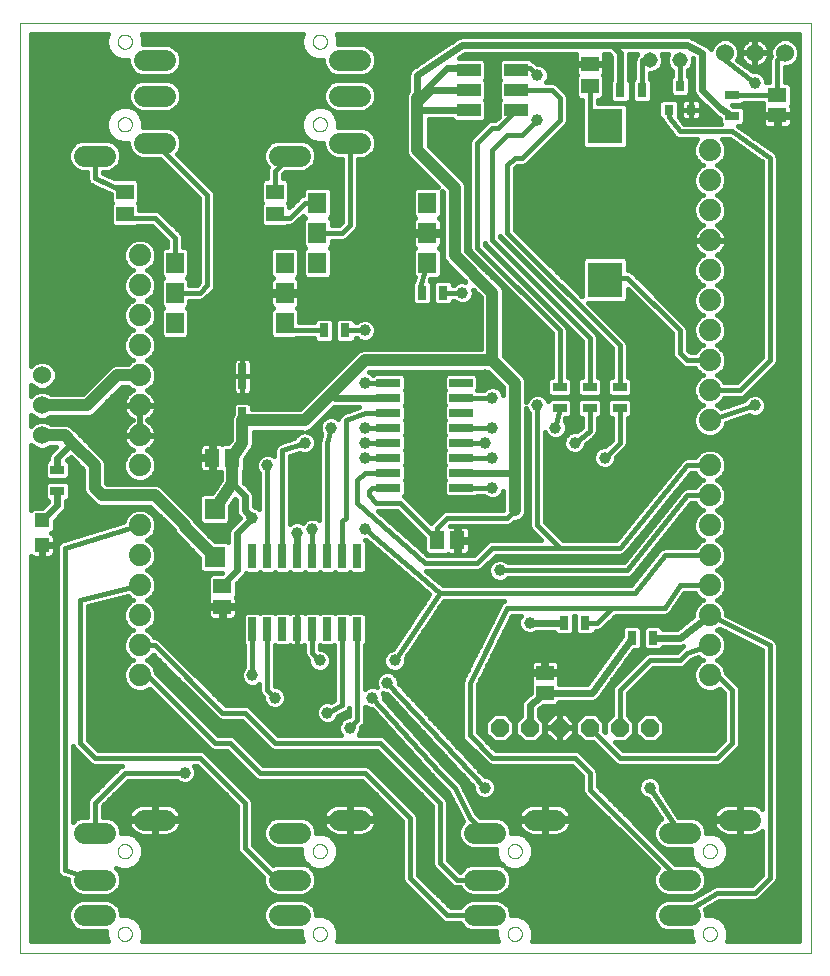
<source format=gtl>
G75*
%MOIN*%
%OFA0B0*%
%FSLAX25Y25*%
%IPPOS*%
%LPD*%
%AMOC8*
5,1,8,0,0,1.08239X$1,22.5*
%
%ADD10C,0.00000*%
%ADD11R,0.05118X0.05906*%
%ADD12R,0.02559X0.08661*%
%ADD13R,0.05906X0.05118*%
%ADD14R,0.06693X0.07087*%
%ADD15C,0.05150*%
%ADD16R,0.08000X0.02600*%
%ADD17R,0.02600X0.08000*%
%ADD18C,0.07400*%
%ADD19C,0.06000*%
%ADD20OC8,0.06000*%
%ADD21R,0.07874X0.04331*%
%ADD22R,0.05984X0.07008*%
%ADD23R,0.03150X0.04724*%
%ADD24R,0.04724X0.03150*%
%ADD25R,0.11811X0.11811*%
%ADD26R,0.03150X0.03543*%
%ADD27C,0.07087*%
%ADD28R,0.04724X0.04724*%
%ADD29C,0.01600*%
%ADD30C,0.03962*%
%ADD31C,0.02400*%
%ADD32C,0.04000*%
D10*
X0004300Y0009374D02*
X0004300Y0319335D01*
X0268001Y0319335D01*
X0268001Y0009374D01*
X0004300Y0009374D01*
X0036938Y0015673D02*
X0036940Y0015770D01*
X0036946Y0015867D01*
X0036956Y0015963D01*
X0036970Y0016059D01*
X0036988Y0016155D01*
X0037009Y0016249D01*
X0037035Y0016343D01*
X0037064Y0016435D01*
X0037098Y0016526D01*
X0037134Y0016616D01*
X0037175Y0016704D01*
X0037219Y0016790D01*
X0037267Y0016875D01*
X0037318Y0016957D01*
X0037372Y0017038D01*
X0037430Y0017116D01*
X0037491Y0017191D01*
X0037554Y0017264D01*
X0037621Y0017335D01*
X0037691Y0017402D01*
X0037763Y0017467D01*
X0037838Y0017528D01*
X0037916Y0017587D01*
X0037995Y0017642D01*
X0038077Y0017694D01*
X0038161Y0017742D01*
X0038247Y0017787D01*
X0038335Y0017829D01*
X0038424Y0017867D01*
X0038515Y0017901D01*
X0038607Y0017931D01*
X0038700Y0017958D01*
X0038795Y0017980D01*
X0038890Y0017999D01*
X0038986Y0018014D01*
X0039082Y0018025D01*
X0039179Y0018032D01*
X0039276Y0018035D01*
X0039373Y0018034D01*
X0039470Y0018029D01*
X0039566Y0018020D01*
X0039662Y0018007D01*
X0039758Y0017990D01*
X0039853Y0017969D01*
X0039946Y0017945D01*
X0040039Y0017916D01*
X0040131Y0017884D01*
X0040221Y0017848D01*
X0040309Y0017809D01*
X0040396Y0017765D01*
X0040481Y0017719D01*
X0040564Y0017668D01*
X0040645Y0017615D01*
X0040723Y0017558D01*
X0040800Y0017498D01*
X0040873Y0017435D01*
X0040944Y0017369D01*
X0041012Y0017300D01*
X0041078Y0017228D01*
X0041140Y0017154D01*
X0041199Y0017077D01*
X0041255Y0016998D01*
X0041308Y0016916D01*
X0041358Y0016833D01*
X0041403Y0016747D01*
X0041446Y0016660D01*
X0041485Y0016571D01*
X0041520Y0016481D01*
X0041551Y0016389D01*
X0041578Y0016296D01*
X0041602Y0016202D01*
X0041622Y0016107D01*
X0041638Y0016011D01*
X0041650Y0015915D01*
X0041658Y0015818D01*
X0041662Y0015721D01*
X0041662Y0015625D01*
X0041658Y0015528D01*
X0041650Y0015431D01*
X0041638Y0015335D01*
X0041622Y0015239D01*
X0041602Y0015144D01*
X0041578Y0015050D01*
X0041551Y0014957D01*
X0041520Y0014865D01*
X0041485Y0014775D01*
X0041446Y0014686D01*
X0041403Y0014599D01*
X0041358Y0014513D01*
X0041308Y0014430D01*
X0041255Y0014348D01*
X0041199Y0014269D01*
X0041140Y0014192D01*
X0041078Y0014118D01*
X0041012Y0014046D01*
X0040944Y0013977D01*
X0040873Y0013911D01*
X0040800Y0013848D01*
X0040723Y0013788D01*
X0040645Y0013731D01*
X0040564Y0013678D01*
X0040481Y0013627D01*
X0040396Y0013581D01*
X0040309Y0013537D01*
X0040221Y0013498D01*
X0040131Y0013462D01*
X0040039Y0013430D01*
X0039946Y0013401D01*
X0039853Y0013377D01*
X0039758Y0013356D01*
X0039662Y0013339D01*
X0039566Y0013326D01*
X0039470Y0013317D01*
X0039373Y0013312D01*
X0039276Y0013311D01*
X0039179Y0013314D01*
X0039082Y0013321D01*
X0038986Y0013332D01*
X0038890Y0013347D01*
X0038795Y0013366D01*
X0038700Y0013388D01*
X0038607Y0013415D01*
X0038515Y0013445D01*
X0038424Y0013479D01*
X0038335Y0013517D01*
X0038247Y0013559D01*
X0038161Y0013604D01*
X0038077Y0013652D01*
X0037995Y0013704D01*
X0037916Y0013759D01*
X0037838Y0013818D01*
X0037763Y0013879D01*
X0037691Y0013944D01*
X0037621Y0014011D01*
X0037554Y0014082D01*
X0037491Y0014155D01*
X0037430Y0014230D01*
X0037372Y0014308D01*
X0037318Y0014389D01*
X0037267Y0014471D01*
X0037219Y0014556D01*
X0037175Y0014642D01*
X0037134Y0014730D01*
X0037098Y0014820D01*
X0037064Y0014911D01*
X0037035Y0015003D01*
X0037009Y0015097D01*
X0036988Y0015191D01*
X0036970Y0015287D01*
X0036956Y0015383D01*
X0036946Y0015479D01*
X0036940Y0015576D01*
X0036938Y0015673D01*
X0036938Y0043232D02*
X0036940Y0043329D01*
X0036946Y0043426D01*
X0036956Y0043522D01*
X0036970Y0043618D01*
X0036988Y0043714D01*
X0037009Y0043808D01*
X0037035Y0043902D01*
X0037064Y0043994D01*
X0037098Y0044085D01*
X0037134Y0044175D01*
X0037175Y0044263D01*
X0037219Y0044349D01*
X0037267Y0044434D01*
X0037318Y0044516D01*
X0037372Y0044597D01*
X0037430Y0044675D01*
X0037491Y0044750D01*
X0037554Y0044823D01*
X0037621Y0044894D01*
X0037691Y0044961D01*
X0037763Y0045026D01*
X0037838Y0045087D01*
X0037916Y0045146D01*
X0037995Y0045201D01*
X0038077Y0045253D01*
X0038161Y0045301D01*
X0038247Y0045346D01*
X0038335Y0045388D01*
X0038424Y0045426D01*
X0038515Y0045460D01*
X0038607Y0045490D01*
X0038700Y0045517D01*
X0038795Y0045539D01*
X0038890Y0045558D01*
X0038986Y0045573D01*
X0039082Y0045584D01*
X0039179Y0045591D01*
X0039276Y0045594D01*
X0039373Y0045593D01*
X0039470Y0045588D01*
X0039566Y0045579D01*
X0039662Y0045566D01*
X0039758Y0045549D01*
X0039853Y0045528D01*
X0039946Y0045504D01*
X0040039Y0045475D01*
X0040131Y0045443D01*
X0040221Y0045407D01*
X0040309Y0045368D01*
X0040396Y0045324D01*
X0040481Y0045278D01*
X0040564Y0045227D01*
X0040645Y0045174D01*
X0040723Y0045117D01*
X0040800Y0045057D01*
X0040873Y0044994D01*
X0040944Y0044928D01*
X0041012Y0044859D01*
X0041078Y0044787D01*
X0041140Y0044713D01*
X0041199Y0044636D01*
X0041255Y0044557D01*
X0041308Y0044475D01*
X0041358Y0044392D01*
X0041403Y0044306D01*
X0041446Y0044219D01*
X0041485Y0044130D01*
X0041520Y0044040D01*
X0041551Y0043948D01*
X0041578Y0043855D01*
X0041602Y0043761D01*
X0041622Y0043666D01*
X0041638Y0043570D01*
X0041650Y0043474D01*
X0041658Y0043377D01*
X0041662Y0043280D01*
X0041662Y0043184D01*
X0041658Y0043087D01*
X0041650Y0042990D01*
X0041638Y0042894D01*
X0041622Y0042798D01*
X0041602Y0042703D01*
X0041578Y0042609D01*
X0041551Y0042516D01*
X0041520Y0042424D01*
X0041485Y0042334D01*
X0041446Y0042245D01*
X0041403Y0042158D01*
X0041358Y0042072D01*
X0041308Y0041989D01*
X0041255Y0041907D01*
X0041199Y0041828D01*
X0041140Y0041751D01*
X0041078Y0041677D01*
X0041012Y0041605D01*
X0040944Y0041536D01*
X0040873Y0041470D01*
X0040800Y0041407D01*
X0040723Y0041347D01*
X0040645Y0041290D01*
X0040564Y0041237D01*
X0040481Y0041186D01*
X0040396Y0041140D01*
X0040309Y0041096D01*
X0040221Y0041057D01*
X0040131Y0041021D01*
X0040039Y0040989D01*
X0039946Y0040960D01*
X0039853Y0040936D01*
X0039758Y0040915D01*
X0039662Y0040898D01*
X0039566Y0040885D01*
X0039470Y0040876D01*
X0039373Y0040871D01*
X0039276Y0040870D01*
X0039179Y0040873D01*
X0039082Y0040880D01*
X0038986Y0040891D01*
X0038890Y0040906D01*
X0038795Y0040925D01*
X0038700Y0040947D01*
X0038607Y0040974D01*
X0038515Y0041004D01*
X0038424Y0041038D01*
X0038335Y0041076D01*
X0038247Y0041118D01*
X0038161Y0041163D01*
X0038077Y0041211D01*
X0037995Y0041263D01*
X0037916Y0041318D01*
X0037838Y0041377D01*
X0037763Y0041438D01*
X0037691Y0041503D01*
X0037621Y0041570D01*
X0037554Y0041641D01*
X0037491Y0041714D01*
X0037430Y0041789D01*
X0037372Y0041867D01*
X0037318Y0041948D01*
X0037267Y0042030D01*
X0037219Y0042115D01*
X0037175Y0042201D01*
X0037134Y0042289D01*
X0037098Y0042379D01*
X0037064Y0042470D01*
X0037035Y0042562D01*
X0037009Y0042656D01*
X0036988Y0042750D01*
X0036970Y0042846D01*
X0036956Y0042942D01*
X0036946Y0043038D01*
X0036940Y0043135D01*
X0036938Y0043232D01*
X0101938Y0043232D02*
X0101940Y0043329D01*
X0101946Y0043426D01*
X0101956Y0043522D01*
X0101970Y0043618D01*
X0101988Y0043714D01*
X0102009Y0043808D01*
X0102035Y0043902D01*
X0102064Y0043994D01*
X0102098Y0044085D01*
X0102134Y0044175D01*
X0102175Y0044263D01*
X0102219Y0044349D01*
X0102267Y0044434D01*
X0102318Y0044516D01*
X0102372Y0044597D01*
X0102430Y0044675D01*
X0102491Y0044750D01*
X0102554Y0044823D01*
X0102621Y0044894D01*
X0102691Y0044961D01*
X0102763Y0045026D01*
X0102838Y0045087D01*
X0102916Y0045146D01*
X0102995Y0045201D01*
X0103077Y0045253D01*
X0103161Y0045301D01*
X0103247Y0045346D01*
X0103335Y0045388D01*
X0103424Y0045426D01*
X0103515Y0045460D01*
X0103607Y0045490D01*
X0103700Y0045517D01*
X0103795Y0045539D01*
X0103890Y0045558D01*
X0103986Y0045573D01*
X0104082Y0045584D01*
X0104179Y0045591D01*
X0104276Y0045594D01*
X0104373Y0045593D01*
X0104470Y0045588D01*
X0104566Y0045579D01*
X0104662Y0045566D01*
X0104758Y0045549D01*
X0104853Y0045528D01*
X0104946Y0045504D01*
X0105039Y0045475D01*
X0105131Y0045443D01*
X0105221Y0045407D01*
X0105309Y0045368D01*
X0105396Y0045324D01*
X0105481Y0045278D01*
X0105564Y0045227D01*
X0105645Y0045174D01*
X0105723Y0045117D01*
X0105800Y0045057D01*
X0105873Y0044994D01*
X0105944Y0044928D01*
X0106012Y0044859D01*
X0106078Y0044787D01*
X0106140Y0044713D01*
X0106199Y0044636D01*
X0106255Y0044557D01*
X0106308Y0044475D01*
X0106358Y0044392D01*
X0106403Y0044306D01*
X0106446Y0044219D01*
X0106485Y0044130D01*
X0106520Y0044040D01*
X0106551Y0043948D01*
X0106578Y0043855D01*
X0106602Y0043761D01*
X0106622Y0043666D01*
X0106638Y0043570D01*
X0106650Y0043474D01*
X0106658Y0043377D01*
X0106662Y0043280D01*
X0106662Y0043184D01*
X0106658Y0043087D01*
X0106650Y0042990D01*
X0106638Y0042894D01*
X0106622Y0042798D01*
X0106602Y0042703D01*
X0106578Y0042609D01*
X0106551Y0042516D01*
X0106520Y0042424D01*
X0106485Y0042334D01*
X0106446Y0042245D01*
X0106403Y0042158D01*
X0106358Y0042072D01*
X0106308Y0041989D01*
X0106255Y0041907D01*
X0106199Y0041828D01*
X0106140Y0041751D01*
X0106078Y0041677D01*
X0106012Y0041605D01*
X0105944Y0041536D01*
X0105873Y0041470D01*
X0105800Y0041407D01*
X0105723Y0041347D01*
X0105645Y0041290D01*
X0105564Y0041237D01*
X0105481Y0041186D01*
X0105396Y0041140D01*
X0105309Y0041096D01*
X0105221Y0041057D01*
X0105131Y0041021D01*
X0105039Y0040989D01*
X0104946Y0040960D01*
X0104853Y0040936D01*
X0104758Y0040915D01*
X0104662Y0040898D01*
X0104566Y0040885D01*
X0104470Y0040876D01*
X0104373Y0040871D01*
X0104276Y0040870D01*
X0104179Y0040873D01*
X0104082Y0040880D01*
X0103986Y0040891D01*
X0103890Y0040906D01*
X0103795Y0040925D01*
X0103700Y0040947D01*
X0103607Y0040974D01*
X0103515Y0041004D01*
X0103424Y0041038D01*
X0103335Y0041076D01*
X0103247Y0041118D01*
X0103161Y0041163D01*
X0103077Y0041211D01*
X0102995Y0041263D01*
X0102916Y0041318D01*
X0102838Y0041377D01*
X0102763Y0041438D01*
X0102691Y0041503D01*
X0102621Y0041570D01*
X0102554Y0041641D01*
X0102491Y0041714D01*
X0102430Y0041789D01*
X0102372Y0041867D01*
X0102318Y0041948D01*
X0102267Y0042030D01*
X0102219Y0042115D01*
X0102175Y0042201D01*
X0102134Y0042289D01*
X0102098Y0042379D01*
X0102064Y0042470D01*
X0102035Y0042562D01*
X0102009Y0042656D01*
X0101988Y0042750D01*
X0101970Y0042846D01*
X0101956Y0042942D01*
X0101946Y0043038D01*
X0101940Y0043135D01*
X0101938Y0043232D01*
X0101938Y0015673D02*
X0101940Y0015770D01*
X0101946Y0015867D01*
X0101956Y0015963D01*
X0101970Y0016059D01*
X0101988Y0016155D01*
X0102009Y0016249D01*
X0102035Y0016343D01*
X0102064Y0016435D01*
X0102098Y0016526D01*
X0102134Y0016616D01*
X0102175Y0016704D01*
X0102219Y0016790D01*
X0102267Y0016875D01*
X0102318Y0016957D01*
X0102372Y0017038D01*
X0102430Y0017116D01*
X0102491Y0017191D01*
X0102554Y0017264D01*
X0102621Y0017335D01*
X0102691Y0017402D01*
X0102763Y0017467D01*
X0102838Y0017528D01*
X0102916Y0017587D01*
X0102995Y0017642D01*
X0103077Y0017694D01*
X0103161Y0017742D01*
X0103247Y0017787D01*
X0103335Y0017829D01*
X0103424Y0017867D01*
X0103515Y0017901D01*
X0103607Y0017931D01*
X0103700Y0017958D01*
X0103795Y0017980D01*
X0103890Y0017999D01*
X0103986Y0018014D01*
X0104082Y0018025D01*
X0104179Y0018032D01*
X0104276Y0018035D01*
X0104373Y0018034D01*
X0104470Y0018029D01*
X0104566Y0018020D01*
X0104662Y0018007D01*
X0104758Y0017990D01*
X0104853Y0017969D01*
X0104946Y0017945D01*
X0105039Y0017916D01*
X0105131Y0017884D01*
X0105221Y0017848D01*
X0105309Y0017809D01*
X0105396Y0017765D01*
X0105481Y0017719D01*
X0105564Y0017668D01*
X0105645Y0017615D01*
X0105723Y0017558D01*
X0105800Y0017498D01*
X0105873Y0017435D01*
X0105944Y0017369D01*
X0106012Y0017300D01*
X0106078Y0017228D01*
X0106140Y0017154D01*
X0106199Y0017077D01*
X0106255Y0016998D01*
X0106308Y0016916D01*
X0106358Y0016833D01*
X0106403Y0016747D01*
X0106446Y0016660D01*
X0106485Y0016571D01*
X0106520Y0016481D01*
X0106551Y0016389D01*
X0106578Y0016296D01*
X0106602Y0016202D01*
X0106622Y0016107D01*
X0106638Y0016011D01*
X0106650Y0015915D01*
X0106658Y0015818D01*
X0106662Y0015721D01*
X0106662Y0015625D01*
X0106658Y0015528D01*
X0106650Y0015431D01*
X0106638Y0015335D01*
X0106622Y0015239D01*
X0106602Y0015144D01*
X0106578Y0015050D01*
X0106551Y0014957D01*
X0106520Y0014865D01*
X0106485Y0014775D01*
X0106446Y0014686D01*
X0106403Y0014599D01*
X0106358Y0014513D01*
X0106308Y0014430D01*
X0106255Y0014348D01*
X0106199Y0014269D01*
X0106140Y0014192D01*
X0106078Y0014118D01*
X0106012Y0014046D01*
X0105944Y0013977D01*
X0105873Y0013911D01*
X0105800Y0013848D01*
X0105723Y0013788D01*
X0105645Y0013731D01*
X0105564Y0013678D01*
X0105481Y0013627D01*
X0105396Y0013581D01*
X0105309Y0013537D01*
X0105221Y0013498D01*
X0105131Y0013462D01*
X0105039Y0013430D01*
X0104946Y0013401D01*
X0104853Y0013377D01*
X0104758Y0013356D01*
X0104662Y0013339D01*
X0104566Y0013326D01*
X0104470Y0013317D01*
X0104373Y0013312D01*
X0104276Y0013311D01*
X0104179Y0013314D01*
X0104082Y0013321D01*
X0103986Y0013332D01*
X0103890Y0013347D01*
X0103795Y0013366D01*
X0103700Y0013388D01*
X0103607Y0013415D01*
X0103515Y0013445D01*
X0103424Y0013479D01*
X0103335Y0013517D01*
X0103247Y0013559D01*
X0103161Y0013604D01*
X0103077Y0013652D01*
X0102995Y0013704D01*
X0102916Y0013759D01*
X0102838Y0013818D01*
X0102763Y0013879D01*
X0102691Y0013944D01*
X0102621Y0014011D01*
X0102554Y0014082D01*
X0102491Y0014155D01*
X0102430Y0014230D01*
X0102372Y0014308D01*
X0102318Y0014389D01*
X0102267Y0014471D01*
X0102219Y0014556D01*
X0102175Y0014642D01*
X0102134Y0014730D01*
X0102098Y0014820D01*
X0102064Y0014911D01*
X0102035Y0015003D01*
X0102009Y0015097D01*
X0101988Y0015191D01*
X0101970Y0015287D01*
X0101956Y0015383D01*
X0101946Y0015479D01*
X0101940Y0015576D01*
X0101938Y0015673D01*
X0166938Y0015673D02*
X0166940Y0015770D01*
X0166946Y0015867D01*
X0166956Y0015963D01*
X0166970Y0016059D01*
X0166988Y0016155D01*
X0167009Y0016249D01*
X0167035Y0016343D01*
X0167064Y0016435D01*
X0167098Y0016526D01*
X0167134Y0016616D01*
X0167175Y0016704D01*
X0167219Y0016790D01*
X0167267Y0016875D01*
X0167318Y0016957D01*
X0167372Y0017038D01*
X0167430Y0017116D01*
X0167491Y0017191D01*
X0167554Y0017264D01*
X0167621Y0017335D01*
X0167691Y0017402D01*
X0167763Y0017467D01*
X0167838Y0017528D01*
X0167916Y0017587D01*
X0167995Y0017642D01*
X0168077Y0017694D01*
X0168161Y0017742D01*
X0168247Y0017787D01*
X0168335Y0017829D01*
X0168424Y0017867D01*
X0168515Y0017901D01*
X0168607Y0017931D01*
X0168700Y0017958D01*
X0168795Y0017980D01*
X0168890Y0017999D01*
X0168986Y0018014D01*
X0169082Y0018025D01*
X0169179Y0018032D01*
X0169276Y0018035D01*
X0169373Y0018034D01*
X0169470Y0018029D01*
X0169566Y0018020D01*
X0169662Y0018007D01*
X0169758Y0017990D01*
X0169853Y0017969D01*
X0169946Y0017945D01*
X0170039Y0017916D01*
X0170131Y0017884D01*
X0170221Y0017848D01*
X0170309Y0017809D01*
X0170396Y0017765D01*
X0170481Y0017719D01*
X0170564Y0017668D01*
X0170645Y0017615D01*
X0170723Y0017558D01*
X0170800Y0017498D01*
X0170873Y0017435D01*
X0170944Y0017369D01*
X0171012Y0017300D01*
X0171078Y0017228D01*
X0171140Y0017154D01*
X0171199Y0017077D01*
X0171255Y0016998D01*
X0171308Y0016916D01*
X0171358Y0016833D01*
X0171403Y0016747D01*
X0171446Y0016660D01*
X0171485Y0016571D01*
X0171520Y0016481D01*
X0171551Y0016389D01*
X0171578Y0016296D01*
X0171602Y0016202D01*
X0171622Y0016107D01*
X0171638Y0016011D01*
X0171650Y0015915D01*
X0171658Y0015818D01*
X0171662Y0015721D01*
X0171662Y0015625D01*
X0171658Y0015528D01*
X0171650Y0015431D01*
X0171638Y0015335D01*
X0171622Y0015239D01*
X0171602Y0015144D01*
X0171578Y0015050D01*
X0171551Y0014957D01*
X0171520Y0014865D01*
X0171485Y0014775D01*
X0171446Y0014686D01*
X0171403Y0014599D01*
X0171358Y0014513D01*
X0171308Y0014430D01*
X0171255Y0014348D01*
X0171199Y0014269D01*
X0171140Y0014192D01*
X0171078Y0014118D01*
X0171012Y0014046D01*
X0170944Y0013977D01*
X0170873Y0013911D01*
X0170800Y0013848D01*
X0170723Y0013788D01*
X0170645Y0013731D01*
X0170564Y0013678D01*
X0170481Y0013627D01*
X0170396Y0013581D01*
X0170309Y0013537D01*
X0170221Y0013498D01*
X0170131Y0013462D01*
X0170039Y0013430D01*
X0169946Y0013401D01*
X0169853Y0013377D01*
X0169758Y0013356D01*
X0169662Y0013339D01*
X0169566Y0013326D01*
X0169470Y0013317D01*
X0169373Y0013312D01*
X0169276Y0013311D01*
X0169179Y0013314D01*
X0169082Y0013321D01*
X0168986Y0013332D01*
X0168890Y0013347D01*
X0168795Y0013366D01*
X0168700Y0013388D01*
X0168607Y0013415D01*
X0168515Y0013445D01*
X0168424Y0013479D01*
X0168335Y0013517D01*
X0168247Y0013559D01*
X0168161Y0013604D01*
X0168077Y0013652D01*
X0167995Y0013704D01*
X0167916Y0013759D01*
X0167838Y0013818D01*
X0167763Y0013879D01*
X0167691Y0013944D01*
X0167621Y0014011D01*
X0167554Y0014082D01*
X0167491Y0014155D01*
X0167430Y0014230D01*
X0167372Y0014308D01*
X0167318Y0014389D01*
X0167267Y0014471D01*
X0167219Y0014556D01*
X0167175Y0014642D01*
X0167134Y0014730D01*
X0167098Y0014820D01*
X0167064Y0014911D01*
X0167035Y0015003D01*
X0167009Y0015097D01*
X0166988Y0015191D01*
X0166970Y0015287D01*
X0166956Y0015383D01*
X0166946Y0015479D01*
X0166940Y0015576D01*
X0166938Y0015673D01*
X0166938Y0043232D02*
X0166940Y0043329D01*
X0166946Y0043426D01*
X0166956Y0043522D01*
X0166970Y0043618D01*
X0166988Y0043714D01*
X0167009Y0043808D01*
X0167035Y0043902D01*
X0167064Y0043994D01*
X0167098Y0044085D01*
X0167134Y0044175D01*
X0167175Y0044263D01*
X0167219Y0044349D01*
X0167267Y0044434D01*
X0167318Y0044516D01*
X0167372Y0044597D01*
X0167430Y0044675D01*
X0167491Y0044750D01*
X0167554Y0044823D01*
X0167621Y0044894D01*
X0167691Y0044961D01*
X0167763Y0045026D01*
X0167838Y0045087D01*
X0167916Y0045146D01*
X0167995Y0045201D01*
X0168077Y0045253D01*
X0168161Y0045301D01*
X0168247Y0045346D01*
X0168335Y0045388D01*
X0168424Y0045426D01*
X0168515Y0045460D01*
X0168607Y0045490D01*
X0168700Y0045517D01*
X0168795Y0045539D01*
X0168890Y0045558D01*
X0168986Y0045573D01*
X0169082Y0045584D01*
X0169179Y0045591D01*
X0169276Y0045594D01*
X0169373Y0045593D01*
X0169470Y0045588D01*
X0169566Y0045579D01*
X0169662Y0045566D01*
X0169758Y0045549D01*
X0169853Y0045528D01*
X0169946Y0045504D01*
X0170039Y0045475D01*
X0170131Y0045443D01*
X0170221Y0045407D01*
X0170309Y0045368D01*
X0170396Y0045324D01*
X0170481Y0045278D01*
X0170564Y0045227D01*
X0170645Y0045174D01*
X0170723Y0045117D01*
X0170800Y0045057D01*
X0170873Y0044994D01*
X0170944Y0044928D01*
X0171012Y0044859D01*
X0171078Y0044787D01*
X0171140Y0044713D01*
X0171199Y0044636D01*
X0171255Y0044557D01*
X0171308Y0044475D01*
X0171358Y0044392D01*
X0171403Y0044306D01*
X0171446Y0044219D01*
X0171485Y0044130D01*
X0171520Y0044040D01*
X0171551Y0043948D01*
X0171578Y0043855D01*
X0171602Y0043761D01*
X0171622Y0043666D01*
X0171638Y0043570D01*
X0171650Y0043474D01*
X0171658Y0043377D01*
X0171662Y0043280D01*
X0171662Y0043184D01*
X0171658Y0043087D01*
X0171650Y0042990D01*
X0171638Y0042894D01*
X0171622Y0042798D01*
X0171602Y0042703D01*
X0171578Y0042609D01*
X0171551Y0042516D01*
X0171520Y0042424D01*
X0171485Y0042334D01*
X0171446Y0042245D01*
X0171403Y0042158D01*
X0171358Y0042072D01*
X0171308Y0041989D01*
X0171255Y0041907D01*
X0171199Y0041828D01*
X0171140Y0041751D01*
X0171078Y0041677D01*
X0171012Y0041605D01*
X0170944Y0041536D01*
X0170873Y0041470D01*
X0170800Y0041407D01*
X0170723Y0041347D01*
X0170645Y0041290D01*
X0170564Y0041237D01*
X0170481Y0041186D01*
X0170396Y0041140D01*
X0170309Y0041096D01*
X0170221Y0041057D01*
X0170131Y0041021D01*
X0170039Y0040989D01*
X0169946Y0040960D01*
X0169853Y0040936D01*
X0169758Y0040915D01*
X0169662Y0040898D01*
X0169566Y0040885D01*
X0169470Y0040876D01*
X0169373Y0040871D01*
X0169276Y0040870D01*
X0169179Y0040873D01*
X0169082Y0040880D01*
X0168986Y0040891D01*
X0168890Y0040906D01*
X0168795Y0040925D01*
X0168700Y0040947D01*
X0168607Y0040974D01*
X0168515Y0041004D01*
X0168424Y0041038D01*
X0168335Y0041076D01*
X0168247Y0041118D01*
X0168161Y0041163D01*
X0168077Y0041211D01*
X0167995Y0041263D01*
X0167916Y0041318D01*
X0167838Y0041377D01*
X0167763Y0041438D01*
X0167691Y0041503D01*
X0167621Y0041570D01*
X0167554Y0041641D01*
X0167491Y0041714D01*
X0167430Y0041789D01*
X0167372Y0041867D01*
X0167318Y0041948D01*
X0167267Y0042030D01*
X0167219Y0042115D01*
X0167175Y0042201D01*
X0167134Y0042289D01*
X0167098Y0042379D01*
X0167064Y0042470D01*
X0167035Y0042562D01*
X0167009Y0042656D01*
X0166988Y0042750D01*
X0166970Y0042846D01*
X0166956Y0042942D01*
X0166946Y0043038D01*
X0166940Y0043135D01*
X0166938Y0043232D01*
X0231938Y0043232D02*
X0231940Y0043329D01*
X0231946Y0043426D01*
X0231956Y0043522D01*
X0231970Y0043618D01*
X0231988Y0043714D01*
X0232009Y0043808D01*
X0232035Y0043902D01*
X0232064Y0043994D01*
X0232098Y0044085D01*
X0232134Y0044175D01*
X0232175Y0044263D01*
X0232219Y0044349D01*
X0232267Y0044434D01*
X0232318Y0044516D01*
X0232372Y0044597D01*
X0232430Y0044675D01*
X0232491Y0044750D01*
X0232554Y0044823D01*
X0232621Y0044894D01*
X0232691Y0044961D01*
X0232763Y0045026D01*
X0232838Y0045087D01*
X0232916Y0045146D01*
X0232995Y0045201D01*
X0233077Y0045253D01*
X0233161Y0045301D01*
X0233247Y0045346D01*
X0233335Y0045388D01*
X0233424Y0045426D01*
X0233515Y0045460D01*
X0233607Y0045490D01*
X0233700Y0045517D01*
X0233795Y0045539D01*
X0233890Y0045558D01*
X0233986Y0045573D01*
X0234082Y0045584D01*
X0234179Y0045591D01*
X0234276Y0045594D01*
X0234373Y0045593D01*
X0234470Y0045588D01*
X0234566Y0045579D01*
X0234662Y0045566D01*
X0234758Y0045549D01*
X0234853Y0045528D01*
X0234946Y0045504D01*
X0235039Y0045475D01*
X0235131Y0045443D01*
X0235221Y0045407D01*
X0235309Y0045368D01*
X0235396Y0045324D01*
X0235481Y0045278D01*
X0235564Y0045227D01*
X0235645Y0045174D01*
X0235723Y0045117D01*
X0235800Y0045057D01*
X0235873Y0044994D01*
X0235944Y0044928D01*
X0236012Y0044859D01*
X0236078Y0044787D01*
X0236140Y0044713D01*
X0236199Y0044636D01*
X0236255Y0044557D01*
X0236308Y0044475D01*
X0236358Y0044392D01*
X0236403Y0044306D01*
X0236446Y0044219D01*
X0236485Y0044130D01*
X0236520Y0044040D01*
X0236551Y0043948D01*
X0236578Y0043855D01*
X0236602Y0043761D01*
X0236622Y0043666D01*
X0236638Y0043570D01*
X0236650Y0043474D01*
X0236658Y0043377D01*
X0236662Y0043280D01*
X0236662Y0043184D01*
X0236658Y0043087D01*
X0236650Y0042990D01*
X0236638Y0042894D01*
X0236622Y0042798D01*
X0236602Y0042703D01*
X0236578Y0042609D01*
X0236551Y0042516D01*
X0236520Y0042424D01*
X0236485Y0042334D01*
X0236446Y0042245D01*
X0236403Y0042158D01*
X0236358Y0042072D01*
X0236308Y0041989D01*
X0236255Y0041907D01*
X0236199Y0041828D01*
X0236140Y0041751D01*
X0236078Y0041677D01*
X0236012Y0041605D01*
X0235944Y0041536D01*
X0235873Y0041470D01*
X0235800Y0041407D01*
X0235723Y0041347D01*
X0235645Y0041290D01*
X0235564Y0041237D01*
X0235481Y0041186D01*
X0235396Y0041140D01*
X0235309Y0041096D01*
X0235221Y0041057D01*
X0235131Y0041021D01*
X0235039Y0040989D01*
X0234946Y0040960D01*
X0234853Y0040936D01*
X0234758Y0040915D01*
X0234662Y0040898D01*
X0234566Y0040885D01*
X0234470Y0040876D01*
X0234373Y0040871D01*
X0234276Y0040870D01*
X0234179Y0040873D01*
X0234082Y0040880D01*
X0233986Y0040891D01*
X0233890Y0040906D01*
X0233795Y0040925D01*
X0233700Y0040947D01*
X0233607Y0040974D01*
X0233515Y0041004D01*
X0233424Y0041038D01*
X0233335Y0041076D01*
X0233247Y0041118D01*
X0233161Y0041163D01*
X0233077Y0041211D01*
X0232995Y0041263D01*
X0232916Y0041318D01*
X0232838Y0041377D01*
X0232763Y0041438D01*
X0232691Y0041503D01*
X0232621Y0041570D01*
X0232554Y0041641D01*
X0232491Y0041714D01*
X0232430Y0041789D01*
X0232372Y0041867D01*
X0232318Y0041948D01*
X0232267Y0042030D01*
X0232219Y0042115D01*
X0232175Y0042201D01*
X0232134Y0042289D01*
X0232098Y0042379D01*
X0232064Y0042470D01*
X0232035Y0042562D01*
X0232009Y0042656D01*
X0231988Y0042750D01*
X0231970Y0042846D01*
X0231956Y0042942D01*
X0231946Y0043038D01*
X0231940Y0043135D01*
X0231938Y0043232D01*
X0231938Y0015673D02*
X0231940Y0015770D01*
X0231946Y0015867D01*
X0231956Y0015963D01*
X0231970Y0016059D01*
X0231988Y0016155D01*
X0232009Y0016249D01*
X0232035Y0016343D01*
X0232064Y0016435D01*
X0232098Y0016526D01*
X0232134Y0016616D01*
X0232175Y0016704D01*
X0232219Y0016790D01*
X0232267Y0016875D01*
X0232318Y0016957D01*
X0232372Y0017038D01*
X0232430Y0017116D01*
X0232491Y0017191D01*
X0232554Y0017264D01*
X0232621Y0017335D01*
X0232691Y0017402D01*
X0232763Y0017467D01*
X0232838Y0017528D01*
X0232916Y0017587D01*
X0232995Y0017642D01*
X0233077Y0017694D01*
X0233161Y0017742D01*
X0233247Y0017787D01*
X0233335Y0017829D01*
X0233424Y0017867D01*
X0233515Y0017901D01*
X0233607Y0017931D01*
X0233700Y0017958D01*
X0233795Y0017980D01*
X0233890Y0017999D01*
X0233986Y0018014D01*
X0234082Y0018025D01*
X0234179Y0018032D01*
X0234276Y0018035D01*
X0234373Y0018034D01*
X0234470Y0018029D01*
X0234566Y0018020D01*
X0234662Y0018007D01*
X0234758Y0017990D01*
X0234853Y0017969D01*
X0234946Y0017945D01*
X0235039Y0017916D01*
X0235131Y0017884D01*
X0235221Y0017848D01*
X0235309Y0017809D01*
X0235396Y0017765D01*
X0235481Y0017719D01*
X0235564Y0017668D01*
X0235645Y0017615D01*
X0235723Y0017558D01*
X0235800Y0017498D01*
X0235873Y0017435D01*
X0235944Y0017369D01*
X0236012Y0017300D01*
X0236078Y0017228D01*
X0236140Y0017154D01*
X0236199Y0017077D01*
X0236255Y0016998D01*
X0236308Y0016916D01*
X0236358Y0016833D01*
X0236403Y0016747D01*
X0236446Y0016660D01*
X0236485Y0016571D01*
X0236520Y0016481D01*
X0236551Y0016389D01*
X0236578Y0016296D01*
X0236602Y0016202D01*
X0236622Y0016107D01*
X0236638Y0016011D01*
X0236650Y0015915D01*
X0236658Y0015818D01*
X0236662Y0015721D01*
X0236662Y0015625D01*
X0236658Y0015528D01*
X0236650Y0015431D01*
X0236638Y0015335D01*
X0236622Y0015239D01*
X0236602Y0015144D01*
X0236578Y0015050D01*
X0236551Y0014957D01*
X0236520Y0014865D01*
X0236485Y0014775D01*
X0236446Y0014686D01*
X0236403Y0014599D01*
X0236358Y0014513D01*
X0236308Y0014430D01*
X0236255Y0014348D01*
X0236199Y0014269D01*
X0236140Y0014192D01*
X0236078Y0014118D01*
X0236012Y0014046D01*
X0235944Y0013977D01*
X0235873Y0013911D01*
X0235800Y0013848D01*
X0235723Y0013788D01*
X0235645Y0013731D01*
X0235564Y0013678D01*
X0235481Y0013627D01*
X0235396Y0013581D01*
X0235309Y0013537D01*
X0235221Y0013498D01*
X0235131Y0013462D01*
X0235039Y0013430D01*
X0234946Y0013401D01*
X0234853Y0013377D01*
X0234758Y0013356D01*
X0234662Y0013339D01*
X0234566Y0013326D01*
X0234470Y0013317D01*
X0234373Y0013312D01*
X0234276Y0013311D01*
X0234179Y0013314D01*
X0234082Y0013321D01*
X0233986Y0013332D01*
X0233890Y0013347D01*
X0233795Y0013366D01*
X0233700Y0013388D01*
X0233607Y0013415D01*
X0233515Y0013445D01*
X0233424Y0013479D01*
X0233335Y0013517D01*
X0233247Y0013559D01*
X0233161Y0013604D01*
X0233077Y0013652D01*
X0232995Y0013704D01*
X0232916Y0013759D01*
X0232838Y0013818D01*
X0232763Y0013879D01*
X0232691Y0013944D01*
X0232621Y0014011D01*
X0232554Y0014082D01*
X0232491Y0014155D01*
X0232430Y0014230D01*
X0232372Y0014308D01*
X0232318Y0014389D01*
X0232267Y0014471D01*
X0232219Y0014556D01*
X0232175Y0014642D01*
X0232134Y0014730D01*
X0232098Y0014820D01*
X0232064Y0014911D01*
X0232035Y0015003D01*
X0232009Y0015097D01*
X0231988Y0015191D01*
X0231970Y0015287D01*
X0231956Y0015383D01*
X0231946Y0015479D01*
X0231940Y0015576D01*
X0231938Y0015673D01*
X0101938Y0285516D02*
X0101940Y0285613D01*
X0101946Y0285710D01*
X0101956Y0285806D01*
X0101970Y0285902D01*
X0101988Y0285998D01*
X0102009Y0286092D01*
X0102035Y0286186D01*
X0102064Y0286278D01*
X0102098Y0286369D01*
X0102134Y0286459D01*
X0102175Y0286547D01*
X0102219Y0286633D01*
X0102267Y0286718D01*
X0102318Y0286800D01*
X0102372Y0286881D01*
X0102430Y0286959D01*
X0102491Y0287034D01*
X0102554Y0287107D01*
X0102621Y0287178D01*
X0102691Y0287245D01*
X0102763Y0287310D01*
X0102838Y0287371D01*
X0102916Y0287430D01*
X0102995Y0287485D01*
X0103077Y0287537D01*
X0103161Y0287585D01*
X0103247Y0287630D01*
X0103335Y0287672D01*
X0103424Y0287710D01*
X0103515Y0287744D01*
X0103607Y0287774D01*
X0103700Y0287801D01*
X0103795Y0287823D01*
X0103890Y0287842D01*
X0103986Y0287857D01*
X0104082Y0287868D01*
X0104179Y0287875D01*
X0104276Y0287878D01*
X0104373Y0287877D01*
X0104470Y0287872D01*
X0104566Y0287863D01*
X0104662Y0287850D01*
X0104758Y0287833D01*
X0104853Y0287812D01*
X0104946Y0287788D01*
X0105039Y0287759D01*
X0105131Y0287727D01*
X0105221Y0287691D01*
X0105309Y0287652D01*
X0105396Y0287608D01*
X0105481Y0287562D01*
X0105564Y0287511D01*
X0105645Y0287458D01*
X0105723Y0287401D01*
X0105800Y0287341D01*
X0105873Y0287278D01*
X0105944Y0287212D01*
X0106012Y0287143D01*
X0106078Y0287071D01*
X0106140Y0286997D01*
X0106199Y0286920D01*
X0106255Y0286841D01*
X0106308Y0286759D01*
X0106358Y0286676D01*
X0106403Y0286590D01*
X0106446Y0286503D01*
X0106485Y0286414D01*
X0106520Y0286324D01*
X0106551Y0286232D01*
X0106578Y0286139D01*
X0106602Y0286045D01*
X0106622Y0285950D01*
X0106638Y0285854D01*
X0106650Y0285758D01*
X0106658Y0285661D01*
X0106662Y0285564D01*
X0106662Y0285468D01*
X0106658Y0285371D01*
X0106650Y0285274D01*
X0106638Y0285178D01*
X0106622Y0285082D01*
X0106602Y0284987D01*
X0106578Y0284893D01*
X0106551Y0284800D01*
X0106520Y0284708D01*
X0106485Y0284618D01*
X0106446Y0284529D01*
X0106403Y0284442D01*
X0106358Y0284356D01*
X0106308Y0284273D01*
X0106255Y0284191D01*
X0106199Y0284112D01*
X0106140Y0284035D01*
X0106078Y0283961D01*
X0106012Y0283889D01*
X0105944Y0283820D01*
X0105873Y0283754D01*
X0105800Y0283691D01*
X0105723Y0283631D01*
X0105645Y0283574D01*
X0105564Y0283521D01*
X0105481Y0283470D01*
X0105396Y0283424D01*
X0105309Y0283380D01*
X0105221Y0283341D01*
X0105131Y0283305D01*
X0105039Y0283273D01*
X0104946Y0283244D01*
X0104853Y0283220D01*
X0104758Y0283199D01*
X0104662Y0283182D01*
X0104566Y0283169D01*
X0104470Y0283160D01*
X0104373Y0283155D01*
X0104276Y0283154D01*
X0104179Y0283157D01*
X0104082Y0283164D01*
X0103986Y0283175D01*
X0103890Y0283190D01*
X0103795Y0283209D01*
X0103700Y0283231D01*
X0103607Y0283258D01*
X0103515Y0283288D01*
X0103424Y0283322D01*
X0103335Y0283360D01*
X0103247Y0283402D01*
X0103161Y0283447D01*
X0103077Y0283495D01*
X0102995Y0283547D01*
X0102916Y0283602D01*
X0102838Y0283661D01*
X0102763Y0283722D01*
X0102691Y0283787D01*
X0102621Y0283854D01*
X0102554Y0283925D01*
X0102491Y0283998D01*
X0102430Y0284073D01*
X0102372Y0284151D01*
X0102318Y0284232D01*
X0102267Y0284314D01*
X0102219Y0284399D01*
X0102175Y0284485D01*
X0102134Y0284573D01*
X0102098Y0284663D01*
X0102064Y0284754D01*
X0102035Y0284846D01*
X0102009Y0284940D01*
X0101988Y0285034D01*
X0101970Y0285130D01*
X0101956Y0285226D01*
X0101946Y0285322D01*
X0101940Y0285419D01*
X0101938Y0285516D01*
X0101938Y0313075D02*
X0101940Y0313172D01*
X0101946Y0313269D01*
X0101956Y0313365D01*
X0101970Y0313461D01*
X0101988Y0313557D01*
X0102009Y0313651D01*
X0102035Y0313745D01*
X0102064Y0313837D01*
X0102098Y0313928D01*
X0102134Y0314018D01*
X0102175Y0314106D01*
X0102219Y0314192D01*
X0102267Y0314277D01*
X0102318Y0314359D01*
X0102372Y0314440D01*
X0102430Y0314518D01*
X0102491Y0314593D01*
X0102554Y0314666D01*
X0102621Y0314737D01*
X0102691Y0314804D01*
X0102763Y0314869D01*
X0102838Y0314930D01*
X0102916Y0314989D01*
X0102995Y0315044D01*
X0103077Y0315096D01*
X0103161Y0315144D01*
X0103247Y0315189D01*
X0103335Y0315231D01*
X0103424Y0315269D01*
X0103515Y0315303D01*
X0103607Y0315333D01*
X0103700Y0315360D01*
X0103795Y0315382D01*
X0103890Y0315401D01*
X0103986Y0315416D01*
X0104082Y0315427D01*
X0104179Y0315434D01*
X0104276Y0315437D01*
X0104373Y0315436D01*
X0104470Y0315431D01*
X0104566Y0315422D01*
X0104662Y0315409D01*
X0104758Y0315392D01*
X0104853Y0315371D01*
X0104946Y0315347D01*
X0105039Y0315318D01*
X0105131Y0315286D01*
X0105221Y0315250D01*
X0105309Y0315211D01*
X0105396Y0315167D01*
X0105481Y0315121D01*
X0105564Y0315070D01*
X0105645Y0315017D01*
X0105723Y0314960D01*
X0105800Y0314900D01*
X0105873Y0314837D01*
X0105944Y0314771D01*
X0106012Y0314702D01*
X0106078Y0314630D01*
X0106140Y0314556D01*
X0106199Y0314479D01*
X0106255Y0314400D01*
X0106308Y0314318D01*
X0106358Y0314235D01*
X0106403Y0314149D01*
X0106446Y0314062D01*
X0106485Y0313973D01*
X0106520Y0313883D01*
X0106551Y0313791D01*
X0106578Y0313698D01*
X0106602Y0313604D01*
X0106622Y0313509D01*
X0106638Y0313413D01*
X0106650Y0313317D01*
X0106658Y0313220D01*
X0106662Y0313123D01*
X0106662Y0313027D01*
X0106658Y0312930D01*
X0106650Y0312833D01*
X0106638Y0312737D01*
X0106622Y0312641D01*
X0106602Y0312546D01*
X0106578Y0312452D01*
X0106551Y0312359D01*
X0106520Y0312267D01*
X0106485Y0312177D01*
X0106446Y0312088D01*
X0106403Y0312001D01*
X0106358Y0311915D01*
X0106308Y0311832D01*
X0106255Y0311750D01*
X0106199Y0311671D01*
X0106140Y0311594D01*
X0106078Y0311520D01*
X0106012Y0311448D01*
X0105944Y0311379D01*
X0105873Y0311313D01*
X0105800Y0311250D01*
X0105723Y0311190D01*
X0105645Y0311133D01*
X0105564Y0311080D01*
X0105481Y0311029D01*
X0105396Y0310983D01*
X0105309Y0310939D01*
X0105221Y0310900D01*
X0105131Y0310864D01*
X0105039Y0310832D01*
X0104946Y0310803D01*
X0104853Y0310779D01*
X0104758Y0310758D01*
X0104662Y0310741D01*
X0104566Y0310728D01*
X0104470Y0310719D01*
X0104373Y0310714D01*
X0104276Y0310713D01*
X0104179Y0310716D01*
X0104082Y0310723D01*
X0103986Y0310734D01*
X0103890Y0310749D01*
X0103795Y0310768D01*
X0103700Y0310790D01*
X0103607Y0310817D01*
X0103515Y0310847D01*
X0103424Y0310881D01*
X0103335Y0310919D01*
X0103247Y0310961D01*
X0103161Y0311006D01*
X0103077Y0311054D01*
X0102995Y0311106D01*
X0102916Y0311161D01*
X0102838Y0311220D01*
X0102763Y0311281D01*
X0102691Y0311346D01*
X0102621Y0311413D01*
X0102554Y0311484D01*
X0102491Y0311557D01*
X0102430Y0311632D01*
X0102372Y0311710D01*
X0102318Y0311791D01*
X0102267Y0311873D01*
X0102219Y0311958D01*
X0102175Y0312044D01*
X0102134Y0312132D01*
X0102098Y0312222D01*
X0102064Y0312313D01*
X0102035Y0312405D01*
X0102009Y0312499D01*
X0101988Y0312593D01*
X0101970Y0312689D01*
X0101956Y0312785D01*
X0101946Y0312881D01*
X0101940Y0312978D01*
X0101938Y0313075D01*
X0036938Y0313075D02*
X0036940Y0313172D01*
X0036946Y0313269D01*
X0036956Y0313365D01*
X0036970Y0313461D01*
X0036988Y0313557D01*
X0037009Y0313651D01*
X0037035Y0313745D01*
X0037064Y0313837D01*
X0037098Y0313928D01*
X0037134Y0314018D01*
X0037175Y0314106D01*
X0037219Y0314192D01*
X0037267Y0314277D01*
X0037318Y0314359D01*
X0037372Y0314440D01*
X0037430Y0314518D01*
X0037491Y0314593D01*
X0037554Y0314666D01*
X0037621Y0314737D01*
X0037691Y0314804D01*
X0037763Y0314869D01*
X0037838Y0314930D01*
X0037916Y0314989D01*
X0037995Y0315044D01*
X0038077Y0315096D01*
X0038161Y0315144D01*
X0038247Y0315189D01*
X0038335Y0315231D01*
X0038424Y0315269D01*
X0038515Y0315303D01*
X0038607Y0315333D01*
X0038700Y0315360D01*
X0038795Y0315382D01*
X0038890Y0315401D01*
X0038986Y0315416D01*
X0039082Y0315427D01*
X0039179Y0315434D01*
X0039276Y0315437D01*
X0039373Y0315436D01*
X0039470Y0315431D01*
X0039566Y0315422D01*
X0039662Y0315409D01*
X0039758Y0315392D01*
X0039853Y0315371D01*
X0039946Y0315347D01*
X0040039Y0315318D01*
X0040131Y0315286D01*
X0040221Y0315250D01*
X0040309Y0315211D01*
X0040396Y0315167D01*
X0040481Y0315121D01*
X0040564Y0315070D01*
X0040645Y0315017D01*
X0040723Y0314960D01*
X0040800Y0314900D01*
X0040873Y0314837D01*
X0040944Y0314771D01*
X0041012Y0314702D01*
X0041078Y0314630D01*
X0041140Y0314556D01*
X0041199Y0314479D01*
X0041255Y0314400D01*
X0041308Y0314318D01*
X0041358Y0314235D01*
X0041403Y0314149D01*
X0041446Y0314062D01*
X0041485Y0313973D01*
X0041520Y0313883D01*
X0041551Y0313791D01*
X0041578Y0313698D01*
X0041602Y0313604D01*
X0041622Y0313509D01*
X0041638Y0313413D01*
X0041650Y0313317D01*
X0041658Y0313220D01*
X0041662Y0313123D01*
X0041662Y0313027D01*
X0041658Y0312930D01*
X0041650Y0312833D01*
X0041638Y0312737D01*
X0041622Y0312641D01*
X0041602Y0312546D01*
X0041578Y0312452D01*
X0041551Y0312359D01*
X0041520Y0312267D01*
X0041485Y0312177D01*
X0041446Y0312088D01*
X0041403Y0312001D01*
X0041358Y0311915D01*
X0041308Y0311832D01*
X0041255Y0311750D01*
X0041199Y0311671D01*
X0041140Y0311594D01*
X0041078Y0311520D01*
X0041012Y0311448D01*
X0040944Y0311379D01*
X0040873Y0311313D01*
X0040800Y0311250D01*
X0040723Y0311190D01*
X0040645Y0311133D01*
X0040564Y0311080D01*
X0040481Y0311029D01*
X0040396Y0310983D01*
X0040309Y0310939D01*
X0040221Y0310900D01*
X0040131Y0310864D01*
X0040039Y0310832D01*
X0039946Y0310803D01*
X0039853Y0310779D01*
X0039758Y0310758D01*
X0039662Y0310741D01*
X0039566Y0310728D01*
X0039470Y0310719D01*
X0039373Y0310714D01*
X0039276Y0310713D01*
X0039179Y0310716D01*
X0039082Y0310723D01*
X0038986Y0310734D01*
X0038890Y0310749D01*
X0038795Y0310768D01*
X0038700Y0310790D01*
X0038607Y0310817D01*
X0038515Y0310847D01*
X0038424Y0310881D01*
X0038335Y0310919D01*
X0038247Y0310961D01*
X0038161Y0311006D01*
X0038077Y0311054D01*
X0037995Y0311106D01*
X0037916Y0311161D01*
X0037838Y0311220D01*
X0037763Y0311281D01*
X0037691Y0311346D01*
X0037621Y0311413D01*
X0037554Y0311484D01*
X0037491Y0311557D01*
X0037430Y0311632D01*
X0037372Y0311710D01*
X0037318Y0311791D01*
X0037267Y0311873D01*
X0037219Y0311958D01*
X0037175Y0312044D01*
X0037134Y0312132D01*
X0037098Y0312222D01*
X0037064Y0312313D01*
X0037035Y0312405D01*
X0037009Y0312499D01*
X0036988Y0312593D01*
X0036970Y0312689D01*
X0036956Y0312785D01*
X0036946Y0312881D01*
X0036940Y0312978D01*
X0036938Y0313075D01*
X0036938Y0285516D02*
X0036940Y0285613D01*
X0036946Y0285710D01*
X0036956Y0285806D01*
X0036970Y0285902D01*
X0036988Y0285998D01*
X0037009Y0286092D01*
X0037035Y0286186D01*
X0037064Y0286278D01*
X0037098Y0286369D01*
X0037134Y0286459D01*
X0037175Y0286547D01*
X0037219Y0286633D01*
X0037267Y0286718D01*
X0037318Y0286800D01*
X0037372Y0286881D01*
X0037430Y0286959D01*
X0037491Y0287034D01*
X0037554Y0287107D01*
X0037621Y0287178D01*
X0037691Y0287245D01*
X0037763Y0287310D01*
X0037838Y0287371D01*
X0037916Y0287430D01*
X0037995Y0287485D01*
X0038077Y0287537D01*
X0038161Y0287585D01*
X0038247Y0287630D01*
X0038335Y0287672D01*
X0038424Y0287710D01*
X0038515Y0287744D01*
X0038607Y0287774D01*
X0038700Y0287801D01*
X0038795Y0287823D01*
X0038890Y0287842D01*
X0038986Y0287857D01*
X0039082Y0287868D01*
X0039179Y0287875D01*
X0039276Y0287878D01*
X0039373Y0287877D01*
X0039470Y0287872D01*
X0039566Y0287863D01*
X0039662Y0287850D01*
X0039758Y0287833D01*
X0039853Y0287812D01*
X0039946Y0287788D01*
X0040039Y0287759D01*
X0040131Y0287727D01*
X0040221Y0287691D01*
X0040309Y0287652D01*
X0040396Y0287608D01*
X0040481Y0287562D01*
X0040564Y0287511D01*
X0040645Y0287458D01*
X0040723Y0287401D01*
X0040800Y0287341D01*
X0040873Y0287278D01*
X0040944Y0287212D01*
X0041012Y0287143D01*
X0041078Y0287071D01*
X0041140Y0286997D01*
X0041199Y0286920D01*
X0041255Y0286841D01*
X0041308Y0286759D01*
X0041358Y0286676D01*
X0041403Y0286590D01*
X0041446Y0286503D01*
X0041485Y0286414D01*
X0041520Y0286324D01*
X0041551Y0286232D01*
X0041578Y0286139D01*
X0041602Y0286045D01*
X0041622Y0285950D01*
X0041638Y0285854D01*
X0041650Y0285758D01*
X0041658Y0285661D01*
X0041662Y0285564D01*
X0041662Y0285468D01*
X0041658Y0285371D01*
X0041650Y0285274D01*
X0041638Y0285178D01*
X0041622Y0285082D01*
X0041602Y0284987D01*
X0041578Y0284893D01*
X0041551Y0284800D01*
X0041520Y0284708D01*
X0041485Y0284618D01*
X0041446Y0284529D01*
X0041403Y0284442D01*
X0041358Y0284356D01*
X0041308Y0284273D01*
X0041255Y0284191D01*
X0041199Y0284112D01*
X0041140Y0284035D01*
X0041078Y0283961D01*
X0041012Y0283889D01*
X0040944Y0283820D01*
X0040873Y0283754D01*
X0040800Y0283691D01*
X0040723Y0283631D01*
X0040645Y0283574D01*
X0040564Y0283521D01*
X0040481Y0283470D01*
X0040396Y0283424D01*
X0040309Y0283380D01*
X0040221Y0283341D01*
X0040131Y0283305D01*
X0040039Y0283273D01*
X0039946Y0283244D01*
X0039853Y0283220D01*
X0039758Y0283199D01*
X0039662Y0283182D01*
X0039566Y0283169D01*
X0039470Y0283160D01*
X0039373Y0283155D01*
X0039276Y0283154D01*
X0039179Y0283157D01*
X0039082Y0283164D01*
X0038986Y0283175D01*
X0038890Y0283190D01*
X0038795Y0283209D01*
X0038700Y0283231D01*
X0038607Y0283258D01*
X0038515Y0283288D01*
X0038424Y0283322D01*
X0038335Y0283360D01*
X0038247Y0283402D01*
X0038161Y0283447D01*
X0038077Y0283495D01*
X0037995Y0283547D01*
X0037916Y0283602D01*
X0037838Y0283661D01*
X0037763Y0283722D01*
X0037691Y0283787D01*
X0037621Y0283854D01*
X0037554Y0283925D01*
X0037491Y0283998D01*
X0037430Y0284073D01*
X0037372Y0284151D01*
X0037318Y0284232D01*
X0037267Y0284314D01*
X0037219Y0284399D01*
X0037175Y0284485D01*
X0037134Y0284573D01*
X0037098Y0284663D01*
X0037064Y0284754D01*
X0037035Y0284846D01*
X0037009Y0284940D01*
X0036988Y0285034D01*
X0036970Y0285130D01*
X0036956Y0285226D01*
X0036946Y0285322D01*
X0036940Y0285419D01*
X0036938Y0285516D01*
D11*
X0068454Y0174374D03*
X0075146Y0174374D03*
X0143454Y0146874D03*
X0150146Y0146874D03*
D12*
X0078513Y0186894D03*
X0078513Y0201461D03*
D13*
X0089300Y0255634D03*
X0089300Y0263114D03*
X0039300Y0263114D03*
X0039300Y0255634D03*
X0071800Y0131470D03*
X0071800Y0124778D03*
X0179300Y0102720D03*
X0179300Y0096028D03*
X0256800Y0288528D03*
X0256800Y0295220D03*
X0194300Y0298134D03*
X0194300Y0305614D03*
D14*
X0069300Y0157445D03*
X0069300Y0141303D03*
D15*
X0214300Y0306874D03*
X0224300Y0306874D03*
D16*
X0151400Y0199374D03*
X0151400Y0194374D03*
X0151400Y0189374D03*
X0151400Y0184374D03*
X0151400Y0179374D03*
X0151400Y0174374D03*
X0151400Y0169374D03*
X0151400Y0164374D03*
X0127200Y0164374D03*
X0127200Y0169374D03*
X0127200Y0174374D03*
X0127200Y0179374D03*
X0127200Y0184374D03*
X0127200Y0189374D03*
X0127200Y0194374D03*
X0127200Y0199374D03*
D17*
X0116800Y0141474D03*
X0111800Y0141474D03*
X0106800Y0141474D03*
X0101800Y0141474D03*
X0096800Y0141474D03*
X0091800Y0141474D03*
X0086800Y0141474D03*
X0081800Y0141474D03*
X0081800Y0117274D03*
X0086800Y0117274D03*
X0091800Y0117274D03*
X0096800Y0117274D03*
X0101800Y0117274D03*
X0106800Y0117274D03*
X0111800Y0117274D03*
X0116800Y0117274D03*
D18*
X0044300Y0121874D03*
X0044300Y0131874D03*
X0044300Y0141874D03*
X0044300Y0151874D03*
X0044300Y0171874D03*
X0044300Y0181874D03*
X0044300Y0191874D03*
X0044300Y0201874D03*
X0044300Y0211874D03*
X0044300Y0221874D03*
X0044300Y0231874D03*
X0044300Y0241874D03*
X0044300Y0111874D03*
X0044300Y0101874D03*
X0234300Y0101874D03*
X0234300Y0111874D03*
X0234300Y0121874D03*
X0234300Y0131874D03*
X0234300Y0141874D03*
X0234300Y0151874D03*
X0234300Y0161874D03*
X0234300Y0171874D03*
X0234300Y0186874D03*
X0234300Y0196874D03*
X0234300Y0206874D03*
X0234300Y0216874D03*
X0234300Y0226874D03*
X0234300Y0236874D03*
X0234300Y0246874D03*
X0234300Y0256874D03*
X0234300Y0266874D03*
X0234300Y0276874D03*
D19*
X0239300Y0309374D03*
X0249300Y0309374D03*
X0259300Y0309374D03*
X0011800Y0201874D03*
X0011800Y0191874D03*
X0011800Y0181874D03*
D20*
X0164300Y0084374D03*
X0174300Y0084374D03*
X0184300Y0084374D03*
X0194300Y0084374D03*
X0204300Y0084374D03*
X0214300Y0084374D03*
D21*
X0169674Y0290181D03*
X0169674Y0296874D03*
X0169674Y0303567D03*
X0153926Y0303567D03*
X0153926Y0296874D03*
X0153926Y0290181D03*
D22*
X0140087Y0259374D03*
X0140087Y0249374D03*
X0140087Y0239374D03*
X0103513Y0239374D03*
X0103513Y0249374D03*
X0103513Y0259374D03*
X0092587Y0239374D03*
X0092587Y0229374D03*
X0092587Y0219374D03*
X0056013Y0219374D03*
X0056013Y0229374D03*
X0056013Y0239374D03*
D23*
X0105757Y0216874D03*
X0112843Y0216874D03*
X0138257Y0229374D03*
X0145343Y0229374D03*
X0204507Y0296874D03*
X0211593Y0296874D03*
X0192843Y0119374D03*
X0185757Y0119374D03*
X0208257Y0114374D03*
X0215343Y0114374D03*
D24*
X0204300Y0190831D03*
X0204300Y0197917D03*
X0194300Y0197917D03*
X0194300Y0190831D03*
X0184300Y0190831D03*
X0184300Y0197917D03*
X0241800Y0288331D03*
X0241800Y0295417D03*
X0016800Y0170417D03*
X0016800Y0163331D03*
D25*
X0199300Y0233783D03*
X0199300Y0284965D03*
D26*
X0220560Y0290437D03*
X0224300Y0298311D03*
X0228040Y0290437D03*
D27*
X0117843Y0294999D02*
X0110757Y0294999D01*
X0110757Y0306874D02*
X0117843Y0306874D01*
X0117843Y0279374D02*
X0110757Y0279374D01*
X0097843Y0274999D02*
X0090757Y0274999D01*
X0052843Y0279374D02*
X0045757Y0279374D01*
X0032843Y0274999D02*
X0025757Y0274999D01*
X0045757Y0294999D02*
X0052843Y0294999D01*
X0052843Y0306874D02*
X0045757Y0306874D01*
X0045757Y0053749D02*
X0052843Y0053749D01*
X0032843Y0049374D02*
X0025757Y0049374D01*
X0025757Y0033749D02*
X0032843Y0033749D01*
X0032843Y0021874D02*
X0025757Y0021874D01*
X0090757Y0021874D02*
X0097843Y0021874D01*
X0097843Y0033749D02*
X0090757Y0033749D01*
X0090757Y0049374D02*
X0097843Y0049374D01*
X0110757Y0053749D02*
X0117843Y0053749D01*
X0155757Y0049374D02*
X0162843Y0049374D01*
X0175757Y0053749D02*
X0182843Y0053749D01*
X0162843Y0033749D02*
X0155757Y0033749D01*
X0155757Y0021874D02*
X0162843Y0021874D01*
X0220757Y0021874D02*
X0227843Y0021874D01*
X0227843Y0033749D02*
X0220757Y0033749D01*
X0220757Y0049374D02*
X0227843Y0049374D01*
X0240757Y0053749D02*
X0247843Y0053749D01*
D28*
X0011800Y0145240D03*
X0011800Y0153508D03*
D29*
X0011720Y0157670D02*
X0008692Y0157670D01*
X0008100Y0157078D01*
X0008100Y0178786D01*
X0009081Y0177805D01*
X0010845Y0177074D01*
X0012755Y0177074D01*
X0014519Y0177805D01*
X0014788Y0178074D01*
X0016257Y0178074D01*
X0014257Y0176073D01*
X0013800Y0174971D01*
X0013800Y0173792D01*
X0013692Y0173792D01*
X0012638Y0172738D01*
X0012638Y0168097D01*
X0013692Y0167043D01*
X0019908Y0167043D01*
X0020962Y0168097D01*
X0020962Y0172738D01*
X0020184Y0173516D01*
X0021234Y0174566D01*
X0025500Y0170300D01*
X0025500Y0163618D01*
X0026079Y0162221D01*
X0028579Y0159721D01*
X0029647Y0158653D01*
X0031044Y0158074D01*
X0047726Y0158074D01*
X0055675Y0150125D01*
X0056079Y0149151D01*
X0064154Y0141076D01*
X0064154Y0137014D01*
X0065208Y0135960D01*
X0071643Y0135960D01*
X0071513Y0135830D01*
X0068102Y0135830D01*
X0067047Y0134775D01*
X0067047Y0128166D01*
X0067174Y0128039D01*
X0067170Y0128031D01*
X0067047Y0127574D01*
X0067047Y0125257D01*
X0071320Y0125257D01*
X0071320Y0124298D01*
X0067047Y0124298D01*
X0067047Y0121982D01*
X0067170Y0121524D01*
X0067407Y0121113D01*
X0067742Y0120778D01*
X0068152Y0120541D01*
X0068610Y0120419D01*
X0071320Y0120419D01*
X0071320Y0124298D01*
X0072280Y0124298D01*
X0072280Y0125257D01*
X0076553Y0125257D01*
X0076553Y0127574D01*
X0076430Y0128031D01*
X0076426Y0128039D01*
X0076553Y0128166D01*
X0076553Y0132384D01*
X0078499Y0134331D01*
X0079343Y0135175D01*
X0079610Y0135818D01*
X0079754Y0135674D01*
X0083846Y0135674D01*
X0084300Y0136128D01*
X0084754Y0135674D01*
X0088846Y0135674D01*
X0089300Y0136128D01*
X0089754Y0135674D01*
X0093846Y0135674D01*
X0094300Y0136128D01*
X0094754Y0135674D01*
X0098846Y0135674D01*
X0099300Y0136128D01*
X0099754Y0135674D01*
X0103846Y0135674D01*
X0104300Y0136128D01*
X0104754Y0135674D01*
X0108846Y0135674D01*
X0109300Y0136128D01*
X0109754Y0135674D01*
X0113846Y0135674D01*
X0114300Y0136128D01*
X0114754Y0135674D01*
X0118846Y0135674D01*
X0119900Y0136728D01*
X0119900Y0146220D01*
X0119277Y0146843D01*
X0119734Y0146843D01*
X0140853Y0128891D01*
X0128696Y0110655D01*
X0128548Y0110655D01*
X0127158Y0110079D01*
X0126095Y0109016D01*
X0125519Y0107626D01*
X0125519Y0106122D01*
X0126095Y0104732D01*
X0127158Y0103669D01*
X0128548Y0103093D01*
X0130052Y0103093D01*
X0131442Y0103669D01*
X0132505Y0104732D01*
X0133081Y0106122D01*
X0133081Y0107626D01*
X0133022Y0107769D01*
X0145691Y0126774D01*
X0165778Y0126774D01*
X0165487Y0126677D01*
X0165415Y0126615D01*
X0165327Y0126578D01*
X0165027Y0126278D01*
X0164706Y0125999D01*
X0164663Y0125914D01*
X0164596Y0125847D01*
X0164433Y0125454D01*
X0152163Y0100914D01*
X0152096Y0100847D01*
X0151933Y0100454D01*
X0151743Y0100074D01*
X0151736Y0099979D01*
X0151700Y0099891D01*
X0151700Y0099466D01*
X0151670Y0099042D01*
X0151700Y0098952D01*
X0151700Y0081357D01*
X0152096Y0080401D01*
X0159596Y0072901D01*
X0160327Y0072170D01*
X0161283Y0071774D01*
X0188223Y0071774D01*
X0191700Y0068297D01*
X0191700Y0063232D01*
X0192096Y0062276D01*
X0216912Y0037460D01*
X0216227Y0036776D01*
X0215413Y0034812D01*
X0215413Y0032686D01*
X0216227Y0030722D01*
X0217730Y0029219D01*
X0219694Y0028406D01*
X0228906Y0028406D01*
X0230870Y0029219D01*
X0232373Y0030722D01*
X0233187Y0032686D01*
X0233187Y0034812D01*
X0232373Y0036776D01*
X0231375Y0037774D01*
X0233074Y0037070D01*
X0235526Y0037070D01*
X0237791Y0038008D01*
X0239524Y0039742D01*
X0240462Y0042007D01*
X0240462Y0044458D01*
X0239524Y0046723D01*
X0237791Y0048456D01*
X0235526Y0049394D01*
X0233187Y0049394D01*
X0233187Y0050437D01*
X0232373Y0052401D01*
X0230870Y0053904D01*
X0228906Y0054717D01*
X0223863Y0054717D01*
X0218022Y0063479D01*
X0218081Y0063622D01*
X0218081Y0065126D01*
X0217505Y0066516D01*
X0216442Y0067579D01*
X0215052Y0068155D01*
X0213548Y0068155D01*
X0212158Y0067579D01*
X0211095Y0066516D01*
X0210519Y0065126D01*
X0210519Y0063622D01*
X0211095Y0062232D01*
X0212158Y0061169D01*
X0213548Y0060593D01*
X0213696Y0060593D01*
X0218063Y0054042D01*
X0217730Y0053904D01*
X0216227Y0052401D01*
X0215413Y0050437D01*
X0215413Y0048311D01*
X0216227Y0046347D01*
X0217730Y0044844D01*
X0219694Y0044031D01*
X0228138Y0044031D01*
X0228138Y0042007D01*
X0229076Y0039742D01*
X0230305Y0038513D01*
X0228906Y0039092D01*
X0222634Y0039092D01*
X0196900Y0064826D01*
X0196900Y0069891D01*
X0196504Y0070847D01*
X0195773Y0071578D01*
X0190773Y0076578D01*
X0189817Y0076974D01*
X0162877Y0076974D01*
X0156900Y0082951D01*
X0156900Y0098760D01*
X0168407Y0121774D01*
X0171353Y0121774D01*
X0171095Y0121516D01*
X0170519Y0120126D01*
X0170519Y0118622D01*
X0171095Y0117232D01*
X0172158Y0116169D01*
X0173548Y0115593D01*
X0175052Y0115593D01*
X0176442Y0116169D01*
X0176647Y0116374D01*
X0182382Y0116374D01*
X0182382Y0116266D01*
X0183436Y0115212D01*
X0188077Y0115212D01*
X0189131Y0116266D01*
X0189131Y0121774D01*
X0189469Y0121774D01*
X0189469Y0116266D01*
X0190523Y0115212D01*
X0195164Y0115212D01*
X0196218Y0116266D01*
X0196218Y0116774D01*
X0197317Y0116774D01*
X0198273Y0117170D01*
X0202877Y0121774D01*
X0219045Y0121774D01*
X0219303Y0121723D01*
X0219557Y0121774D01*
X0219817Y0121774D01*
X0220060Y0121874D01*
X0220317Y0121926D01*
X0220533Y0122070D01*
X0220773Y0122170D01*
X0220958Y0122355D01*
X0221176Y0122501D01*
X0221321Y0122718D01*
X0221504Y0122901D01*
X0221605Y0123144D01*
X0225691Y0129274D01*
X0229424Y0129274D01*
X0229637Y0128759D01*
X0231184Y0127211D01*
X0231999Y0126874D01*
X0231184Y0126537D01*
X0229637Y0124990D01*
X0228800Y0122968D01*
X0228800Y0121499D01*
X0223300Y0117374D01*
X0218718Y0117374D01*
X0218718Y0117482D01*
X0217664Y0118536D01*
X0213023Y0118536D01*
X0211969Y0117482D01*
X0211969Y0111266D01*
X0213023Y0110212D01*
X0217664Y0110212D01*
X0218718Y0111266D01*
X0218718Y0111374D01*
X0224087Y0111374D01*
X0224466Y0111320D01*
X0224678Y0111374D01*
X0224897Y0111374D01*
X0225251Y0111521D01*
X0225276Y0111527D01*
X0225027Y0111278D01*
X0224706Y0110999D01*
X0224663Y0110914D01*
X0223223Y0109474D01*
X0213783Y0109474D01*
X0212827Y0109078D01*
X0212096Y0108347D01*
X0202096Y0098347D01*
X0201700Y0097391D01*
X0201700Y0088562D01*
X0199500Y0086362D01*
X0199500Y0082851D01*
X0199100Y0083251D01*
X0199100Y0086362D01*
X0196288Y0089174D01*
X0192312Y0089174D01*
X0189500Y0086362D01*
X0189500Y0082386D01*
X0192312Y0079574D01*
X0195423Y0079574D01*
X0202827Y0072170D01*
X0203783Y0071774D01*
X0237317Y0071774D01*
X0238273Y0072170D01*
X0244004Y0077901D01*
X0244400Y0078857D01*
X0244400Y0097391D01*
X0244004Y0098347D01*
X0243273Y0099078D01*
X0239800Y0102551D01*
X0239800Y0102968D01*
X0238963Y0104990D01*
X0237415Y0106537D01*
X0236601Y0106874D01*
X0237415Y0107211D01*
X0238963Y0108759D01*
X0239800Y0110780D01*
X0239800Y0112968D01*
X0238963Y0114990D01*
X0237415Y0116537D01*
X0236601Y0116874D01*
X0237415Y0117211D01*
X0237548Y0117343D01*
X0251700Y0110267D01*
X0251700Y0057449D01*
X0251324Y0057825D01*
X0250644Y0058319D01*
X0249894Y0058701D01*
X0249095Y0058961D01*
X0248264Y0059092D01*
X0244681Y0059092D01*
X0244681Y0054130D01*
X0243919Y0054130D01*
X0243919Y0053368D01*
X0244681Y0053368D01*
X0244681Y0048406D01*
X0248264Y0048406D01*
X0249095Y0048537D01*
X0249894Y0048797D01*
X0250644Y0049179D01*
X0251324Y0049673D01*
X0251700Y0050049D01*
X0251700Y0035451D01*
X0248223Y0031974D01*
X0237120Y0031974D01*
X0236929Y0032022D01*
X0236608Y0031974D01*
X0236283Y0031974D01*
X0236101Y0031899D01*
X0235906Y0031870D01*
X0235627Y0031702D01*
X0235327Y0031578D01*
X0235188Y0031439D01*
X0228152Y0027217D01*
X0219694Y0027217D01*
X0217730Y0026404D01*
X0216227Y0024901D01*
X0215413Y0022937D01*
X0215413Y0020811D01*
X0216227Y0018847D01*
X0217730Y0017344D01*
X0219694Y0016531D01*
X0228138Y0016531D01*
X0228138Y0014447D01*
X0228665Y0013174D01*
X0174935Y0013174D01*
X0175462Y0014447D01*
X0175462Y0016899D01*
X0174524Y0019164D01*
X0172791Y0020897D01*
X0170526Y0021835D01*
X0168187Y0021835D01*
X0168187Y0022937D01*
X0167373Y0024901D01*
X0165870Y0026404D01*
X0163906Y0027217D01*
X0154694Y0027217D01*
X0152730Y0026404D01*
X0151227Y0024901D01*
X0151050Y0024474D01*
X0147877Y0024474D01*
X0136900Y0035451D01*
X0136900Y0054891D01*
X0136504Y0055847D01*
X0121504Y0070847D01*
X0120773Y0071578D01*
X0119817Y0071974D01*
X0085377Y0071974D01*
X0076504Y0080847D01*
X0075773Y0081578D01*
X0074817Y0081974D01*
X0070377Y0081974D01*
X0049800Y0102551D01*
X0049800Y0102968D01*
X0048963Y0104990D01*
X0047415Y0106537D01*
X0046601Y0106874D01*
X0047415Y0107211D01*
X0048851Y0108646D01*
X0070327Y0087170D01*
X0071283Y0086774D01*
X0078223Y0086774D01*
X0087827Y0077170D01*
X0088783Y0076774D01*
X0123223Y0076774D01*
X0141700Y0058297D01*
X0141700Y0038857D01*
X0142096Y0037901D01*
X0142827Y0037170D01*
X0148452Y0031545D01*
X0149408Y0031149D01*
X0151050Y0031149D01*
X0151227Y0030722D01*
X0152730Y0029219D01*
X0154694Y0028406D01*
X0163906Y0028406D01*
X0165870Y0029219D01*
X0167373Y0030722D01*
X0168187Y0032686D01*
X0168187Y0034812D01*
X0167373Y0036776D01*
X0166375Y0037774D01*
X0168074Y0037070D01*
X0170526Y0037070D01*
X0172791Y0038008D01*
X0174524Y0039742D01*
X0175462Y0042007D01*
X0175462Y0044458D01*
X0174524Y0046723D01*
X0172791Y0048456D01*
X0170526Y0049394D01*
X0168187Y0049394D01*
X0168187Y0050437D01*
X0167373Y0052401D01*
X0165870Y0053904D01*
X0163906Y0054717D01*
X0157634Y0054717D01*
X0156437Y0055914D01*
X0151667Y0065454D01*
X0151504Y0065847D01*
X0151437Y0065914D01*
X0151394Y0065999D01*
X0151073Y0066278D01*
X0146187Y0071164D01*
X0125581Y0094059D01*
X0125581Y0095126D01*
X0125251Y0095923D01*
X0126048Y0095593D01*
X0126763Y0095593D01*
X0155519Y0064625D01*
X0155519Y0063622D01*
X0156095Y0062232D01*
X0157158Y0061169D01*
X0158548Y0060593D01*
X0160052Y0060593D01*
X0161442Y0061169D01*
X0162505Y0062232D01*
X0163081Y0063622D01*
X0163081Y0065126D01*
X0162505Y0066516D01*
X0161442Y0067579D01*
X0160052Y0068155D01*
X0159337Y0068155D01*
X0130581Y0099123D01*
X0130581Y0100126D01*
X0130005Y0101516D01*
X0128942Y0102579D01*
X0127552Y0103155D01*
X0126048Y0103155D01*
X0124658Y0102579D01*
X0123595Y0101516D01*
X0123019Y0100126D01*
X0123019Y0098622D01*
X0123349Y0097825D01*
X0122552Y0098155D01*
X0121048Y0098155D01*
X0119658Y0097579D01*
X0119400Y0097321D01*
X0119400Y0112028D01*
X0119900Y0112528D01*
X0119900Y0122020D01*
X0118846Y0123074D01*
X0114754Y0123074D01*
X0114300Y0122620D01*
X0113846Y0123074D01*
X0109754Y0123074D01*
X0109300Y0122620D01*
X0108846Y0123074D01*
X0104754Y0123074D01*
X0104300Y0122620D01*
X0103846Y0123074D01*
X0099754Y0123074D01*
X0099300Y0122620D01*
X0099205Y0122714D01*
X0098795Y0122951D01*
X0098337Y0123074D01*
X0096800Y0123074D01*
X0096800Y0117274D01*
X0096800Y0111474D01*
X0098337Y0111474D01*
X0098795Y0111597D01*
X0099200Y0111831D01*
X0099200Y0108857D01*
X0099596Y0107901D01*
X0100519Y0106978D01*
X0100519Y0106122D01*
X0101095Y0104732D01*
X0102158Y0103669D01*
X0103548Y0103093D01*
X0105052Y0103093D01*
X0106442Y0103669D01*
X0107505Y0104732D01*
X0108081Y0106122D01*
X0108081Y0107626D01*
X0107505Y0109016D01*
X0106442Y0110079D01*
X0105052Y0110655D01*
X0104400Y0110655D01*
X0104400Y0111828D01*
X0104754Y0111474D01*
X0108846Y0111474D01*
X0109200Y0111828D01*
X0109200Y0093481D01*
X0108097Y0092929D01*
X0107552Y0093155D01*
X0106048Y0093155D01*
X0104658Y0092579D01*
X0103595Y0091516D01*
X0103019Y0090126D01*
X0103019Y0088622D01*
X0103595Y0087232D01*
X0104658Y0086169D01*
X0106048Y0085593D01*
X0107552Y0085593D01*
X0108942Y0086169D01*
X0110005Y0087232D01*
X0110443Y0088289D01*
X0112880Y0089507D01*
X0113273Y0089670D01*
X0113340Y0089737D01*
X0113425Y0089780D01*
X0113704Y0090101D01*
X0114004Y0090401D01*
X0114041Y0090489D01*
X0114103Y0090561D01*
X0114200Y0090852D01*
X0114200Y0088155D01*
X0113548Y0088155D01*
X0112158Y0087579D01*
X0111095Y0086516D01*
X0110519Y0085126D01*
X0110519Y0083622D01*
X0111095Y0082232D01*
X0111353Y0081974D01*
X0090377Y0081974D01*
X0081504Y0090847D01*
X0080773Y0091578D01*
X0079817Y0091974D01*
X0072877Y0091974D01*
X0050773Y0114078D01*
X0049817Y0114474D01*
X0049176Y0114474D01*
X0048963Y0114990D01*
X0047415Y0116537D01*
X0046601Y0116874D01*
X0047415Y0117211D01*
X0048963Y0118759D01*
X0049800Y0120780D01*
X0049800Y0122968D01*
X0048963Y0124990D01*
X0047415Y0126537D01*
X0046601Y0126874D01*
X0047415Y0127211D01*
X0048963Y0128759D01*
X0049800Y0130780D01*
X0049800Y0132968D01*
X0048963Y0134990D01*
X0047415Y0136537D01*
X0046601Y0136874D01*
X0047415Y0137211D01*
X0048963Y0138759D01*
X0049800Y0140780D01*
X0049800Y0142968D01*
X0048963Y0144990D01*
X0047415Y0146537D01*
X0046601Y0146874D01*
X0047415Y0147211D01*
X0048963Y0148759D01*
X0049800Y0150780D01*
X0049800Y0152968D01*
X0048963Y0154990D01*
X0047415Y0156537D01*
X0045394Y0157374D01*
X0043206Y0157374D01*
X0041184Y0156537D01*
X0039637Y0154990D01*
X0038800Y0152968D01*
X0038800Y0152938D01*
X0018918Y0146974D01*
X0018783Y0146974D01*
X0018427Y0146827D01*
X0018058Y0146716D01*
X0017952Y0146630D01*
X0017827Y0146578D01*
X0017555Y0146306D01*
X0017256Y0146062D01*
X0017192Y0145943D01*
X0017096Y0145847D01*
X0016948Y0145491D01*
X0016766Y0145151D01*
X0016752Y0145016D01*
X0016700Y0144891D01*
X0016700Y0144506D01*
X0016661Y0144122D01*
X0016700Y0143992D01*
X0016700Y0037271D01*
X0016664Y0037156D01*
X0016700Y0036757D01*
X0016700Y0036357D01*
X0016746Y0036246D01*
X0016757Y0036126D01*
X0016943Y0035771D01*
X0017096Y0035401D01*
X0017181Y0035316D01*
X0017237Y0035209D01*
X0017544Y0034953D01*
X0017827Y0034670D01*
X0017938Y0034624D01*
X0018031Y0034547D01*
X0018413Y0034427D01*
X0018783Y0034274D01*
X0018903Y0034274D01*
X0020413Y0033802D01*
X0020413Y0032686D01*
X0021227Y0030722D01*
X0022730Y0029219D01*
X0024694Y0028406D01*
X0033906Y0028406D01*
X0035870Y0029219D01*
X0037373Y0030722D01*
X0038187Y0032686D01*
X0038187Y0034812D01*
X0037373Y0036776D01*
X0036375Y0037774D01*
X0038074Y0037070D01*
X0040526Y0037070D01*
X0042791Y0038008D01*
X0044524Y0039742D01*
X0045462Y0042007D01*
X0045462Y0044458D01*
X0044524Y0046723D01*
X0042791Y0048456D01*
X0040526Y0049394D01*
X0038187Y0049394D01*
X0038187Y0050437D01*
X0037373Y0052401D01*
X0035870Y0053904D01*
X0033906Y0054717D01*
X0031900Y0054717D01*
X0031900Y0058297D01*
X0040377Y0066774D01*
X0056553Y0066774D01*
X0057158Y0066169D01*
X0058548Y0065593D01*
X0060052Y0065593D01*
X0061442Y0066169D01*
X0062505Y0067232D01*
X0063081Y0068622D01*
X0063081Y0070126D01*
X0062505Y0071516D01*
X0062247Y0071774D01*
X0063223Y0071774D01*
X0076700Y0058297D01*
X0076700Y0043857D01*
X0077096Y0042901D01*
X0077827Y0042170D01*
X0085413Y0034584D01*
X0085413Y0032686D01*
X0086227Y0030722D01*
X0087730Y0029219D01*
X0089694Y0028406D01*
X0098906Y0028406D01*
X0100870Y0029219D01*
X0102373Y0030722D01*
X0103187Y0032686D01*
X0103187Y0034812D01*
X0102373Y0036776D01*
X0101375Y0037774D01*
X0103074Y0037070D01*
X0105526Y0037070D01*
X0107791Y0038008D01*
X0109524Y0039742D01*
X0110462Y0042007D01*
X0110462Y0044458D01*
X0109524Y0046723D01*
X0107791Y0048456D01*
X0105526Y0049394D01*
X0103187Y0049394D01*
X0103187Y0050437D01*
X0102373Y0052401D01*
X0100870Y0053904D01*
X0098906Y0054717D01*
X0089694Y0054717D01*
X0087730Y0053904D01*
X0086227Y0052401D01*
X0085413Y0050437D01*
X0085413Y0048311D01*
X0086227Y0046347D01*
X0087730Y0044844D01*
X0089694Y0044031D01*
X0098138Y0044031D01*
X0098138Y0042007D01*
X0099076Y0039742D01*
X0100305Y0038513D01*
X0098906Y0039092D01*
X0089694Y0039092D01*
X0088679Y0038672D01*
X0081900Y0045451D01*
X0081900Y0059891D01*
X0081504Y0060847D01*
X0066504Y0075847D01*
X0065773Y0076578D01*
X0064817Y0076974D01*
X0030377Y0076974D01*
X0026900Y0080451D01*
X0026900Y0124844D01*
X0040221Y0128174D01*
X0041184Y0127211D01*
X0041999Y0126874D01*
X0041184Y0126537D01*
X0039637Y0124990D01*
X0038800Y0122968D01*
X0038800Y0120780D01*
X0039637Y0118759D01*
X0041184Y0117211D01*
X0041999Y0116874D01*
X0041184Y0116537D01*
X0039637Y0114990D01*
X0038800Y0112968D01*
X0038800Y0110780D01*
X0039637Y0108759D01*
X0041184Y0107211D01*
X0041999Y0106874D01*
X0041184Y0106537D01*
X0039637Y0104990D01*
X0038800Y0102968D01*
X0038800Y0100780D01*
X0039637Y0098759D01*
X0041184Y0097211D01*
X0043206Y0096374D01*
X0045394Y0096374D01*
X0047415Y0097211D01*
X0047601Y0097396D01*
X0067827Y0077170D01*
X0068783Y0076774D01*
X0073223Y0076774D01*
X0082827Y0067170D01*
X0083783Y0066774D01*
X0118223Y0066774D01*
X0131700Y0053297D01*
X0131700Y0033857D01*
X0132096Y0032901D01*
X0132827Y0032170D01*
X0145327Y0019670D01*
X0146283Y0019274D01*
X0151050Y0019274D01*
X0151227Y0018847D01*
X0152730Y0017344D01*
X0154694Y0016531D01*
X0163138Y0016531D01*
X0163138Y0014447D01*
X0163665Y0013174D01*
X0109935Y0013174D01*
X0110462Y0014447D01*
X0110462Y0016899D01*
X0109524Y0019164D01*
X0107791Y0020897D01*
X0105526Y0021835D01*
X0103187Y0021835D01*
X0103187Y0022937D01*
X0102373Y0024901D01*
X0100870Y0026404D01*
X0098906Y0027217D01*
X0089694Y0027217D01*
X0087730Y0026404D01*
X0086227Y0024901D01*
X0085413Y0022937D01*
X0085413Y0020811D01*
X0086227Y0018847D01*
X0087730Y0017344D01*
X0089694Y0016531D01*
X0098138Y0016531D01*
X0098138Y0014447D01*
X0098665Y0013174D01*
X0044935Y0013174D01*
X0045462Y0014447D01*
X0045462Y0016899D01*
X0044524Y0019164D01*
X0042791Y0020897D01*
X0040526Y0021835D01*
X0038187Y0021835D01*
X0038187Y0022937D01*
X0037373Y0024901D01*
X0035870Y0026404D01*
X0033906Y0027217D01*
X0024694Y0027217D01*
X0022730Y0026404D01*
X0021227Y0024901D01*
X0020413Y0022937D01*
X0020413Y0020811D01*
X0021227Y0018847D01*
X0022730Y0017344D01*
X0024694Y0016531D01*
X0033138Y0016531D01*
X0033138Y0014447D01*
X0033665Y0013174D01*
X0008100Y0013174D01*
X0008100Y0141670D01*
X0008333Y0141438D01*
X0008743Y0141201D01*
X0009201Y0141078D01*
X0011419Y0141078D01*
X0011419Y0144859D01*
X0012181Y0144859D01*
X0012181Y0141078D01*
X0014399Y0141078D01*
X0014857Y0141201D01*
X0015267Y0141438D01*
X0015603Y0141773D01*
X0015840Y0142183D01*
X0015962Y0142641D01*
X0015962Y0144859D01*
X0012181Y0144859D01*
X0012181Y0145621D01*
X0015962Y0145621D01*
X0015962Y0147839D01*
X0015840Y0148297D01*
X0015603Y0148708D01*
X0015267Y0149043D01*
X0014857Y0149280D01*
X0014611Y0149346D01*
X0014908Y0149346D01*
X0015962Y0150400D01*
X0015962Y0153427D01*
X0019343Y0156809D01*
X0019800Y0157911D01*
X0019800Y0159956D01*
X0019908Y0159956D01*
X0020962Y0161010D01*
X0020962Y0165651D01*
X0019908Y0166705D01*
X0013692Y0166705D01*
X0012638Y0165651D01*
X0012638Y0161010D01*
X0013692Y0159956D01*
X0013800Y0159956D01*
X0013800Y0159751D01*
X0011720Y0157670D01*
X0012085Y0158036D02*
X0008100Y0158036D01*
X0008100Y0159634D02*
X0013684Y0159634D01*
X0012638Y0161233D02*
X0008100Y0161233D01*
X0008100Y0162831D02*
X0012638Y0162831D01*
X0012638Y0164430D02*
X0008100Y0164430D01*
X0008100Y0166028D02*
X0013015Y0166028D01*
X0013108Y0167627D02*
X0008100Y0167627D01*
X0008100Y0169225D02*
X0012638Y0169225D01*
X0012638Y0170824D02*
X0008100Y0170824D01*
X0008100Y0172422D02*
X0012638Y0172422D01*
X0013800Y0174021D02*
X0008100Y0174021D01*
X0008100Y0175619D02*
X0014069Y0175619D01*
X0013102Y0177218D02*
X0015401Y0177218D01*
X0010498Y0177218D02*
X0008100Y0177218D01*
X0008100Y0184962D02*
X0008100Y0188786D01*
X0009081Y0187805D01*
X0010845Y0187074D01*
X0012755Y0187074D01*
X0014519Y0187805D01*
X0014788Y0188074D01*
X0027556Y0188074D01*
X0028953Y0188653D01*
X0030021Y0189721D01*
X0030021Y0189721D01*
X0038374Y0198074D01*
X0040322Y0198074D01*
X0041184Y0197211D01*
X0041999Y0196874D01*
X0041417Y0196578D01*
X0040717Y0196069D01*
X0040105Y0195457D01*
X0039596Y0194757D01*
X0039203Y0193985D01*
X0038935Y0193162D01*
X0038800Y0192307D01*
X0038800Y0192074D01*
X0044100Y0192074D01*
X0044100Y0191674D01*
X0044500Y0191674D01*
X0044500Y0182074D01*
X0049800Y0182074D01*
X0049800Y0182307D01*
X0049665Y0183162D01*
X0049397Y0183985D01*
X0049004Y0184757D01*
X0048495Y0185457D01*
X0047883Y0186069D01*
X0047183Y0186578D01*
X0046602Y0186874D01*
X0047183Y0187170D01*
X0047883Y0187679D01*
X0048495Y0188291D01*
X0049004Y0188991D01*
X0049397Y0189763D01*
X0049665Y0190586D01*
X0049800Y0191441D01*
X0049800Y0191674D01*
X0044500Y0191674D01*
X0044500Y0192074D01*
X0049800Y0192074D01*
X0049800Y0192307D01*
X0049665Y0193162D01*
X0049397Y0193985D01*
X0049004Y0194757D01*
X0048495Y0195457D01*
X0047883Y0196069D01*
X0047183Y0196578D01*
X0046601Y0196874D01*
X0047415Y0197211D01*
X0048963Y0198759D01*
X0049800Y0200780D01*
X0049800Y0202968D01*
X0048963Y0204990D01*
X0047415Y0206537D01*
X0046601Y0206874D01*
X0047415Y0207211D01*
X0048963Y0208759D01*
X0049800Y0210780D01*
X0049800Y0212968D01*
X0048963Y0214990D01*
X0047415Y0216537D01*
X0046601Y0216874D01*
X0047415Y0217211D01*
X0048963Y0218759D01*
X0049800Y0220780D01*
X0049800Y0222968D01*
X0048963Y0224990D01*
X0047415Y0226537D01*
X0046601Y0226874D01*
X0047415Y0227211D01*
X0048963Y0228759D01*
X0049800Y0230780D01*
X0049800Y0232968D01*
X0048963Y0234990D01*
X0047415Y0236537D01*
X0046601Y0236874D01*
X0047415Y0237211D01*
X0048963Y0238759D01*
X0049800Y0240780D01*
X0049800Y0242968D01*
X0048963Y0244990D01*
X0047415Y0246537D01*
X0045394Y0247374D01*
X0043206Y0247374D01*
X0041184Y0246537D01*
X0039637Y0244990D01*
X0038800Y0242968D01*
X0038800Y0240780D01*
X0039637Y0238759D01*
X0041184Y0237211D01*
X0041999Y0236874D01*
X0041184Y0236537D01*
X0039637Y0234990D01*
X0038800Y0232968D01*
X0038800Y0230780D01*
X0039637Y0228759D01*
X0041184Y0227211D01*
X0041999Y0226874D01*
X0041184Y0226537D01*
X0039637Y0224990D01*
X0038800Y0222968D01*
X0038800Y0220780D01*
X0039637Y0218759D01*
X0041184Y0217211D01*
X0041999Y0216874D01*
X0041184Y0216537D01*
X0039637Y0214990D01*
X0038800Y0212968D01*
X0038800Y0210780D01*
X0039637Y0208759D01*
X0041184Y0207211D01*
X0041999Y0206874D01*
X0041184Y0206537D01*
X0040322Y0205674D01*
X0036044Y0205674D01*
X0034647Y0205095D01*
X0033579Y0204027D01*
X0033579Y0204027D01*
X0025226Y0195674D01*
X0014788Y0195674D01*
X0014519Y0195943D01*
X0012755Y0196674D01*
X0010845Y0196674D01*
X0009081Y0195943D01*
X0008100Y0194962D01*
X0008100Y0198786D01*
X0009081Y0197805D01*
X0010845Y0197074D01*
X0012755Y0197074D01*
X0014519Y0197805D01*
X0015869Y0199155D01*
X0016600Y0200919D01*
X0016600Y0202829D01*
X0015869Y0204593D01*
X0014519Y0205943D01*
X0012755Y0206674D01*
X0010845Y0206674D01*
X0009081Y0205943D01*
X0008100Y0204962D01*
X0008100Y0315535D01*
X0033649Y0315535D01*
X0033138Y0314301D01*
X0033138Y0311849D01*
X0034076Y0309584D01*
X0035809Y0307851D01*
X0038074Y0306913D01*
X0040413Y0306913D01*
X0040413Y0305811D01*
X0041227Y0303847D01*
X0042730Y0302344D01*
X0044694Y0301531D01*
X0053906Y0301531D01*
X0055870Y0302344D01*
X0057373Y0303847D01*
X0058187Y0305811D01*
X0058187Y0307937D01*
X0057373Y0309901D01*
X0055870Y0311404D01*
X0053906Y0312217D01*
X0045462Y0312217D01*
X0045462Y0314301D01*
X0044951Y0315535D01*
X0098649Y0315535D01*
X0098138Y0314301D01*
X0098138Y0311849D01*
X0099076Y0309584D01*
X0100809Y0307851D01*
X0103074Y0306913D01*
X0105413Y0306913D01*
X0105413Y0305811D01*
X0106227Y0303847D01*
X0107730Y0302344D01*
X0109694Y0301531D01*
X0118906Y0301531D01*
X0120870Y0302344D01*
X0122373Y0303847D01*
X0123187Y0305811D01*
X0123187Y0307937D01*
X0122373Y0309901D01*
X0120870Y0311404D01*
X0118906Y0312217D01*
X0110462Y0312217D01*
X0110462Y0314301D01*
X0109951Y0315535D01*
X0264201Y0315535D01*
X0264201Y0013174D01*
X0239935Y0013174D01*
X0240462Y0014447D01*
X0240462Y0016899D01*
X0239524Y0019164D01*
X0237791Y0020897D01*
X0235526Y0021835D01*
X0233187Y0021835D01*
X0233187Y0022937D01*
X0232776Y0023928D01*
X0237520Y0026774D01*
X0249817Y0026774D01*
X0250773Y0027170D01*
X0251504Y0027901D01*
X0256504Y0032901D01*
X0256900Y0033857D01*
X0256900Y0111782D01*
X0256930Y0112206D01*
X0256900Y0112296D01*
X0256900Y0112391D01*
X0256737Y0112784D01*
X0256603Y0113187D01*
X0256541Y0113259D01*
X0256504Y0113347D01*
X0256204Y0113647D01*
X0255925Y0113968D01*
X0255840Y0114011D01*
X0255773Y0114078D01*
X0255380Y0114241D01*
X0239800Y0122031D01*
X0239800Y0122968D01*
X0238963Y0124990D01*
X0237415Y0126537D01*
X0236601Y0126874D01*
X0237415Y0127211D01*
X0238963Y0128759D01*
X0239800Y0130780D01*
X0239800Y0132968D01*
X0238963Y0134990D01*
X0237415Y0136537D01*
X0236601Y0136874D01*
X0237415Y0137211D01*
X0238963Y0138759D01*
X0239800Y0140780D01*
X0239800Y0142968D01*
X0238963Y0144990D01*
X0237415Y0146537D01*
X0236601Y0146874D01*
X0237415Y0147211D01*
X0238963Y0148759D01*
X0239800Y0150780D01*
X0239800Y0152968D01*
X0238963Y0154990D01*
X0237415Y0156537D01*
X0236601Y0156874D01*
X0237415Y0157211D01*
X0238963Y0158759D01*
X0239800Y0160780D01*
X0239800Y0162968D01*
X0238963Y0164990D01*
X0237415Y0166537D01*
X0236601Y0166874D01*
X0237415Y0167211D01*
X0238963Y0168759D01*
X0239800Y0170780D01*
X0239800Y0172968D01*
X0238963Y0174990D01*
X0237415Y0176537D01*
X0235394Y0177374D01*
X0233206Y0177374D01*
X0231184Y0176537D01*
X0229637Y0174990D01*
X0229424Y0174474D01*
X0227184Y0174474D01*
X0227056Y0174513D01*
X0226670Y0174474D01*
X0226283Y0174474D01*
X0226160Y0174423D01*
X0226027Y0174410D01*
X0225685Y0174226D01*
X0225327Y0174078D01*
X0225233Y0173984D01*
X0225115Y0173921D01*
X0224870Y0173621D01*
X0224596Y0173347D01*
X0224545Y0173223D01*
X0203068Y0146974D01*
X0185377Y0146974D01*
X0179400Y0152951D01*
X0179400Y0182806D01*
X0179638Y0182232D01*
X0180701Y0181169D01*
X0182091Y0180593D01*
X0183595Y0180593D01*
X0184985Y0181169D01*
X0186049Y0182232D01*
X0186624Y0183622D01*
X0186624Y0185126D01*
X0186049Y0186516D01*
X0186002Y0186562D01*
X0186204Y0187456D01*
X0187408Y0187456D01*
X0188462Y0188510D01*
X0188462Y0193151D01*
X0187408Y0194205D01*
X0181192Y0194205D01*
X0180297Y0193311D01*
X0180005Y0194016D01*
X0178942Y0195079D01*
X0177552Y0195655D01*
X0176048Y0195655D01*
X0174658Y0195079D01*
X0173595Y0194016D01*
X0173100Y0192822D01*
X0173100Y0200130D01*
X0172521Y0201527D01*
X0171453Y0202595D01*
X0165600Y0208448D01*
X0165600Y0230130D01*
X0165021Y0231527D01*
X0153100Y0243448D01*
X0153100Y0265130D01*
X0152521Y0266527D01*
X0140600Y0278448D01*
X0140600Y0287181D01*
X0148278Y0287181D01*
X0149243Y0286216D01*
X0158609Y0286216D01*
X0159663Y0287270D01*
X0159663Y0293092D01*
X0159227Y0293528D01*
X0159663Y0293963D01*
X0159663Y0299785D01*
X0159227Y0300220D01*
X0159663Y0300656D01*
X0159663Y0306478D01*
X0158609Y0307532D01*
X0150696Y0307532D01*
X0152708Y0308874D01*
X0189673Y0308874D01*
X0189670Y0308868D01*
X0189547Y0308410D01*
X0189547Y0306094D01*
X0193820Y0306094D01*
X0193820Y0305135D01*
X0189547Y0305135D01*
X0189547Y0302818D01*
X0189670Y0302360D01*
X0189907Y0301950D01*
X0189983Y0301874D01*
X0189547Y0301438D01*
X0189547Y0294829D01*
X0190602Y0293775D01*
X0191700Y0293775D01*
X0191700Y0291721D01*
X0191594Y0291616D01*
X0191594Y0278313D01*
X0192649Y0277259D01*
X0205951Y0277259D01*
X0207005Y0278313D01*
X0207005Y0291616D01*
X0205951Y0292670D01*
X0196900Y0292670D01*
X0196900Y0293775D01*
X0197998Y0293775D01*
X0199053Y0294829D01*
X0199053Y0301438D01*
X0198617Y0301874D01*
X0198693Y0301950D01*
X0198930Y0302360D01*
X0199053Y0302818D01*
X0199053Y0305135D01*
X0194780Y0305135D01*
X0194780Y0306094D01*
X0199053Y0306094D01*
X0199053Y0308410D01*
X0198930Y0308868D01*
X0198927Y0308874D01*
X0200557Y0308874D01*
X0201507Y0307925D01*
X0201507Y0300357D01*
X0201132Y0299982D01*
X0201132Y0293766D01*
X0202186Y0292712D01*
X0206827Y0292712D01*
X0207881Y0293766D01*
X0207881Y0299982D01*
X0207507Y0300357D01*
X0207507Y0308874D01*
X0210123Y0308874D01*
X0209981Y0308732D01*
X0209627Y0308392D01*
X0209616Y0308366D01*
X0209596Y0308347D01*
X0209408Y0307894D01*
X0209211Y0307445D01*
X0209211Y0307417D01*
X0209200Y0307391D01*
X0209200Y0306901D01*
X0209075Y0300838D01*
X0208219Y0299982D01*
X0208219Y0293766D01*
X0209273Y0292712D01*
X0213914Y0292712D01*
X0214968Y0293766D01*
X0214968Y0299982D01*
X0214272Y0300677D01*
X0214310Y0302499D01*
X0215170Y0302499D01*
X0216778Y0303165D01*
X0218009Y0304396D01*
X0218675Y0306004D01*
X0218675Y0307744D01*
X0218207Y0308874D01*
X0220393Y0308874D01*
X0219925Y0307744D01*
X0219925Y0306004D01*
X0220591Y0304396D01*
X0221700Y0303287D01*
X0221700Y0301603D01*
X0220925Y0300828D01*
X0220925Y0295794D01*
X0221980Y0294739D01*
X0226620Y0294739D01*
X0227675Y0295794D01*
X0227675Y0300828D01*
X0226900Y0301603D01*
X0226900Y0303287D01*
X0228009Y0304396D01*
X0228675Y0306004D01*
X0228675Y0307583D01*
X0228800Y0307520D01*
X0228800Y0296277D01*
X0229257Y0295175D01*
X0230101Y0294331D01*
X0235540Y0288891D01*
X0235736Y0288613D01*
X0235958Y0288473D01*
X0236144Y0288287D01*
X0236458Y0288157D01*
X0237638Y0287412D01*
X0237638Y0286010D01*
X0237924Y0285724D01*
X0225600Y0285724D01*
X0223935Y0287947D01*
X0223935Y0292954D01*
X0222880Y0294009D01*
X0218239Y0294009D01*
X0217185Y0292954D01*
X0217185Y0287920D01*
X0218239Y0286865D01*
X0218247Y0286865D01*
X0218283Y0286817D01*
X0218356Y0286641D01*
X0218590Y0286407D01*
X0222023Y0281827D01*
X0222096Y0281651D01*
X0222331Y0281417D01*
X0222530Y0281151D01*
X0222693Y0281054D01*
X0222827Y0280920D01*
X0223134Y0280793D01*
X0223420Y0280624D01*
X0223607Y0280597D01*
X0223783Y0280524D01*
X0224115Y0280524D01*
X0224443Y0280477D01*
X0224627Y0280524D01*
X0230172Y0280524D01*
X0229637Y0279990D01*
X0228800Y0277968D01*
X0228800Y0275780D01*
X0229637Y0273759D01*
X0231184Y0272211D01*
X0231999Y0271874D01*
X0231184Y0271537D01*
X0229637Y0269990D01*
X0228800Y0267968D01*
X0228800Y0265780D01*
X0229637Y0263759D01*
X0231184Y0262211D01*
X0231999Y0261874D01*
X0231184Y0261537D01*
X0229637Y0259990D01*
X0228800Y0257968D01*
X0228800Y0255780D01*
X0229637Y0253759D01*
X0231184Y0252211D01*
X0231999Y0251874D01*
X0231417Y0251578D01*
X0230717Y0251069D01*
X0230105Y0250457D01*
X0229596Y0249757D01*
X0229203Y0248985D01*
X0228935Y0248162D01*
X0228800Y0247307D01*
X0228800Y0247074D01*
X0234100Y0247074D01*
X0234100Y0246674D01*
X0228800Y0246674D01*
X0228800Y0246441D01*
X0228935Y0245586D01*
X0229203Y0244763D01*
X0229596Y0243991D01*
X0230105Y0243291D01*
X0230717Y0242679D01*
X0231417Y0242170D01*
X0231999Y0241874D01*
X0231184Y0241537D01*
X0229637Y0239990D01*
X0228800Y0237968D01*
X0228800Y0235780D01*
X0229637Y0233759D01*
X0231184Y0232211D01*
X0231999Y0231874D01*
X0231184Y0231537D01*
X0229637Y0229990D01*
X0228800Y0227968D01*
X0228800Y0225780D01*
X0229637Y0223759D01*
X0231184Y0222211D01*
X0231999Y0221874D01*
X0231184Y0221537D01*
X0229637Y0219990D01*
X0228800Y0217968D01*
X0228800Y0215780D01*
X0229637Y0213759D01*
X0231184Y0212211D01*
X0231999Y0211874D01*
X0231184Y0211537D01*
X0229637Y0209990D01*
X0229424Y0209474D01*
X0227877Y0209474D01*
X0226900Y0210451D01*
X0226900Y0217391D01*
X0226504Y0218347D01*
X0209004Y0235847D01*
X0208273Y0236578D01*
X0207317Y0236974D01*
X0207005Y0236974D01*
X0207005Y0240435D01*
X0205951Y0241489D01*
X0192649Y0241489D01*
X0191594Y0240435D01*
X0191594Y0228256D01*
X0169400Y0250451D01*
X0169400Y0270797D01*
X0170377Y0271774D01*
X0172317Y0271774D01*
X0173273Y0272170D01*
X0185773Y0284670D01*
X0186504Y0285401D01*
X0186900Y0286357D01*
X0186900Y0294891D01*
X0186504Y0295847D01*
X0184004Y0298347D01*
X0183273Y0299078D01*
X0182317Y0299474D01*
X0179747Y0299474D01*
X0180005Y0299732D01*
X0180581Y0301122D01*
X0180581Y0302626D01*
X0180005Y0304016D01*
X0178942Y0305079D01*
X0177552Y0305655D01*
X0176696Y0305655D01*
X0176504Y0305847D01*
X0175773Y0306578D01*
X0174984Y0306905D01*
X0174357Y0307532D01*
X0164991Y0307532D01*
X0163937Y0306478D01*
X0163937Y0300656D01*
X0164373Y0300220D01*
X0163937Y0299785D01*
X0163937Y0293963D01*
X0164373Y0293528D01*
X0163937Y0293092D01*
X0163937Y0288121D01*
X0162790Y0286974D01*
X0161283Y0286974D01*
X0160327Y0286578D01*
X0159596Y0285847D01*
X0154596Y0280847D01*
X0154200Y0279891D01*
X0154200Y0243857D01*
X0154596Y0242901D01*
X0155327Y0242170D01*
X0181700Y0215797D01*
X0181700Y0201292D01*
X0181192Y0201292D01*
X0180138Y0200238D01*
X0180138Y0195597D01*
X0181192Y0194543D01*
X0187408Y0194543D01*
X0188462Y0195597D01*
X0188462Y0200238D01*
X0187408Y0201292D01*
X0186900Y0201292D01*
X0186900Y0217391D01*
X0186504Y0218347D01*
X0159400Y0245451D01*
X0159400Y0245874D01*
X0159596Y0245401D01*
X0160327Y0244670D01*
X0191700Y0213297D01*
X0191700Y0201292D01*
X0191192Y0201292D01*
X0190138Y0200238D01*
X0190138Y0195597D01*
X0191192Y0194543D01*
X0197408Y0194543D01*
X0198462Y0195597D01*
X0198462Y0200238D01*
X0197408Y0201292D01*
X0196900Y0201292D01*
X0196900Y0214891D01*
X0196504Y0215847D01*
X0164400Y0247951D01*
X0164400Y0248374D01*
X0164596Y0247901D01*
X0165327Y0247170D01*
X0201700Y0210797D01*
X0201700Y0201292D01*
X0201192Y0201292D01*
X0200138Y0200238D01*
X0200138Y0195597D01*
X0201192Y0194543D01*
X0207408Y0194543D01*
X0208462Y0195597D01*
X0208462Y0200238D01*
X0207408Y0201292D01*
X0206900Y0201292D01*
X0206900Y0212391D01*
X0206504Y0213347D01*
X0193773Y0226078D01*
X0205951Y0226078D01*
X0207005Y0227132D01*
X0207005Y0230492D01*
X0221700Y0215797D01*
X0221700Y0208857D01*
X0222096Y0207901D01*
X0222827Y0207170D01*
X0225327Y0204670D01*
X0226283Y0204274D01*
X0229424Y0204274D01*
X0229637Y0203759D01*
X0231184Y0202211D01*
X0231999Y0201874D01*
X0231184Y0201537D01*
X0229637Y0199990D01*
X0228800Y0197968D01*
X0228800Y0195780D01*
X0229637Y0193759D01*
X0231184Y0192211D01*
X0231999Y0191874D01*
X0231184Y0191537D01*
X0229637Y0189990D01*
X0228800Y0187968D01*
X0228800Y0185780D01*
X0229637Y0183759D01*
X0231184Y0182211D01*
X0233206Y0181374D01*
X0235394Y0181374D01*
X0237415Y0182211D01*
X0238963Y0183759D01*
X0239800Y0185780D01*
X0239800Y0185967D01*
X0247491Y0188531D01*
X0248548Y0188093D01*
X0250052Y0188093D01*
X0251442Y0188669D01*
X0252505Y0189732D01*
X0253081Y0191122D01*
X0253081Y0192626D01*
X0252505Y0194016D01*
X0251442Y0195079D01*
X0250052Y0195655D01*
X0248548Y0195655D01*
X0247158Y0195079D01*
X0246095Y0194016D01*
X0245869Y0193471D01*
X0238078Y0190874D01*
X0237415Y0191537D01*
X0236601Y0191874D01*
X0237415Y0192211D01*
X0238963Y0193759D01*
X0239176Y0194274D01*
X0244817Y0194274D01*
X0245773Y0194670D01*
X0246504Y0195401D01*
X0256504Y0205401D01*
X0256900Y0206357D01*
X0256900Y0274089D01*
X0256950Y0274317D01*
X0256900Y0274602D01*
X0256900Y0274891D01*
X0256811Y0275106D01*
X0256771Y0275335D01*
X0256615Y0275579D01*
X0256504Y0275847D01*
X0256340Y0276011D01*
X0256215Y0276207D01*
X0255977Y0276373D01*
X0255773Y0276578D01*
X0255558Y0276667D01*
X0243717Y0284956D01*
X0244908Y0284956D01*
X0245962Y0286010D01*
X0245962Y0290651D01*
X0244908Y0291705D01*
X0242075Y0291705D01*
X0241542Y0292043D01*
X0244908Y0292043D01*
X0245585Y0292720D01*
X0248948Y0292634D01*
X0248980Y0292620D01*
X0249463Y0292620D01*
X0249947Y0292608D01*
X0249980Y0292620D01*
X0252047Y0292620D01*
X0252047Y0291916D01*
X0252174Y0291789D01*
X0252170Y0291781D01*
X0252047Y0291324D01*
X0252047Y0289007D01*
X0256320Y0289007D01*
X0256320Y0288048D01*
X0252047Y0288048D01*
X0252047Y0285732D01*
X0252170Y0285274D01*
X0252407Y0284863D01*
X0252742Y0284528D01*
X0253152Y0284291D01*
X0253610Y0284169D01*
X0256320Y0284169D01*
X0256320Y0288048D01*
X0257280Y0288048D01*
X0257280Y0289007D01*
X0261553Y0289007D01*
X0261553Y0291324D01*
X0261430Y0291781D01*
X0261426Y0291789D01*
X0261553Y0291916D01*
X0261553Y0298525D01*
X0260498Y0299580D01*
X0259400Y0299580D01*
X0259400Y0304574D01*
X0260255Y0304574D01*
X0262019Y0305305D01*
X0263369Y0306655D01*
X0264100Y0308419D01*
X0264100Y0310329D01*
X0263369Y0312093D01*
X0262019Y0313443D01*
X0260255Y0314174D01*
X0258345Y0314174D01*
X0256581Y0313443D01*
X0255231Y0312093D01*
X0254500Y0310329D01*
X0254500Y0308419D01*
X0254563Y0308267D01*
X0254200Y0307391D01*
X0254200Y0299580D01*
X0253102Y0299580D01*
X0253081Y0299559D01*
X0253081Y0300126D01*
X0252505Y0301516D01*
X0251442Y0302579D01*
X0250052Y0303155D01*
X0248592Y0303155D01*
X0243501Y0306973D01*
X0244100Y0308419D01*
X0244100Y0310329D01*
X0243369Y0312093D01*
X0242019Y0313443D01*
X0240255Y0314174D01*
X0238345Y0314174D01*
X0236581Y0313443D01*
X0235231Y0312093D01*
X0234580Y0310521D01*
X0234457Y0310889D01*
X0234385Y0310972D01*
X0234343Y0311073D01*
X0233997Y0311420D01*
X0233675Y0311790D01*
X0233577Y0311840D01*
X0233499Y0311917D01*
X0233046Y0312105D01*
X0228577Y0314340D01*
X0228499Y0314417D01*
X0228046Y0314605D01*
X0227608Y0314824D01*
X0227498Y0314832D01*
X0227397Y0314874D01*
X0226906Y0314874D01*
X0226417Y0314909D01*
X0226313Y0314874D01*
X0152097Y0314874D01*
X0151803Y0314933D01*
X0151506Y0314874D01*
X0151203Y0314874D01*
X0150926Y0314759D01*
X0150632Y0314701D01*
X0150380Y0314533D01*
X0150101Y0314417D01*
X0149889Y0314205D01*
X0135380Y0304533D01*
X0135101Y0304417D01*
X0134889Y0304205D01*
X0134639Y0304039D01*
X0134471Y0303788D01*
X0134257Y0303573D01*
X0134142Y0303296D01*
X0133975Y0303048D01*
X0133916Y0302751D01*
X0133800Y0302471D01*
X0133800Y0302171D01*
X0133741Y0301877D01*
X0133800Y0301580D01*
X0133800Y0296748D01*
X0133579Y0296527D01*
X0133000Y0295130D01*
X0133000Y0276118D01*
X0133579Y0274721D01*
X0134647Y0273653D01*
X0143622Y0264678D01*
X0136350Y0264678D01*
X0135295Y0263624D01*
X0135295Y0255124D01*
X0136061Y0254359D01*
X0135990Y0254318D01*
X0135655Y0253983D01*
X0135418Y0253573D01*
X0135295Y0253115D01*
X0135295Y0250070D01*
X0139391Y0250070D01*
X0139391Y0248678D01*
X0135295Y0248678D01*
X0135295Y0245633D01*
X0135418Y0245175D01*
X0135655Y0244765D01*
X0135990Y0244430D01*
X0136061Y0244389D01*
X0135295Y0243624D01*
X0135295Y0235124D01*
X0135887Y0234533D01*
X0135426Y0233025D01*
X0134882Y0232482D01*
X0134882Y0226266D01*
X0135936Y0225212D01*
X0140577Y0225212D01*
X0141631Y0226266D01*
X0141631Y0232482D01*
X0140916Y0233197D01*
X0141183Y0234070D01*
X0143825Y0234070D01*
X0144880Y0235124D01*
X0144880Y0243624D01*
X0144114Y0244389D01*
X0144185Y0244430D01*
X0144520Y0244765D01*
X0144757Y0245175D01*
X0144880Y0245633D01*
X0144880Y0248678D01*
X0140784Y0248678D01*
X0140784Y0250070D01*
X0144880Y0250070D01*
X0144880Y0253115D01*
X0144757Y0253573D01*
X0144520Y0253983D01*
X0144185Y0254318D01*
X0144114Y0254359D01*
X0144880Y0255124D01*
X0144880Y0263420D01*
X0145500Y0262800D01*
X0145500Y0241118D01*
X0146079Y0239721D01*
X0147147Y0238653D01*
X0152711Y0233089D01*
X0152552Y0233155D01*
X0151048Y0233155D01*
X0149658Y0232579D01*
X0149053Y0231974D01*
X0148718Y0231974D01*
X0148718Y0232482D01*
X0147664Y0233536D01*
X0143023Y0233536D01*
X0141969Y0232482D01*
X0141969Y0226266D01*
X0143023Y0225212D01*
X0147664Y0225212D01*
X0148718Y0226266D01*
X0148718Y0226774D01*
X0149053Y0226774D01*
X0149658Y0226169D01*
X0151048Y0225593D01*
X0152552Y0225593D01*
X0153942Y0226169D01*
X0155005Y0227232D01*
X0155581Y0228622D01*
X0155581Y0230126D01*
X0155515Y0230285D01*
X0158000Y0227800D01*
X0158000Y0210674D01*
X0118544Y0210674D01*
X0117147Y0210095D01*
X0116079Y0209027D01*
X0104829Y0197777D01*
X0097746Y0190694D01*
X0081592Y0190694D01*
X0081592Y0191970D01*
X0080538Y0193024D01*
X0076487Y0193024D01*
X0075433Y0191970D01*
X0075433Y0189188D01*
X0075291Y0189046D01*
X0074713Y0187650D01*
X0074713Y0180534D01*
X0073765Y0179127D01*
X0071842Y0179127D01*
X0071715Y0179000D01*
X0071707Y0179004D01*
X0071250Y0179127D01*
X0068933Y0179127D01*
X0068933Y0174854D01*
X0067974Y0174854D01*
X0067974Y0179127D01*
X0065658Y0179127D01*
X0065200Y0179004D01*
X0064789Y0178767D01*
X0064454Y0178432D01*
X0064217Y0178022D01*
X0064094Y0177564D01*
X0064094Y0174854D01*
X0067974Y0174854D01*
X0067974Y0173894D01*
X0068933Y0173894D01*
X0068933Y0169621D01*
X0071250Y0169621D01*
X0071346Y0169647D01*
X0071346Y0166990D01*
X0068403Y0162788D01*
X0065208Y0162788D01*
X0064154Y0161734D01*
X0064154Y0153156D01*
X0065208Y0152102D01*
X0073392Y0152102D01*
X0074446Y0153156D01*
X0074446Y0158169D01*
X0076127Y0160568D01*
X0076300Y0160395D01*
X0076300Y0156277D01*
X0076757Y0155175D01*
X0077557Y0154374D01*
X0074257Y0151073D01*
X0073800Y0149971D01*
X0073800Y0146238D01*
X0073392Y0146646D01*
X0069331Y0146646D01*
X0062925Y0153052D01*
X0062521Y0154027D01*
X0061453Y0155095D01*
X0051453Y0165095D01*
X0050056Y0165674D01*
X0033374Y0165674D01*
X0033100Y0165948D01*
X0033100Y0172630D01*
X0032521Y0174027D01*
X0031453Y0175095D01*
X0023953Y0182595D01*
X0021453Y0185095D01*
X0020056Y0185674D01*
X0014788Y0185674D01*
X0014519Y0185943D01*
X0012755Y0186674D01*
X0010845Y0186674D01*
X0009081Y0185943D01*
X0008100Y0184962D01*
X0008100Y0185210D02*
X0008348Y0185210D01*
X0008100Y0186809D02*
X0041870Y0186809D01*
X0041998Y0186874D02*
X0041417Y0186578D01*
X0040717Y0186069D01*
X0040105Y0185457D01*
X0039596Y0184757D01*
X0039203Y0183985D01*
X0038935Y0183162D01*
X0038800Y0182307D01*
X0038800Y0182074D01*
X0044100Y0182074D01*
X0044100Y0187374D01*
X0044100Y0191674D01*
X0038800Y0191674D01*
X0038800Y0191441D01*
X0038935Y0190586D01*
X0039203Y0189763D01*
X0039596Y0188991D01*
X0040105Y0188291D01*
X0040717Y0187679D01*
X0041417Y0187170D01*
X0041998Y0186874D01*
X0044100Y0186809D02*
X0044500Y0186809D01*
X0044500Y0188407D02*
X0044100Y0188407D01*
X0044100Y0190006D02*
X0044500Y0190006D01*
X0044500Y0191604D02*
X0044100Y0191604D01*
X0046730Y0186809D02*
X0074713Y0186809D01*
X0074713Y0185210D02*
X0048674Y0185210D01*
X0049518Y0183612D02*
X0074713Y0183612D01*
X0074713Y0182013D02*
X0044500Y0182013D01*
X0044500Y0182074D02*
X0044500Y0181674D01*
X0049800Y0181674D01*
X0049800Y0181441D01*
X0049665Y0180586D01*
X0049397Y0179763D01*
X0049004Y0178991D01*
X0048495Y0178291D01*
X0047883Y0177679D01*
X0047183Y0177170D01*
X0046601Y0176874D01*
X0047415Y0176537D01*
X0048963Y0174990D01*
X0049800Y0172968D01*
X0049800Y0170780D01*
X0048963Y0168759D01*
X0047415Y0167211D01*
X0045394Y0166374D01*
X0043206Y0166374D01*
X0041184Y0167211D01*
X0039637Y0168759D01*
X0038800Y0170780D01*
X0038800Y0172968D01*
X0039637Y0174990D01*
X0041184Y0176537D01*
X0041999Y0176874D01*
X0041417Y0177170D01*
X0040717Y0177679D01*
X0040105Y0178291D01*
X0039596Y0178991D01*
X0039203Y0179763D01*
X0038935Y0180586D01*
X0038800Y0181441D01*
X0038800Y0181674D01*
X0044100Y0181674D01*
X0044100Y0182074D01*
X0044500Y0182074D01*
X0044100Y0182013D02*
X0024535Y0182013D01*
X0026133Y0180415D02*
X0038991Y0180415D01*
X0039723Y0178816D02*
X0027732Y0178816D01*
X0029330Y0177218D02*
X0041352Y0177218D01*
X0040267Y0175619D02*
X0030929Y0175619D01*
X0032524Y0174021D02*
X0039236Y0174021D01*
X0038800Y0172422D02*
X0033100Y0172422D01*
X0033100Y0170824D02*
X0038800Y0170824D01*
X0039444Y0169225D02*
X0033100Y0169225D01*
X0033100Y0167627D02*
X0040769Y0167627D01*
X0033100Y0166028D02*
X0070673Y0166028D01*
X0071346Y0167627D02*
X0047831Y0167627D01*
X0049156Y0169225D02*
X0071346Y0169225D01*
X0068933Y0170824D02*
X0067974Y0170824D01*
X0067974Y0169621D02*
X0067974Y0173894D01*
X0064094Y0173894D01*
X0064094Y0171184D01*
X0064217Y0170726D01*
X0064454Y0170316D01*
X0064789Y0169981D01*
X0065200Y0169744D01*
X0065658Y0169621D01*
X0067974Y0169621D01*
X0067974Y0172422D02*
X0068933Y0172422D01*
X0067974Y0174021D02*
X0049364Y0174021D01*
X0049800Y0172422D02*
X0064094Y0172422D01*
X0064191Y0170824D02*
X0049800Y0170824D01*
X0048333Y0175619D02*
X0064094Y0175619D01*
X0064094Y0177218D02*
X0047248Y0177218D01*
X0048877Y0178816D02*
X0064874Y0178816D01*
X0067974Y0178816D02*
X0068933Y0178816D01*
X0068933Y0177218D02*
X0067974Y0177218D01*
X0067974Y0175619D02*
X0068933Y0175619D01*
X0074632Y0180415D02*
X0049609Y0180415D01*
X0044500Y0183612D02*
X0044100Y0183612D01*
X0044100Y0185210D02*
X0044500Y0185210D01*
X0048580Y0188407D02*
X0075026Y0188407D01*
X0075433Y0190006D02*
X0049476Y0190006D01*
X0049800Y0191604D02*
X0075433Y0191604D01*
X0076538Y0195453D02*
X0076996Y0195330D01*
X0078513Y0195330D01*
X0080029Y0195330D01*
X0080487Y0195453D01*
X0080897Y0195690D01*
X0081232Y0196025D01*
X0081469Y0196435D01*
X0081592Y0196893D01*
X0081592Y0201461D01*
X0081592Y0206028D01*
X0081469Y0206486D01*
X0081232Y0206897D01*
X0080897Y0207232D01*
X0080487Y0207469D01*
X0080029Y0207591D01*
X0078513Y0207591D01*
X0078513Y0201461D01*
X0081592Y0201461D01*
X0078513Y0201461D01*
X0078513Y0201461D01*
X0078513Y0201461D01*
X0078513Y0207591D01*
X0076996Y0207591D01*
X0076538Y0207469D01*
X0076128Y0207232D01*
X0075793Y0206897D01*
X0075556Y0206486D01*
X0075433Y0206028D01*
X0075433Y0201461D01*
X0078512Y0201461D01*
X0078512Y0201461D01*
X0075433Y0201461D01*
X0075433Y0196893D01*
X0075556Y0196435D01*
X0075793Y0196025D01*
X0076128Y0195690D01*
X0076538Y0195453D01*
X0075576Y0196400D02*
X0047428Y0196400D01*
X0048202Y0197998D02*
X0075433Y0197998D01*
X0075433Y0199597D02*
X0049310Y0199597D01*
X0049800Y0201195D02*
X0075433Y0201195D01*
X0075433Y0202794D02*
X0049800Y0202794D01*
X0049210Y0204392D02*
X0075433Y0204392D01*
X0075433Y0205991D02*
X0047961Y0205991D01*
X0047794Y0207589D02*
X0076989Y0207589D01*
X0078513Y0207589D02*
X0078513Y0207589D01*
X0080036Y0207589D02*
X0114641Y0207589D01*
X0113043Y0205991D02*
X0081592Y0205991D01*
X0081592Y0204392D02*
X0111444Y0204392D01*
X0109846Y0202794D02*
X0081592Y0202794D01*
X0081592Y0201195D02*
X0108247Y0201195D01*
X0106649Y0199597D02*
X0081592Y0199597D01*
X0081592Y0197998D02*
X0105050Y0197998D01*
X0103452Y0196400D02*
X0081449Y0196400D01*
X0078513Y0196400D02*
X0078513Y0196400D01*
X0078513Y0195330D02*
X0078513Y0201460D01*
X0078513Y0201460D01*
X0078513Y0195330D01*
X0078513Y0197998D02*
X0078513Y0197998D01*
X0078513Y0199597D02*
X0078513Y0199597D01*
X0078513Y0201195D02*
X0078513Y0201195D01*
X0078513Y0202794D02*
X0078513Y0202794D01*
X0078513Y0204392D02*
X0078513Y0204392D01*
X0078513Y0205991D02*
X0078513Y0205991D01*
X0087795Y0215124D02*
X0087795Y0223624D01*
X0088561Y0224389D01*
X0088490Y0224430D01*
X0088155Y0224765D01*
X0087918Y0225175D01*
X0087795Y0225633D01*
X0087795Y0228678D01*
X0091891Y0228678D01*
X0091891Y0230070D01*
X0087795Y0230070D01*
X0087795Y0233115D01*
X0087918Y0233573D01*
X0088155Y0233983D01*
X0088490Y0234318D01*
X0088561Y0234359D01*
X0087795Y0235124D01*
X0087795Y0243624D01*
X0088850Y0244678D01*
X0096325Y0244678D01*
X0097380Y0243624D01*
X0097380Y0235124D01*
X0096614Y0234359D01*
X0096685Y0234318D01*
X0097020Y0233983D01*
X0097257Y0233573D01*
X0097380Y0233115D01*
X0097380Y0230070D01*
X0093284Y0230070D01*
X0093284Y0228678D01*
X0097380Y0228678D01*
X0097380Y0225633D01*
X0097257Y0225175D01*
X0097020Y0224765D01*
X0096685Y0224430D01*
X0096614Y0224389D01*
X0097380Y0223624D01*
X0097380Y0219474D01*
X0102382Y0219474D01*
X0102382Y0219982D01*
X0103436Y0221036D01*
X0108077Y0221036D01*
X0109131Y0219982D01*
X0109131Y0213766D01*
X0108077Y0212712D01*
X0103436Y0212712D01*
X0102382Y0213766D01*
X0102382Y0214274D01*
X0096529Y0214274D01*
X0096325Y0214070D01*
X0088850Y0214070D01*
X0087795Y0215124D01*
X0087795Y0215582D02*
X0060805Y0215582D01*
X0060805Y0215124D02*
X0060805Y0223624D01*
X0060054Y0224374D01*
X0060805Y0225124D01*
X0060805Y0226774D01*
X0064817Y0226774D01*
X0065773Y0227170D01*
X0068273Y0229670D01*
X0069004Y0230401D01*
X0069400Y0231357D01*
X0069400Y0262391D01*
X0069004Y0263347D01*
X0056688Y0275663D01*
X0057373Y0276347D01*
X0058187Y0278311D01*
X0058187Y0280437D01*
X0057373Y0282401D01*
X0055870Y0283904D01*
X0053906Y0284717D01*
X0045462Y0284717D01*
X0045462Y0286741D01*
X0044524Y0289006D01*
X0043295Y0290235D01*
X0044694Y0289656D01*
X0053906Y0289656D01*
X0055870Y0290469D01*
X0057373Y0291972D01*
X0058187Y0293936D01*
X0058187Y0296062D01*
X0057373Y0298026D01*
X0055870Y0299529D01*
X0053906Y0300342D01*
X0044694Y0300342D01*
X0042730Y0299529D01*
X0041227Y0298026D01*
X0040413Y0296062D01*
X0040413Y0293936D01*
X0041227Y0291972D01*
X0042225Y0290974D01*
X0040526Y0291678D01*
X0038074Y0291678D01*
X0035809Y0290740D01*
X0034076Y0289006D01*
X0033138Y0286741D01*
X0033138Y0284290D01*
X0034076Y0282025D01*
X0035809Y0280292D01*
X0038074Y0279354D01*
X0040413Y0279354D01*
X0040413Y0278311D01*
X0041227Y0276347D01*
X0042730Y0274844D01*
X0044694Y0274031D01*
X0050966Y0274031D01*
X0064200Y0260797D01*
X0064200Y0232951D01*
X0063223Y0231974D01*
X0060805Y0231974D01*
X0060805Y0233624D01*
X0060054Y0234374D01*
X0060805Y0235124D01*
X0060805Y0243624D01*
X0059750Y0244678D01*
X0058613Y0244678D01*
X0058613Y0248179D01*
X0058217Y0249134D01*
X0051504Y0255847D01*
X0050773Y0256578D01*
X0049817Y0256974D01*
X0044053Y0256974D01*
X0044053Y0258938D01*
X0043617Y0259374D01*
X0044053Y0259810D01*
X0044053Y0266419D01*
X0042998Y0267473D01*
X0035833Y0267473D01*
X0031900Y0269198D01*
X0031900Y0269656D01*
X0033906Y0269656D01*
X0035870Y0270469D01*
X0037373Y0271972D01*
X0038187Y0273936D01*
X0038187Y0276062D01*
X0037373Y0278026D01*
X0035870Y0279529D01*
X0033906Y0280342D01*
X0024694Y0280342D01*
X0022730Y0279529D01*
X0021227Y0278026D01*
X0020413Y0276062D01*
X0020413Y0273936D01*
X0021227Y0271972D01*
X0022730Y0270469D01*
X0024694Y0269656D01*
X0026700Y0269656D01*
X0026700Y0267526D01*
X0026690Y0267035D01*
X0026700Y0267010D01*
X0026700Y0266982D01*
X0026888Y0266529D01*
X0027066Y0266072D01*
X0027085Y0266052D01*
X0027096Y0266026D01*
X0027442Y0265680D01*
X0027782Y0265326D01*
X0027808Y0265314D01*
X0027827Y0265295D01*
X0028280Y0265107D01*
X0034547Y0262359D01*
X0034547Y0259810D01*
X0034983Y0259374D01*
X0034547Y0258938D01*
X0034547Y0252329D01*
X0035602Y0251275D01*
X0042998Y0251275D01*
X0043498Y0251774D01*
X0048223Y0251774D01*
X0053413Y0246584D01*
X0053413Y0244678D01*
X0052275Y0244678D01*
X0051220Y0243624D01*
X0051220Y0235124D01*
X0051971Y0234374D01*
X0051220Y0233624D01*
X0051220Y0225124D01*
X0051971Y0224374D01*
X0051220Y0223624D01*
X0051220Y0215124D01*
X0052275Y0214070D01*
X0059750Y0214070D01*
X0060805Y0215124D01*
X0060805Y0217180D02*
X0087795Y0217180D01*
X0087795Y0218779D02*
X0060805Y0218779D01*
X0060805Y0220378D02*
X0087795Y0220378D01*
X0087795Y0221976D02*
X0060805Y0221976D01*
X0060805Y0223575D02*
X0087795Y0223575D01*
X0087919Y0225173D02*
X0060805Y0225173D01*
X0060805Y0226772D02*
X0087795Y0226772D01*
X0087795Y0228370D02*
X0066973Y0228370D01*
X0068572Y0229969D02*
X0091891Y0229969D01*
X0093284Y0229969D02*
X0134882Y0229969D01*
X0134882Y0231567D02*
X0097380Y0231567D01*
X0097366Y0233166D02*
X0135468Y0233166D01*
X0135656Y0234764D02*
X0107944Y0234764D01*
X0108305Y0235124D02*
X0108305Y0243624D01*
X0107554Y0244374D01*
X0108305Y0245124D01*
X0108305Y0246774D01*
X0112317Y0246774D01*
X0113273Y0247170D01*
X0114004Y0247901D01*
X0116504Y0250401D01*
X0116900Y0251357D01*
X0116900Y0274031D01*
X0118906Y0274031D01*
X0120870Y0274844D01*
X0122373Y0276347D01*
X0123187Y0278311D01*
X0123187Y0280437D01*
X0122373Y0282401D01*
X0120870Y0283904D01*
X0118906Y0284717D01*
X0110462Y0284717D01*
X0110462Y0286741D01*
X0109524Y0289006D01*
X0108295Y0290235D01*
X0109694Y0289656D01*
X0118906Y0289656D01*
X0120870Y0290469D01*
X0122373Y0291972D01*
X0123187Y0293936D01*
X0123187Y0296062D01*
X0122373Y0298026D01*
X0120870Y0299529D01*
X0118906Y0300342D01*
X0109694Y0300342D01*
X0107730Y0299529D01*
X0106227Y0298026D01*
X0105413Y0296062D01*
X0105413Y0293936D01*
X0106227Y0291972D01*
X0107225Y0290974D01*
X0105526Y0291678D01*
X0103074Y0291678D01*
X0100809Y0290740D01*
X0099076Y0289006D01*
X0098138Y0286741D01*
X0098138Y0284290D01*
X0099076Y0282025D01*
X0100809Y0280292D01*
X0103074Y0279354D01*
X0105413Y0279354D01*
X0105413Y0278311D01*
X0106227Y0276347D01*
X0107730Y0274844D01*
X0109694Y0274031D01*
X0111700Y0274031D01*
X0111700Y0252951D01*
X0110723Y0251974D01*
X0108305Y0251974D01*
X0108305Y0253624D01*
X0107554Y0254374D01*
X0108305Y0255124D01*
X0108305Y0263624D01*
X0107250Y0264678D01*
X0099775Y0264678D01*
X0098720Y0263624D01*
X0098720Y0261948D01*
X0097827Y0261578D01*
X0094053Y0257804D01*
X0094053Y0258938D01*
X0093617Y0259374D01*
X0094053Y0259810D01*
X0094053Y0266419D01*
X0092998Y0267473D01*
X0091900Y0267473D01*
X0091900Y0268922D01*
X0092634Y0269656D01*
X0098906Y0269656D01*
X0100870Y0270469D01*
X0102373Y0271972D01*
X0103187Y0273936D01*
X0103187Y0276062D01*
X0102373Y0278026D01*
X0100870Y0279529D01*
X0098906Y0280342D01*
X0089694Y0280342D01*
X0087730Y0279529D01*
X0086227Y0278026D01*
X0085413Y0276062D01*
X0085413Y0273936D01*
X0086227Y0271972D01*
X0086988Y0271211D01*
X0086700Y0270516D01*
X0086700Y0267473D01*
X0085602Y0267473D01*
X0084547Y0266419D01*
X0084547Y0259810D01*
X0084983Y0259374D01*
X0084547Y0258938D01*
X0084547Y0252329D01*
X0085602Y0251275D01*
X0092998Y0251275D01*
X0093498Y0251774D01*
X0094817Y0251774D01*
X0095773Y0252170D01*
X0096504Y0252901D01*
X0098724Y0255121D01*
X0099471Y0254374D01*
X0098720Y0253624D01*
X0098720Y0245124D01*
X0099471Y0244374D01*
X0098720Y0243624D01*
X0098720Y0235124D01*
X0099775Y0234070D01*
X0107250Y0234070D01*
X0108305Y0235124D01*
X0108305Y0236363D02*
X0135295Y0236363D01*
X0135295Y0237961D02*
X0108305Y0237961D01*
X0108305Y0239560D02*
X0135295Y0239560D01*
X0135295Y0241158D02*
X0108305Y0241158D01*
X0108305Y0242757D02*
X0135295Y0242757D01*
X0136027Y0244355D02*
X0107573Y0244355D01*
X0108305Y0245954D02*
X0135295Y0245954D01*
X0135295Y0247552D02*
X0113655Y0247552D01*
X0115254Y0249151D02*
X0139391Y0249151D01*
X0140784Y0249151D02*
X0145500Y0249151D01*
X0145500Y0250749D02*
X0144880Y0250749D01*
X0144880Y0252348D02*
X0145500Y0252348D01*
X0145500Y0253946D02*
X0144541Y0253946D01*
X0144880Y0255545D02*
X0145500Y0255545D01*
X0145500Y0257143D02*
X0144880Y0257143D01*
X0144880Y0258742D02*
X0145500Y0258742D01*
X0145500Y0260340D02*
X0144880Y0260340D01*
X0144880Y0261939D02*
X0145500Y0261939D01*
X0143164Y0265136D02*
X0116900Y0265136D01*
X0116900Y0266734D02*
X0141566Y0266734D01*
X0139967Y0268333D02*
X0116900Y0268333D01*
X0116900Y0269931D02*
X0138369Y0269931D01*
X0136770Y0271530D02*
X0116900Y0271530D01*
X0116900Y0273128D02*
X0135172Y0273128D01*
X0133576Y0274727D02*
X0120587Y0274727D01*
X0122351Y0276325D02*
X0133000Y0276325D01*
X0133000Y0277924D02*
X0123026Y0277924D01*
X0123187Y0279522D02*
X0133000Y0279522D01*
X0133000Y0281121D02*
X0122903Y0281121D01*
X0122054Y0282719D02*
X0133000Y0282719D01*
X0133000Y0284318D02*
X0119870Y0284318D01*
X0121113Y0290712D02*
X0133000Y0290712D01*
X0133000Y0289113D02*
X0109417Y0289113D01*
X0110142Y0287515D02*
X0133000Y0287515D01*
X0133000Y0285916D02*
X0110462Y0285916D01*
X0114300Y0279374D02*
X0114300Y0251874D01*
X0111800Y0249374D01*
X0103513Y0249374D01*
X0098720Y0249151D02*
X0069400Y0249151D01*
X0069400Y0250749D02*
X0098720Y0250749D01*
X0098720Y0252348D02*
X0095951Y0252348D01*
X0097549Y0253946D02*
X0099043Y0253946D01*
X0098720Y0247552D02*
X0069400Y0247552D01*
X0069400Y0245954D02*
X0098720Y0245954D01*
X0099452Y0244355D02*
X0096648Y0244355D01*
X0097380Y0242757D02*
X0098720Y0242757D01*
X0098720Y0241158D02*
X0097380Y0241158D01*
X0097380Y0239560D02*
X0098720Y0239560D01*
X0098720Y0237961D02*
X0097380Y0237961D01*
X0097380Y0236363D02*
X0098720Y0236363D01*
X0099081Y0234764D02*
X0097019Y0234764D01*
X0097380Y0228370D02*
X0134882Y0228370D01*
X0134882Y0226772D02*
X0097380Y0226772D01*
X0097256Y0225173D02*
X0158000Y0225173D01*
X0158000Y0223575D02*
X0097380Y0223575D01*
X0097380Y0221976D02*
X0158000Y0221976D01*
X0158000Y0220378D02*
X0120722Y0220378D01*
X0120052Y0220655D02*
X0121442Y0220079D01*
X0122505Y0219016D01*
X0123081Y0217626D01*
X0123081Y0216122D01*
X0122505Y0214732D01*
X0121442Y0213669D01*
X0120052Y0213093D01*
X0118548Y0213093D01*
X0117158Y0213669D01*
X0116553Y0214274D01*
X0116218Y0214274D01*
X0116218Y0213766D01*
X0115164Y0212712D01*
X0110523Y0212712D01*
X0109469Y0213766D01*
X0109469Y0219982D01*
X0110523Y0221036D01*
X0115164Y0221036D01*
X0116218Y0219982D01*
X0116218Y0219474D01*
X0116553Y0219474D01*
X0117158Y0220079D01*
X0118548Y0220655D01*
X0120052Y0220655D01*
X0117878Y0220378D02*
X0115822Y0220378D01*
X0112843Y0216874D02*
X0119300Y0216874D01*
X0122857Y0215582D02*
X0158000Y0215582D01*
X0158000Y0217180D02*
X0123081Y0217180D01*
X0122604Y0218779D02*
X0158000Y0218779D01*
X0158000Y0213983D02*
X0121757Y0213983D01*
X0116843Y0213983D02*
X0116218Y0213983D01*
X0116240Y0209188D02*
X0049141Y0209188D01*
X0049800Y0210786D02*
X0158000Y0210786D01*
X0158000Y0212385D02*
X0049800Y0212385D01*
X0049379Y0213983D02*
X0102382Y0213983D01*
X0105757Y0216874D02*
X0095087Y0216874D01*
X0092587Y0219374D01*
X0097380Y0220378D02*
X0102778Y0220378D01*
X0108736Y0220378D02*
X0109864Y0220378D01*
X0109469Y0218779D02*
X0109131Y0218779D01*
X0109131Y0217180D02*
X0109469Y0217180D01*
X0109469Y0215582D02*
X0109131Y0215582D01*
X0109131Y0213983D02*
X0109469Y0213983D01*
X0120691Y0202891D02*
X0120874Y0203074D01*
X0160226Y0203074D01*
X0165500Y0197800D01*
X0165500Y0195322D01*
X0165005Y0196516D01*
X0163942Y0197579D01*
X0162552Y0198155D01*
X0161048Y0198155D01*
X0159658Y0197579D01*
X0159053Y0196974D01*
X0156846Y0196974D01*
X0157200Y0197328D01*
X0157200Y0201420D01*
X0156146Y0202474D01*
X0146654Y0202474D01*
X0145600Y0201420D01*
X0145600Y0197328D01*
X0146054Y0196874D01*
X0145600Y0196420D01*
X0145600Y0192328D01*
X0146054Y0191874D01*
X0145600Y0191420D01*
X0145600Y0187328D01*
X0146054Y0186874D01*
X0145600Y0186420D01*
X0145600Y0182328D01*
X0146054Y0181874D01*
X0145600Y0181420D01*
X0145600Y0177328D01*
X0146054Y0176874D01*
X0145600Y0176420D01*
X0145600Y0172328D01*
X0146054Y0171874D01*
X0145600Y0171420D01*
X0145600Y0167328D01*
X0146054Y0166874D01*
X0145600Y0166420D01*
X0145600Y0162328D01*
X0146654Y0161274D01*
X0156146Y0161274D01*
X0156646Y0161774D01*
X0159053Y0161774D01*
X0159658Y0161169D01*
X0161048Y0160593D01*
X0162552Y0160593D01*
X0163942Y0161169D01*
X0165005Y0162232D01*
X0165500Y0163426D01*
X0165500Y0156974D01*
X0146283Y0156974D01*
X0145327Y0156578D01*
X0144596Y0155847D01*
X0141981Y0153232D01*
X0141981Y0153232D01*
X0141377Y0152628D01*
X0132426Y0161578D01*
X0132301Y0161630D01*
X0133000Y0162328D01*
X0133000Y0166420D01*
X0132546Y0166874D01*
X0133000Y0167328D01*
X0133000Y0171420D01*
X0132546Y0171874D01*
X0133000Y0172328D01*
X0133000Y0176420D01*
X0132546Y0176874D01*
X0133000Y0177328D01*
X0133000Y0181420D01*
X0132546Y0181874D01*
X0133000Y0182328D01*
X0133000Y0186420D01*
X0132546Y0186874D01*
X0133000Y0187328D01*
X0133000Y0191420D01*
X0132546Y0191874D01*
X0133000Y0192328D01*
X0133000Y0196420D01*
X0132546Y0196874D01*
X0133000Y0197328D01*
X0133000Y0201420D01*
X0131946Y0202474D01*
X0122454Y0202474D01*
X0122001Y0202020D01*
X0121442Y0202579D01*
X0120691Y0202891D01*
X0120924Y0202794D02*
X0160506Y0202794D01*
X0162105Y0201195D02*
X0157200Y0201195D01*
X0157200Y0199597D02*
X0163703Y0199597D01*
X0162931Y0197998D02*
X0165302Y0197998D01*
X0165500Y0196400D02*
X0165054Y0196400D01*
X0161800Y0194374D02*
X0151400Y0194374D01*
X0145600Y0194801D02*
X0133000Y0194801D01*
X0133000Y0193203D02*
X0145600Y0193203D01*
X0145785Y0191604D02*
X0132815Y0191604D01*
X0133000Y0190006D02*
X0145600Y0190006D01*
X0145600Y0188407D02*
X0133000Y0188407D01*
X0132611Y0186809D02*
X0145989Y0186809D01*
X0145600Y0185210D02*
X0133000Y0185210D01*
X0133000Y0183612D02*
X0145600Y0183612D01*
X0145915Y0182013D02*
X0132685Y0182013D01*
X0133000Y0180415D02*
X0145600Y0180415D01*
X0145600Y0178816D02*
X0133000Y0178816D01*
X0132889Y0177218D02*
X0145711Y0177218D01*
X0145600Y0175619D02*
X0133000Y0175619D01*
X0133000Y0174021D02*
X0145600Y0174021D01*
X0145600Y0172422D02*
X0133000Y0172422D01*
X0133000Y0170824D02*
X0145600Y0170824D01*
X0145600Y0169225D02*
X0133000Y0169225D01*
X0133000Y0167627D02*
X0145600Y0167627D01*
X0145600Y0166028D02*
X0133000Y0166028D01*
X0133000Y0164430D02*
X0145600Y0164430D01*
X0145600Y0162831D02*
X0133000Y0162831D01*
X0132772Y0161233D02*
X0159594Y0161233D01*
X0161800Y0164374D02*
X0151400Y0164374D01*
X0151400Y0174374D02*
X0161800Y0174374D01*
X0159300Y0179374D02*
X0151400Y0179374D01*
X0151400Y0184374D02*
X0161800Y0184374D01*
X0173100Y0183612D02*
X0174200Y0183612D01*
X0174200Y0185210D02*
X0173100Y0185210D01*
X0173100Y0186809D02*
X0174200Y0186809D01*
X0174200Y0188407D02*
X0173100Y0188407D01*
X0174200Y0189127D02*
X0174200Y0151357D01*
X0174596Y0150401D01*
X0175327Y0149670D01*
X0178023Y0146974D01*
X0161283Y0146974D01*
X0160327Y0146578D01*
X0159596Y0145847D01*
X0155723Y0141974D01*
X0140289Y0141974D01*
X0123638Y0156774D01*
X0129877Y0156774D01*
X0139094Y0147556D01*
X0139094Y0143176D01*
X0140149Y0142121D01*
X0146758Y0142121D01*
X0146885Y0142248D01*
X0146893Y0142244D01*
X0147350Y0142121D01*
X0149667Y0142121D01*
X0149667Y0146394D01*
X0150626Y0146394D01*
X0150626Y0142121D01*
X0152942Y0142121D01*
X0153400Y0142244D01*
X0153811Y0142481D01*
X0154146Y0142816D01*
X0154383Y0143226D01*
X0154505Y0143684D01*
X0154505Y0146394D01*
X0150626Y0146394D01*
X0150626Y0147354D01*
X0149667Y0147354D01*
X0149667Y0151627D01*
X0147730Y0151627D01*
X0147877Y0151774D01*
X0167317Y0151774D01*
X0168273Y0152170D01*
X0169177Y0153074D01*
X0170056Y0153074D01*
X0171453Y0153653D01*
X0172521Y0154721D01*
X0173100Y0156118D01*
X0173100Y0190926D01*
X0173595Y0189732D01*
X0174200Y0189127D01*
X0173481Y0190006D02*
X0173100Y0190006D01*
X0173100Y0193203D02*
X0173258Y0193203D01*
X0173100Y0194801D02*
X0174380Y0194801D01*
X0173100Y0196400D02*
X0180138Y0196400D01*
X0180138Y0197998D02*
X0173100Y0197998D01*
X0173100Y0199597D02*
X0180138Y0199597D01*
X0181095Y0201195D02*
X0172659Y0201195D01*
X0171254Y0202794D02*
X0181700Y0202794D01*
X0181700Y0204392D02*
X0169656Y0204392D01*
X0168057Y0205991D02*
X0181700Y0205991D01*
X0181700Y0207589D02*
X0166459Y0207589D01*
X0165600Y0209188D02*
X0181700Y0209188D01*
X0181700Y0210786D02*
X0165600Y0210786D01*
X0165600Y0212385D02*
X0181700Y0212385D01*
X0181700Y0213983D02*
X0165600Y0213983D01*
X0165600Y0215582D02*
X0181700Y0215582D01*
X0180317Y0217180D02*
X0165600Y0217180D01*
X0165600Y0218779D02*
X0178718Y0218779D01*
X0177120Y0220378D02*
X0165600Y0220378D01*
X0165600Y0221976D02*
X0175521Y0221976D01*
X0173923Y0223575D02*
X0165600Y0223575D01*
X0165600Y0225173D02*
X0172324Y0225173D01*
X0170726Y0226772D02*
X0165600Y0226772D01*
X0165600Y0228370D02*
X0169127Y0228370D01*
X0167528Y0229969D02*
X0165600Y0229969D01*
X0165930Y0231567D02*
X0164981Y0231567D01*
X0164331Y0233166D02*
X0163382Y0233166D01*
X0162733Y0234764D02*
X0161784Y0234764D01*
X0161134Y0236363D02*
X0160185Y0236363D01*
X0159536Y0237961D02*
X0158587Y0237961D01*
X0157937Y0239560D02*
X0156988Y0239560D01*
X0156339Y0241158D02*
X0155390Y0241158D01*
X0154740Y0242757D02*
X0153791Y0242757D01*
X0154200Y0244355D02*
X0153100Y0244355D01*
X0153100Y0245954D02*
X0154200Y0245954D01*
X0154200Y0247552D02*
X0153100Y0247552D01*
X0153100Y0249151D02*
X0154200Y0249151D01*
X0154200Y0250749D02*
X0153100Y0250749D01*
X0153100Y0252348D02*
X0154200Y0252348D01*
X0154200Y0253946D02*
X0153100Y0253946D01*
X0153100Y0255545D02*
X0154200Y0255545D01*
X0154200Y0257143D02*
X0153100Y0257143D01*
X0153100Y0258742D02*
X0154200Y0258742D01*
X0154200Y0260340D02*
X0153100Y0260340D01*
X0153100Y0261939D02*
X0154200Y0261939D01*
X0154200Y0263537D02*
X0153100Y0263537D01*
X0153098Y0265136D02*
X0154200Y0265136D01*
X0154200Y0266734D02*
X0152314Y0266734D01*
X0150715Y0268333D02*
X0154200Y0268333D01*
X0154200Y0269931D02*
X0149117Y0269931D01*
X0147518Y0271530D02*
X0154200Y0271530D01*
X0154200Y0273128D02*
X0145920Y0273128D01*
X0144321Y0274727D02*
X0154200Y0274727D01*
X0154200Y0276325D02*
X0142723Y0276325D01*
X0141124Y0277924D02*
X0154200Y0277924D01*
X0154200Y0279522D02*
X0140600Y0279522D01*
X0140600Y0281121D02*
X0154870Y0281121D01*
X0156468Y0282719D02*
X0140600Y0282719D01*
X0140600Y0284318D02*
X0158067Y0284318D01*
X0159666Y0285916D02*
X0140600Y0285916D01*
X0133000Y0292311D02*
X0122513Y0292311D01*
X0123175Y0293909D02*
X0133000Y0293909D01*
X0133156Y0295508D02*
X0123187Y0295508D01*
X0122754Y0297106D02*
X0133800Y0297106D01*
X0133800Y0298705D02*
X0121694Y0298705D01*
X0119001Y0300303D02*
X0133800Y0300303D01*
X0133746Y0301902D02*
X0119802Y0301902D01*
X0122026Y0303500D02*
X0134226Y0303500D01*
X0136229Y0305099D02*
X0122891Y0305099D01*
X0123187Y0306697D02*
X0138626Y0306697D01*
X0141024Y0308296D02*
X0123038Y0308296D01*
X0122376Y0309894D02*
X0143422Y0309894D01*
X0145820Y0311493D02*
X0120656Y0311493D01*
X0110462Y0313091D02*
X0148217Y0313091D01*
X0150615Y0314690D02*
X0110301Y0314690D01*
X0105413Y0306697D02*
X0058187Y0306697D01*
X0058038Y0308296D02*
X0100364Y0308296D01*
X0098948Y0309894D02*
X0057376Y0309894D01*
X0055656Y0311493D02*
X0098285Y0311493D01*
X0098138Y0313091D02*
X0045462Y0313091D01*
X0045301Y0314690D02*
X0098299Y0314690D01*
X0105709Y0305099D02*
X0057891Y0305099D01*
X0057026Y0303500D02*
X0106574Y0303500D01*
X0108798Y0301902D02*
X0054802Y0301902D01*
X0054001Y0300303D02*
X0109599Y0300303D01*
X0106906Y0298705D02*
X0056694Y0298705D01*
X0057754Y0297106D02*
X0105846Y0297106D01*
X0105413Y0295508D02*
X0058187Y0295508D01*
X0058175Y0293909D02*
X0105425Y0293909D01*
X0106087Y0292311D02*
X0057513Y0292311D01*
X0056113Y0290712D02*
X0100782Y0290712D01*
X0099183Y0289113D02*
X0044417Y0289113D01*
X0045142Y0287515D02*
X0098458Y0287515D01*
X0098138Y0285916D02*
X0045462Y0285916D01*
X0049300Y0279374D02*
X0066800Y0261874D01*
X0066800Y0231874D01*
X0064300Y0229374D01*
X0056013Y0229374D01*
X0051220Y0229969D02*
X0049464Y0229969D01*
X0049800Y0231567D02*
X0051220Y0231567D01*
X0051220Y0233166D02*
X0049718Y0233166D01*
X0049056Y0234764D02*
X0051581Y0234764D01*
X0051220Y0236363D02*
X0047590Y0236363D01*
X0048165Y0237961D02*
X0051220Y0237961D01*
X0051220Y0239560D02*
X0049295Y0239560D01*
X0049800Y0241158D02*
X0051220Y0241158D01*
X0051220Y0242757D02*
X0049800Y0242757D01*
X0049225Y0244355D02*
X0051952Y0244355D01*
X0053413Y0245954D02*
X0047998Y0245954D01*
X0050846Y0249151D02*
X0008100Y0249151D01*
X0008100Y0250749D02*
X0049248Y0250749D01*
X0049300Y0254374D02*
X0040560Y0254374D01*
X0039300Y0255634D01*
X0034547Y0255545D02*
X0008100Y0255545D01*
X0008100Y0257143D02*
X0034547Y0257143D01*
X0034547Y0258742D02*
X0008100Y0258742D01*
X0008100Y0260340D02*
X0034547Y0260340D01*
X0034547Y0261939D02*
X0008100Y0261939D01*
X0008100Y0263537D02*
X0031861Y0263537D01*
X0028211Y0265136D02*
X0008100Y0265136D01*
X0008100Y0266734D02*
X0026803Y0266734D01*
X0026700Y0268333D02*
X0008100Y0268333D01*
X0008100Y0269931D02*
X0024028Y0269931D01*
X0021669Y0271530D02*
X0008100Y0271530D01*
X0008100Y0273128D02*
X0020748Y0273128D01*
X0020413Y0274727D02*
X0008100Y0274727D01*
X0008100Y0276325D02*
X0020523Y0276325D01*
X0021185Y0277924D02*
X0008100Y0277924D01*
X0008100Y0279522D02*
X0022724Y0279522D01*
X0029300Y0274999D02*
X0029300Y0267499D01*
X0039300Y0263114D01*
X0043737Y0266734D02*
X0058263Y0266734D01*
X0059861Y0265136D02*
X0044053Y0265136D01*
X0044053Y0263537D02*
X0061460Y0263537D01*
X0063058Y0261939D02*
X0044053Y0261939D01*
X0044053Y0260340D02*
X0064200Y0260340D01*
X0064200Y0258742D02*
X0044053Y0258742D01*
X0044053Y0257143D02*
X0064200Y0257143D01*
X0064200Y0255545D02*
X0051806Y0255545D01*
X0053405Y0253946D02*
X0064200Y0253946D01*
X0064200Y0252348D02*
X0055003Y0252348D01*
X0056602Y0250749D02*
X0064200Y0250749D01*
X0064200Y0249151D02*
X0058200Y0249151D01*
X0058613Y0247552D02*
X0064200Y0247552D01*
X0064200Y0245954D02*
X0058613Y0245954D01*
X0060073Y0244355D02*
X0064200Y0244355D01*
X0064200Y0242757D02*
X0060805Y0242757D01*
X0060805Y0241158D02*
X0064200Y0241158D01*
X0064200Y0239560D02*
X0060805Y0239560D01*
X0060805Y0237961D02*
X0064200Y0237961D01*
X0064200Y0236363D02*
X0060805Y0236363D01*
X0060444Y0234764D02*
X0064200Y0234764D01*
X0064200Y0233166D02*
X0060805Y0233166D01*
X0056013Y0239374D02*
X0056013Y0247661D01*
X0049300Y0254374D01*
X0052445Y0247552D02*
X0008100Y0247552D01*
X0008100Y0245954D02*
X0040602Y0245954D01*
X0039375Y0244355D02*
X0008100Y0244355D01*
X0008100Y0242757D02*
X0038800Y0242757D01*
X0038800Y0241158D02*
X0008100Y0241158D01*
X0008100Y0239560D02*
X0039305Y0239560D01*
X0040435Y0237961D02*
X0008100Y0237961D01*
X0008100Y0236363D02*
X0041010Y0236363D01*
X0039544Y0234764D02*
X0008100Y0234764D01*
X0008100Y0233166D02*
X0038882Y0233166D01*
X0038800Y0231567D02*
X0008100Y0231567D01*
X0008100Y0229969D02*
X0039136Y0229969D01*
X0040026Y0228370D02*
X0008100Y0228370D01*
X0008100Y0226772D02*
X0041752Y0226772D01*
X0039821Y0225173D02*
X0008100Y0225173D01*
X0008100Y0223575D02*
X0039051Y0223575D01*
X0038800Y0221976D02*
X0008100Y0221976D01*
X0008100Y0220378D02*
X0038967Y0220378D01*
X0039629Y0218779D02*
X0008100Y0218779D01*
X0008100Y0217180D02*
X0041259Y0217180D01*
X0040230Y0215582D02*
X0008100Y0215582D01*
X0008100Y0213983D02*
X0039221Y0213983D01*
X0038800Y0212385D02*
X0008100Y0212385D01*
X0008100Y0210786D02*
X0038800Y0210786D01*
X0039459Y0209188D02*
X0008100Y0209188D01*
X0008100Y0207589D02*
X0040806Y0207589D01*
X0040639Y0205991D02*
X0014404Y0205991D01*
X0015952Y0204392D02*
X0033944Y0204392D01*
X0032346Y0202794D02*
X0016600Y0202794D01*
X0016600Y0201195D02*
X0030747Y0201195D01*
X0029149Y0199597D02*
X0016052Y0199597D01*
X0014713Y0197998D02*
X0027550Y0197998D01*
X0025952Y0196400D02*
X0013417Y0196400D01*
X0010183Y0196400D02*
X0008100Y0196400D01*
X0008100Y0197998D02*
X0008887Y0197998D01*
X0009196Y0205991D02*
X0008100Y0205991D01*
X0008100Y0188407D02*
X0008479Y0188407D01*
X0021175Y0185210D02*
X0039926Y0185210D01*
X0039082Y0183612D02*
X0022936Y0183612D01*
X0028360Y0188407D02*
X0040020Y0188407D01*
X0039124Y0190006D02*
X0030306Y0190006D01*
X0031904Y0191604D02*
X0038800Y0191604D01*
X0038949Y0193203D02*
X0033503Y0193203D01*
X0035101Y0194801D02*
X0039628Y0194801D01*
X0041172Y0196400D02*
X0036700Y0196400D01*
X0038298Y0197998D02*
X0040397Y0197998D01*
X0048972Y0194801D02*
X0101853Y0194801D01*
X0100255Y0193203D02*
X0049651Y0193203D01*
X0048370Y0215582D02*
X0051220Y0215582D01*
X0051220Y0217180D02*
X0047341Y0217180D01*
X0048971Y0218779D02*
X0051220Y0218779D01*
X0051220Y0220378D02*
X0049633Y0220378D01*
X0049800Y0221976D02*
X0051220Y0221976D01*
X0051220Y0223575D02*
X0049549Y0223575D01*
X0048779Y0225173D02*
X0051220Y0225173D01*
X0051220Y0226772D02*
X0046848Y0226772D01*
X0048574Y0228370D02*
X0051220Y0228370D01*
X0034547Y0252348D02*
X0008100Y0252348D01*
X0008100Y0253946D02*
X0034547Y0253946D01*
X0033873Y0268333D02*
X0056664Y0268333D01*
X0055066Y0269931D02*
X0034572Y0269931D01*
X0036931Y0271530D02*
X0053467Y0271530D01*
X0051869Y0273128D02*
X0037852Y0273128D01*
X0038187Y0274727D02*
X0043013Y0274727D01*
X0041249Y0276325D02*
X0038077Y0276325D01*
X0037415Y0277924D02*
X0040574Y0277924D01*
X0037667Y0279522D02*
X0035876Y0279522D01*
X0034980Y0281121D02*
X0008100Y0281121D01*
X0008100Y0282719D02*
X0033788Y0282719D01*
X0033138Y0284318D02*
X0008100Y0284318D01*
X0008100Y0285916D02*
X0033138Y0285916D01*
X0033458Y0287515D02*
X0008100Y0287515D01*
X0008100Y0289113D02*
X0034183Y0289113D01*
X0035782Y0290712D02*
X0008100Y0290712D01*
X0008100Y0292311D02*
X0041087Y0292311D01*
X0040425Y0293909D02*
X0008100Y0293909D01*
X0008100Y0295508D02*
X0040413Y0295508D01*
X0040846Y0297106D02*
X0008100Y0297106D01*
X0008100Y0298705D02*
X0041906Y0298705D01*
X0044599Y0300303D02*
X0008100Y0300303D01*
X0008100Y0301902D02*
X0043798Y0301902D01*
X0041574Y0303500D02*
X0008100Y0303500D01*
X0008100Y0305099D02*
X0040709Y0305099D01*
X0040413Y0306697D02*
X0008100Y0306697D01*
X0008100Y0308296D02*
X0035364Y0308296D01*
X0033948Y0309894D02*
X0008100Y0309894D01*
X0008100Y0311493D02*
X0033285Y0311493D01*
X0033138Y0313091D02*
X0008100Y0313091D01*
X0008100Y0314690D02*
X0033299Y0314690D01*
X0054870Y0284318D02*
X0098138Y0284318D01*
X0098788Y0282719D02*
X0057054Y0282719D01*
X0057903Y0281121D02*
X0099980Y0281121D01*
X0100876Y0279522D02*
X0102667Y0279522D01*
X0102415Y0277924D02*
X0105574Y0277924D01*
X0106249Y0276325D02*
X0103077Y0276325D01*
X0103187Y0274727D02*
X0108013Y0274727D01*
X0111700Y0273128D02*
X0102852Y0273128D01*
X0101931Y0271530D02*
X0111700Y0271530D01*
X0111700Y0269931D02*
X0099572Y0269931D01*
X0098720Y0263537D02*
X0094053Y0263537D01*
X0094053Y0261939D02*
X0098698Y0261939D01*
X0099300Y0259374D02*
X0094300Y0254374D01*
X0090560Y0254374D01*
X0089300Y0255634D01*
X0084547Y0255545D02*
X0069400Y0255545D01*
X0069400Y0257143D02*
X0084547Y0257143D01*
X0084547Y0258742D02*
X0069400Y0258742D01*
X0069400Y0260340D02*
X0084547Y0260340D01*
X0084547Y0261939D02*
X0069400Y0261939D01*
X0068814Y0263537D02*
X0084547Y0263537D01*
X0084547Y0265136D02*
X0067215Y0265136D01*
X0065617Y0266734D02*
X0084863Y0266734D01*
X0086700Y0268333D02*
X0064018Y0268333D01*
X0062420Y0269931D02*
X0086700Y0269931D01*
X0086669Y0271530D02*
X0060821Y0271530D01*
X0059223Y0273128D02*
X0085748Y0273128D01*
X0085413Y0274727D02*
X0057624Y0274727D01*
X0057351Y0276325D02*
X0085523Y0276325D01*
X0086185Y0277924D02*
X0058026Y0277924D01*
X0058187Y0279522D02*
X0087724Y0279522D01*
X0094300Y0274999D02*
X0089300Y0269999D01*
X0089300Y0263114D01*
X0091900Y0268333D02*
X0111700Y0268333D01*
X0111700Y0266734D02*
X0093737Y0266734D01*
X0094053Y0265136D02*
X0111700Y0265136D01*
X0111700Y0263537D02*
X0108305Y0263537D01*
X0108305Y0261939D02*
X0111700Y0261939D01*
X0111700Y0260340D02*
X0108305Y0260340D01*
X0108305Y0258742D02*
X0111700Y0258742D01*
X0111700Y0257143D02*
X0108305Y0257143D01*
X0108305Y0255545D02*
X0111700Y0255545D01*
X0111700Y0253946D02*
X0107982Y0253946D01*
X0108305Y0252348D02*
X0111097Y0252348D01*
X0116648Y0250749D02*
X0135295Y0250749D01*
X0135295Y0252348D02*
X0116900Y0252348D01*
X0116900Y0253946D02*
X0135634Y0253946D01*
X0135295Y0255545D02*
X0116900Y0255545D01*
X0116900Y0257143D02*
X0135295Y0257143D01*
X0135295Y0258742D02*
X0116900Y0258742D01*
X0116900Y0260340D02*
X0135295Y0260340D01*
X0135295Y0261939D02*
X0116900Y0261939D01*
X0116900Y0263537D02*
X0135295Y0263537D01*
X0144880Y0247552D02*
X0145500Y0247552D01*
X0145500Y0245954D02*
X0144880Y0245954D01*
X0145500Y0244355D02*
X0144148Y0244355D01*
X0144880Y0242757D02*
X0145500Y0242757D01*
X0145500Y0241158D02*
X0144880Y0241158D01*
X0144880Y0239560D02*
X0146240Y0239560D01*
X0144880Y0237961D02*
X0147839Y0237961D01*
X0149437Y0236363D02*
X0144880Y0236363D01*
X0144519Y0234764D02*
X0151036Y0234764D01*
X0152634Y0233166D02*
X0148034Y0233166D01*
X0145343Y0229374D02*
X0151800Y0229374D01*
X0154545Y0226772D02*
X0158000Y0226772D01*
X0157430Y0228370D02*
X0155477Y0228370D01*
X0155581Y0229969D02*
X0155831Y0229969D01*
X0149055Y0226772D02*
X0148718Y0226772D01*
X0142652Y0233166D02*
X0140948Y0233166D01*
X0141631Y0231567D02*
X0141969Y0231567D01*
X0141969Y0229969D02*
X0141631Y0229969D01*
X0141631Y0228370D02*
X0141969Y0228370D01*
X0141969Y0226772D02*
X0141631Y0226772D01*
X0138257Y0229374D02*
X0137587Y0231205D01*
X0140087Y0239374D01*
X0156800Y0244374D02*
X0156800Y0279374D01*
X0161800Y0284374D01*
X0163867Y0284374D01*
X0169674Y0290181D01*
X0169674Y0296874D02*
X0181800Y0296874D01*
X0184300Y0294374D01*
X0184300Y0286874D01*
X0171800Y0274374D01*
X0169300Y0274374D01*
X0166800Y0271874D01*
X0166800Y0249374D01*
X0204300Y0211874D01*
X0204300Y0197917D01*
X0200138Y0197998D02*
X0198462Y0197998D01*
X0198462Y0196400D02*
X0200138Y0196400D01*
X0200933Y0194801D02*
X0197667Y0194801D01*
X0197408Y0194205D02*
X0191192Y0194205D01*
X0190138Y0193151D01*
X0190138Y0188510D01*
X0191192Y0187456D01*
X0191700Y0187456D01*
X0191700Y0184589D01*
X0189888Y0183155D01*
X0188548Y0183155D01*
X0187158Y0182579D01*
X0186095Y0181516D01*
X0185519Y0180126D01*
X0185519Y0178622D01*
X0186095Y0177232D01*
X0187158Y0176169D01*
X0188548Y0175593D01*
X0190052Y0175593D01*
X0191442Y0176169D01*
X0192505Y0177232D01*
X0193081Y0178622D01*
X0193081Y0179051D01*
X0195630Y0181067D01*
X0195773Y0181127D01*
X0196032Y0181385D01*
X0196319Y0181613D01*
X0196395Y0181748D01*
X0196504Y0181858D01*
X0196644Y0182196D01*
X0196823Y0182516D01*
X0196841Y0182670D01*
X0196900Y0182814D01*
X0196900Y0183180D01*
X0196942Y0183544D01*
X0196900Y0183693D01*
X0196900Y0187456D01*
X0197408Y0187456D01*
X0198462Y0188510D01*
X0198462Y0193151D01*
X0197408Y0194205D01*
X0198410Y0193203D02*
X0200190Y0193203D01*
X0200138Y0193151D02*
X0200138Y0188510D01*
X0201192Y0187456D01*
X0201700Y0187456D01*
X0201700Y0180451D01*
X0199404Y0178155D01*
X0198548Y0178155D01*
X0197158Y0177579D01*
X0196095Y0176516D01*
X0195519Y0175126D01*
X0195519Y0173622D01*
X0196095Y0172232D01*
X0197158Y0171169D01*
X0198548Y0170593D01*
X0200052Y0170593D01*
X0201442Y0171169D01*
X0202505Y0172232D01*
X0203081Y0173622D01*
X0203081Y0174478D01*
X0205773Y0177170D01*
X0206504Y0177901D01*
X0206900Y0178857D01*
X0206900Y0187456D01*
X0207408Y0187456D01*
X0208462Y0188510D01*
X0208462Y0193151D01*
X0207408Y0194205D01*
X0201192Y0194205D01*
X0200138Y0193151D01*
X0200138Y0191604D02*
X0198462Y0191604D01*
X0198462Y0190006D02*
X0200138Y0190006D01*
X0200241Y0188407D02*
X0198359Y0188407D01*
X0196900Y0186809D02*
X0201700Y0186809D01*
X0201700Y0185210D02*
X0196900Y0185210D01*
X0196923Y0183612D02*
X0201700Y0183612D01*
X0201700Y0182013D02*
X0196568Y0182013D01*
X0194805Y0180415D02*
X0201664Y0180415D01*
X0200065Y0178816D02*
X0193081Y0178816D01*
X0192491Y0177218D02*
X0196796Y0177218D01*
X0195723Y0175619D02*
X0190116Y0175619D01*
X0188484Y0175619D02*
X0179400Y0175619D01*
X0179400Y0174021D02*
X0195519Y0174021D01*
X0196016Y0172422D02*
X0179400Y0172422D01*
X0179400Y0170824D02*
X0197991Y0170824D01*
X0200609Y0170824D02*
X0222581Y0170824D01*
X0223889Y0172422D02*
X0202584Y0172422D01*
X0203081Y0174021D02*
X0225270Y0174021D01*
X0226800Y0171874D02*
X0204300Y0144374D01*
X0184300Y0144374D01*
X0161800Y0144374D01*
X0156800Y0139374D01*
X0139300Y0139374D01*
X0116800Y0159374D01*
X0116800Y0166874D01*
X0119300Y0169374D01*
X0127200Y0169374D01*
X0127200Y0164374D02*
X0121800Y0164374D01*
X0120550Y0163124D01*
X0120550Y0161874D01*
X0123050Y0159374D01*
X0130954Y0159374D01*
X0143454Y0146874D01*
X0143454Y0151028D01*
X0146800Y0154374D01*
X0166800Y0154374D01*
X0169300Y0156874D01*
X0170457Y0153240D02*
X0174200Y0153240D01*
X0174200Y0151642D02*
X0147744Y0151642D01*
X0149667Y0150043D02*
X0150626Y0150043D01*
X0150626Y0151627D02*
X0150626Y0147354D01*
X0154505Y0147354D01*
X0154505Y0150064D01*
X0154383Y0150522D01*
X0154146Y0150932D01*
X0153811Y0151267D01*
X0153400Y0151504D01*
X0152942Y0151627D01*
X0150626Y0151627D01*
X0150626Y0148445D02*
X0149667Y0148445D01*
X0150626Y0146846D02*
X0160974Y0146846D01*
X0158997Y0145247D02*
X0154505Y0145247D01*
X0154496Y0143649D02*
X0157398Y0143649D01*
X0155799Y0142050D02*
X0140203Y0142050D01*
X0139094Y0143649D02*
X0138404Y0143649D01*
X0139094Y0145247D02*
X0136606Y0145247D01*
X0134808Y0146846D02*
X0139094Y0146846D01*
X0138206Y0148445D02*
X0133009Y0148445D01*
X0131211Y0150043D02*
X0136608Y0150043D01*
X0135009Y0151642D02*
X0129413Y0151642D01*
X0127614Y0153240D02*
X0133411Y0153240D01*
X0131812Y0154839D02*
X0125816Y0154839D01*
X0124018Y0156437D02*
X0130214Y0156437D01*
X0134370Y0159634D02*
X0165500Y0159634D01*
X0165500Y0158036D02*
X0135969Y0158036D01*
X0137567Y0156437D02*
X0145186Y0156437D01*
X0144596Y0155847D02*
X0144596Y0155847D01*
X0143588Y0154839D02*
X0139166Y0154839D01*
X0140764Y0153240D02*
X0141989Y0153240D01*
X0149667Y0145247D02*
X0150626Y0145247D01*
X0150626Y0143649D02*
X0149667Y0143649D01*
X0154505Y0148445D02*
X0176553Y0148445D01*
X0174954Y0150043D02*
X0154505Y0150043D01*
X0162877Y0141774D02*
X0158273Y0137170D01*
X0157317Y0136774D01*
X0139609Y0136774D01*
X0145256Y0131974D01*
X0208050Y0131974D01*
X0217039Y0143210D01*
X0217096Y0143347D01*
X0217360Y0143611D01*
X0217593Y0143902D01*
X0217723Y0143973D01*
X0217827Y0144078D01*
X0218172Y0144221D01*
X0218499Y0144401D01*
X0218646Y0144417D01*
X0218783Y0144474D01*
X0219156Y0144474D01*
X0219527Y0144515D01*
X0219669Y0144474D01*
X0229424Y0144474D01*
X0229637Y0144990D01*
X0231184Y0146537D01*
X0231999Y0146874D01*
X0231184Y0147211D01*
X0229637Y0148759D01*
X0228800Y0150780D01*
X0228800Y0152968D01*
X0229637Y0154990D01*
X0231184Y0156537D01*
X0231999Y0156874D01*
X0231184Y0157211D01*
X0229637Y0158759D01*
X0229424Y0159274D01*
X0228050Y0159274D01*
X0209061Y0135538D01*
X0209004Y0135401D01*
X0208740Y0135137D01*
X0208507Y0134846D01*
X0208377Y0134775D01*
X0208273Y0134670D01*
X0207928Y0134527D01*
X0207601Y0134347D01*
X0207454Y0134331D01*
X0207317Y0134274D01*
X0206944Y0134274D01*
X0206573Y0134233D01*
X0206431Y0134274D01*
X0167047Y0134274D01*
X0166442Y0133669D01*
X0165052Y0133093D01*
X0163548Y0133093D01*
X0162158Y0133669D01*
X0161095Y0134732D01*
X0160519Y0136122D01*
X0160519Y0137626D01*
X0161095Y0139016D01*
X0162158Y0140079D01*
X0163548Y0140655D01*
X0165052Y0140655D01*
X0166442Y0140079D01*
X0167047Y0139474D01*
X0205550Y0139474D01*
X0224539Y0163210D01*
X0224596Y0163347D01*
X0224860Y0163611D01*
X0225093Y0163902D01*
X0225223Y0163973D01*
X0225327Y0164078D01*
X0225672Y0164221D01*
X0225999Y0164401D01*
X0226146Y0164417D01*
X0226283Y0164474D01*
X0226656Y0164474D01*
X0227027Y0164515D01*
X0227169Y0164474D01*
X0229424Y0164474D01*
X0229637Y0164990D01*
X0231184Y0166537D01*
X0231999Y0166874D01*
X0231184Y0167211D01*
X0229637Y0168759D01*
X0229424Y0169274D01*
X0228032Y0169274D01*
X0206555Y0143025D01*
X0206504Y0142901D01*
X0206230Y0142627D01*
X0205985Y0142327D01*
X0205867Y0142264D01*
X0205773Y0142170D01*
X0205415Y0142022D01*
X0205073Y0141838D01*
X0204940Y0141825D01*
X0204817Y0141774D01*
X0204430Y0141774D01*
X0204044Y0141735D01*
X0203916Y0141774D01*
X0184817Y0141774D01*
X0162877Y0141774D01*
X0163057Y0140452D02*
X0161555Y0140452D01*
X0161027Y0138853D02*
X0159956Y0138853D01*
X0160519Y0137255D02*
X0158358Y0137255D01*
X0160712Y0135656D02*
X0140923Y0135656D01*
X0142804Y0134058D02*
X0161769Y0134058D01*
X0164300Y0136874D02*
X0206800Y0136874D01*
X0226800Y0161874D01*
X0234300Y0161874D01*
X0230360Y0158036D02*
X0227059Y0158036D01*
X0225780Y0156437D02*
X0231085Y0156437D01*
X0229575Y0154839D02*
X0224501Y0154839D01*
X0223222Y0153240D02*
X0228913Y0153240D01*
X0228800Y0151642D02*
X0221944Y0151642D01*
X0220665Y0150043D02*
X0229105Y0150043D01*
X0229951Y0148445D02*
X0219386Y0148445D01*
X0218107Y0146846D02*
X0231931Y0146846D01*
X0229895Y0145247D02*
X0216828Y0145247D01*
X0217390Y0143649D02*
X0215550Y0143649D01*
X0216112Y0142050D02*
X0214271Y0142050D01*
X0214833Y0140452D02*
X0212992Y0140452D01*
X0213554Y0138853D02*
X0211713Y0138853D01*
X0212275Y0137255D02*
X0210434Y0137255D01*
X0210996Y0135656D02*
X0209156Y0135656D01*
X0209718Y0134058D02*
X0166831Y0134058D01*
X0165543Y0140452D02*
X0206333Y0140452D01*
X0205485Y0142050D02*
X0207612Y0142050D01*
X0207066Y0143649D02*
X0208890Y0143649D01*
X0208374Y0145247D02*
X0210169Y0145247D01*
X0209682Y0146846D02*
X0211448Y0146846D01*
X0210990Y0148445D02*
X0212727Y0148445D01*
X0212298Y0150043D02*
X0214006Y0150043D01*
X0213605Y0151642D02*
X0215284Y0151642D01*
X0214913Y0153240D02*
X0216563Y0153240D01*
X0216221Y0154839D02*
X0217842Y0154839D01*
X0217529Y0156437D02*
X0219121Y0156437D01*
X0218837Y0158036D02*
X0220400Y0158036D01*
X0220145Y0159634D02*
X0221678Y0159634D01*
X0221453Y0161233D02*
X0222957Y0161233D01*
X0222761Y0162831D02*
X0224236Y0162831D01*
X0224068Y0164430D02*
X0226176Y0164430D01*
X0225376Y0166028D02*
X0230676Y0166028D01*
X0230769Y0167627D02*
X0226684Y0167627D01*
X0227992Y0169225D02*
X0229444Y0169225D01*
X0226800Y0171874D02*
X0234300Y0171874D01*
X0230267Y0175619D02*
X0204222Y0175619D01*
X0205821Y0177218D02*
X0232829Y0177218D01*
X0235771Y0177218D02*
X0264201Y0177218D01*
X0264201Y0178816D02*
X0206883Y0178816D01*
X0206900Y0180415D02*
X0264201Y0180415D01*
X0264201Y0182013D02*
X0236937Y0182013D01*
X0238816Y0183612D02*
X0264201Y0183612D01*
X0264201Y0185210D02*
X0239564Y0185210D01*
X0242326Y0186809D02*
X0264201Y0186809D01*
X0264201Y0188407D02*
X0250811Y0188407D01*
X0252619Y0190006D02*
X0264201Y0190006D01*
X0264201Y0191604D02*
X0253081Y0191604D01*
X0252842Y0193203D02*
X0264201Y0193203D01*
X0264201Y0194801D02*
X0251720Y0194801D01*
X0249300Y0191874D02*
X0234300Y0186874D01*
X0231348Y0191604D02*
X0208462Y0191604D01*
X0208462Y0190006D02*
X0229654Y0190006D01*
X0228982Y0188407D02*
X0208359Y0188407D01*
X0206900Y0186809D02*
X0228800Y0186809D01*
X0229036Y0185210D02*
X0206900Y0185210D01*
X0206900Y0183612D02*
X0229784Y0183612D01*
X0231663Y0182013D02*
X0206900Y0182013D01*
X0204300Y0179374D02*
X0204300Y0190831D01*
X0207667Y0194801D02*
X0229205Y0194801D01*
X0228800Y0196400D02*
X0208462Y0196400D01*
X0208462Y0197998D02*
X0228813Y0197998D01*
X0229475Y0199597D02*
X0208462Y0199597D01*
X0207505Y0201195D02*
X0230843Y0201195D01*
X0230602Y0202794D02*
X0206900Y0202794D01*
X0206900Y0204392D02*
X0225997Y0204392D01*
X0224006Y0205991D02*
X0206900Y0205991D01*
X0206900Y0207589D02*
X0222408Y0207589D01*
X0221700Y0209188D02*
X0206900Y0209188D01*
X0206900Y0210786D02*
X0221700Y0210786D01*
X0221700Y0212385D02*
X0206900Y0212385D01*
X0205867Y0213983D02*
X0221700Y0213983D01*
X0221700Y0215582D02*
X0204269Y0215582D01*
X0202670Y0217180D02*
X0220317Y0217180D01*
X0218718Y0218779D02*
X0201072Y0218779D01*
X0199473Y0220378D02*
X0217120Y0220378D01*
X0215521Y0221976D02*
X0197875Y0221976D01*
X0196276Y0223575D02*
X0213923Y0223575D01*
X0212324Y0225173D02*
X0194678Y0225173D01*
X0191594Y0228370D02*
X0191481Y0228370D01*
X0191594Y0229969D02*
X0189882Y0229969D01*
X0188284Y0231567D02*
X0191594Y0231567D01*
X0191594Y0233166D02*
X0186685Y0233166D01*
X0185087Y0234764D02*
X0191594Y0234764D01*
X0191594Y0236363D02*
X0183488Y0236363D01*
X0181890Y0237961D02*
X0191594Y0237961D01*
X0191594Y0239560D02*
X0180291Y0239560D01*
X0178693Y0241158D02*
X0192318Y0241158D01*
X0199300Y0233783D02*
X0199891Y0234374D01*
X0206800Y0234374D01*
X0224300Y0216874D01*
X0224300Y0209374D01*
X0226800Y0206874D01*
X0234300Y0206874D01*
X0230434Y0210786D02*
X0226900Y0210786D01*
X0226900Y0212385D02*
X0231011Y0212385D01*
X0229544Y0213983D02*
X0226900Y0213983D01*
X0226900Y0215582D02*
X0228882Y0215582D01*
X0228800Y0217180D02*
X0226900Y0217180D01*
X0226072Y0218779D02*
X0229136Y0218779D01*
X0230025Y0220378D02*
X0224473Y0220378D01*
X0222875Y0221976D02*
X0231753Y0221976D01*
X0229821Y0223575D02*
X0221276Y0223575D01*
X0219678Y0225173D02*
X0229051Y0225173D01*
X0228800Y0226772D02*
X0218079Y0226772D01*
X0216481Y0228370D02*
X0228967Y0228370D01*
X0229629Y0229969D02*
X0214882Y0229969D01*
X0213284Y0231567D02*
X0231258Y0231567D01*
X0230230Y0233166D02*
X0211685Y0233166D01*
X0210087Y0234764D02*
X0229221Y0234764D01*
X0228800Y0236363D02*
X0208488Y0236363D01*
X0207005Y0237961D02*
X0228800Y0237961D01*
X0229459Y0239560D02*
X0207005Y0239560D01*
X0206282Y0241158D02*
X0230806Y0241158D01*
X0230639Y0242757D02*
X0177094Y0242757D01*
X0175496Y0244355D02*
X0229411Y0244355D01*
X0228877Y0245954D02*
X0173897Y0245954D01*
X0172299Y0247552D02*
X0228839Y0247552D01*
X0229287Y0249151D02*
X0170700Y0249151D01*
X0169400Y0250749D02*
X0230397Y0250749D01*
X0231048Y0252348D02*
X0169400Y0252348D01*
X0169400Y0253946D02*
X0229560Y0253946D01*
X0228897Y0255545D02*
X0169400Y0255545D01*
X0169400Y0257143D02*
X0228800Y0257143D01*
X0229121Y0258742D02*
X0169400Y0258742D01*
X0169400Y0260340D02*
X0229988Y0260340D01*
X0231842Y0261939D02*
X0169400Y0261939D01*
X0169400Y0263537D02*
X0229859Y0263537D01*
X0229067Y0265136D02*
X0169400Y0265136D01*
X0169400Y0266734D02*
X0228800Y0266734D01*
X0228951Y0268333D02*
X0169400Y0268333D01*
X0169400Y0269931D02*
X0229613Y0269931D01*
X0231178Y0271530D02*
X0170133Y0271530D01*
X0174231Y0273128D02*
X0230267Y0273128D01*
X0229236Y0274727D02*
X0175830Y0274727D01*
X0177428Y0276325D02*
X0228800Y0276325D01*
X0228800Y0277924D02*
X0206616Y0277924D01*
X0207005Y0279522D02*
X0229444Y0279522D01*
X0224300Y0283124D02*
X0241800Y0283124D01*
X0254300Y0274374D01*
X0254300Y0206874D01*
X0244300Y0196874D01*
X0234300Y0196874D01*
X0230193Y0193203D02*
X0208410Y0193203D01*
X0200138Y0199597D02*
X0198462Y0199597D01*
X0197505Y0201195D02*
X0201095Y0201195D01*
X0201700Y0202794D02*
X0196900Y0202794D01*
X0196900Y0204392D02*
X0201700Y0204392D01*
X0201700Y0205991D02*
X0196900Y0205991D01*
X0196900Y0207589D02*
X0201700Y0207589D01*
X0201700Y0209188D02*
X0196900Y0209188D01*
X0196900Y0210786D02*
X0201700Y0210786D01*
X0200112Y0212385D02*
X0196900Y0212385D01*
X0196900Y0213983D02*
X0198514Y0213983D01*
X0196915Y0215582D02*
X0196614Y0215582D01*
X0195317Y0217180D02*
X0195170Y0217180D01*
X0193718Y0218779D02*
X0193572Y0218779D01*
X0192120Y0220378D02*
X0191973Y0220378D01*
X0190521Y0221976D02*
X0190375Y0221976D01*
X0188923Y0223575D02*
X0188776Y0223575D01*
X0187324Y0225173D02*
X0187178Y0225173D01*
X0185726Y0226772D02*
X0185579Y0226772D01*
X0184127Y0228370D02*
X0183981Y0228370D01*
X0182528Y0229969D02*
X0182382Y0229969D01*
X0180930Y0231567D02*
X0180784Y0231567D01*
X0179331Y0233166D02*
X0179185Y0233166D01*
X0177733Y0234764D02*
X0177587Y0234764D01*
X0176134Y0236363D02*
X0175988Y0236363D01*
X0174536Y0237961D02*
X0174390Y0237961D01*
X0172937Y0239560D02*
X0172791Y0239560D01*
X0171339Y0241158D02*
X0171193Y0241158D01*
X0169740Y0242757D02*
X0169594Y0242757D01*
X0168142Y0244355D02*
X0167996Y0244355D01*
X0166543Y0245954D02*
X0166397Y0245954D01*
X0164945Y0247552D02*
X0164799Y0247552D01*
X0161800Y0246874D02*
X0161800Y0276874D01*
X0166800Y0281874D01*
X0171800Y0281874D01*
X0176800Y0286874D01*
X0182224Y0281121D02*
X0191594Y0281121D01*
X0191594Y0282719D02*
X0183822Y0282719D01*
X0185421Y0284318D02*
X0191594Y0284318D01*
X0191594Y0285916D02*
X0186718Y0285916D01*
X0186900Y0287515D02*
X0191594Y0287515D01*
X0191594Y0289113D02*
X0186900Y0289113D01*
X0186900Y0290712D02*
X0191594Y0290712D01*
X0191700Y0292311D02*
X0186900Y0292311D01*
X0186900Y0293909D02*
X0190467Y0293909D01*
X0189547Y0295508D02*
X0186645Y0295508D01*
X0185245Y0297106D02*
X0189547Y0297106D01*
X0189547Y0298705D02*
X0183646Y0298705D01*
X0180581Y0301902D02*
X0189955Y0301902D01*
X0189547Y0303500D02*
X0180219Y0303500D01*
X0178896Y0305099D02*
X0189547Y0305099D01*
X0189547Y0306697D02*
X0175486Y0306697D01*
X0174300Y0304374D02*
X0176800Y0301874D01*
X0174300Y0304374D02*
X0170481Y0304374D01*
X0169674Y0303567D01*
X0164290Y0300303D02*
X0159310Y0300303D01*
X0159663Y0298705D02*
X0163937Y0298705D01*
X0163937Y0297106D02*
X0159663Y0297106D01*
X0159663Y0295508D02*
X0163937Y0295508D01*
X0163991Y0293909D02*
X0159609Y0293909D01*
X0159663Y0292311D02*
X0163937Y0292311D01*
X0163937Y0290712D02*
X0159663Y0290712D01*
X0159663Y0289113D02*
X0163937Y0289113D01*
X0163331Y0287515D02*
X0159663Y0287515D01*
X0159663Y0301902D02*
X0163937Y0301902D01*
X0163937Y0303500D02*
X0159663Y0303500D01*
X0159663Y0305099D02*
X0163937Y0305099D01*
X0164156Y0306697D02*
X0159444Y0306697D01*
X0151841Y0308296D02*
X0189547Y0308296D01*
X0189547Y0300303D02*
X0180242Y0300303D01*
X0194300Y0298134D02*
X0194300Y0289965D01*
X0199300Y0284965D01*
X0198133Y0293909D02*
X0201132Y0293909D01*
X0201132Y0295508D02*
X0199053Y0295508D01*
X0199053Y0297106D02*
X0201132Y0297106D01*
X0201132Y0298705D02*
X0199053Y0298705D01*
X0199053Y0300303D02*
X0201453Y0300303D01*
X0201507Y0301902D02*
X0198645Y0301902D01*
X0199053Y0303500D02*
X0201507Y0303500D01*
X0201507Y0305099D02*
X0199053Y0305099D01*
X0199053Y0306697D02*
X0201507Y0306697D01*
X0201136Y0308296D02*
X0199053Y0308296D01*
X0207507Y0308296D02*
X0209575Y0308296D01*
X0209196Y0306697D02*
X0207507Y0306697D01*
X0207507Y0305099D02*
X0209163Y0305099D01*
X0209130Y0303500D02*
X0207507Y0303500D01*
X0207507Y0301902D02*
X0209097Y0301902D01*
X0208540Y0300303D02*
X0207560Y0300303D01*
X0207881Y0298705D02*
X0208219Y0298705D01*
X0208219Y0297106D02*
X0207881Y0297106D01*
X0207881Y0295508D02*
X0208219Y0295508D01*
X0208219Y0293909D02*
X0207881Y0293909D01*
X0206311Y0292311D02*
X0217185Y0292311D01*
X0217185Y0290712D02*
X0207005Y0290712D01*
X0207005Y0289113D02*
X0217185Y0289113D01*
X0217590Y0287515D02*
X0207005Y0287515D01*
X0207005Y0285916D02*
X0218958Y0285916D01*
X0220156Y0284318D02*
X0207005Y0284318D01*
X0207005Y0282719D02*
X0221354Y0282719D01*
X0222580Y0281121D02*
X0207005Y0281121D01*
X0214968Y0293909D02*
X0218140Y0293909D01*
X0221211Y0295508D02*
X0214968Y0295508D01*
X0214968Y0297106D02*
X0220925Y0297106D01*
X0220925Y0298705D02*
X0214968Y0298705D01*
X0214647Y0300303D02*
X0220925Y0300303D01*
X0221700Y0301902D02*
X0214298Y0301902D01*
X0217113Y0303500D02*
X0221487Y0303500D01*
X0220300Y0305099D02*
X0218300Y0305099D01*
X0218675Y0306697D02*
X0219925Y0306697D01*
X0220154Y0308296D02*
X0218446Y0308296D01*
X0214300Y0306874D02*
X0211800Y0306874D01*
X0211593Y0296874D01*
X0220560Y0290437D02*
X0220560Y0288114D01*
X0224300Y0283124D01*
X0225456Y0285916D02*
X0237732Y0285916D01*
X0237475Y0287515D02*
X0231010Y0287515D01*
X0231055Y0287560D02*
X0231292Y0287971D01*
X0231415Y0288428D01*
X0231415Y0290437D01*
X0231415Y0292446D01*
X0231292Y0292903D01*
X0231055Y0293314D01*
X0230720Y0293649D01*
X0230310Y0293886D01*
X0229852Y0294009D01*
X0228040Y0294009D01*
X0226228Y0294009D01*
X0225771Y0293886D01*
X0225360Y0293649D01*
X0225025Y0293314D01*
X0224788Y0292903D01*
X0224665Y0292446D01*
X0224665Y0290437D01*
X0228040Y0290437D01*
X0224665Y0290437D01*
X0224665Y0288428D01*
X0224788Y0287971D01*
X0225025Y0287560D01*
X0225360Y0287225D01*
X0225771Y0286988D01*
X0226228Y0286865D01*
X0228040Y0286865D01*
X0228040Y0290437D01*
X0228040Y0290437D01*
X0228040Y0290437D01*
X0228040Y0294009D01*
X0228040Y0290437D01*
X0228040Y0290437D01*
X0228040Y0286865D01*
X0229852Y0286865D01*
X0230310Y0286988D01*
X0230720Y0287225D01*
X0231055Y0287560D01*
X0231415Y0289113D02*
X0235318Y0289113D01*
X0233719Y0290712D02*
X0231415Y0290712D01*
X0231415Y0290437D02*
X0228040Y0290437D01*
X0228040Y0290437D01*
X0231415Y0290437D01*
X0231415Y0292311D02*
X0232121Y0292311D01*
X0230522Y0293909D02*
X0230224Y0293909D01*
X0229119Y0295508D02*
X0227389Y0295508D01*
X0227675Y0297106D02*
X0228800Y0297106D01*
X0228800Y0298705D02*
X0227675Y0298705D01*
X0227675Y0300303D02*
X0228800Y0300303D01*
X0228800Y0301902D02*
X0226900Y0301902D01*
X0227113Y0303500D02*
X0228800Y0303500D01*
X0228800Y0305099D02*
X0228300Y0305099D01*
X0228675Y0306697D02*
X0228800Y0306697D01*
X0224300Y0306874D02*
X0224300Y0298311D01*
X0222980Y0293909D02*
X0225857Y0293909D01*
X0224665Y0292311D02*
X0223935Y0292311D01*
X0223935Y0290712D02*
X0224665Y0290712D01*
X0224665Y0289113D02*
X0223935Y0289113D01*
X0224258Y0287515D02*
X0225070Y0287515D01*
X0228040Y0287515D02*
X0228040Y0287515D01*
X0228040Y0289113D02*
X0228040Y0289113D01*
X0228040Y0290712D02*
X0228040Y0290712D01*
X0228040Y0292311D02*
X0228040Y0292311D01*
X0228040Y0293909D02*
X0228040Y0293909D01*
X0238428Y0280524D02*
X0240980Y0280524D01*
X0251700Y0273020D01*
X0251700Y0207951D01*
X0243223Y0199474D01*
X0239176Y0199474D01*
X0238963Y0199990D01*
X0237415Y0201537D01*
X0236601Y0201874D01*
X0237415Y0202211D01*
X0238963Y0203759D01*
X0239800Y0205780D01*
X0239800Y0207968D01*
X0238963Y0209990D01*
X0237415Y0211537D01*
X0236601Y0211874D01*
X0237415Y0212211D01*
X0238963Y0213759D01*
X0239800Y0215780D01*
X0239800Y0217968D01*
X0238963Y0219990D01*
X0237415Y0221537D01*
X0236601Y0221874D01*
X0237415Y0222211D01*
X0238963Y0223759D01*
X0239800Y0225780D01*
X0239800Y0227968D01*
X0238963Y0229990D01*
X0237415Y0231537D01*
X0236601Y0231874D01*
X0237415Y0232211D01*
X0238963Y0233759D01*
X0239800Y0235780D01*
X0239800Y0237968D01*
X0238963Y0239990D01*
X0237415Y0241537D01*
X0236601Y0241874D01*
X0237183Y0242170D01*
X0237883Y0242679D01*
X0238495Y0243291D01*
X0239004Y0243991D01*
X0239397Y0244763D01*
X0239665Y0245586D01*
X0239800Y0246441D01*
X0239800Y0246674D01*
X0234500Y0246674D01*
X0234500Y0247074D01*
X0239800Y0247074D01*
X0239800Y0247307D01*
X0239665Y0248162D01*
X0239397Y0248985D01*
X0239004Y0249757D01*
X0238495Y0250457D01*
X0237883Y0251069D01*
X0237183Y0251578D01*
X0236601Y0251874D01*
X0237415Y0252211D01*
X0238963Y0253759D01*
X0239800Y0255780D01*
X0239800Y0257968D01*
X0238963Y0259990D01*
X0237415Y0261537D01*
X0236601Y0261874D01*
X0237415Y0262211D01*
X0238963Y0263759D01*
X0239800Y0265780D01*
X0239800Y0267968D01*
X0238963Y0269990D01*
X0237415Y0271537D01*
X0236601Y0271874D01*
X0237415Y0272211D01*
X0238963Y0273759D01*
X0239800Y0275780D01*
X0239800Y0277968D01*
X0238963Y0279990D01*
X0238428Y0280524D01*
X0239156Y0279522D02*
X0242411Y0279522D01*
X0244695Y0277924D02*
X0239800Y0277924D01*
X0239800Y0276325D02*
X0246978Y0276325D01*
X0249262Y0274727D02*
X0239364Y0274727D01*
X0238333Y0273128D02*
X0251546Y0273128D01*
X0251700Y0271530D02*
X0237422Y0271530D01*
X0238987Y0269931D02*
X0251700Y0269931D01*
X0251700Y0268333D02*
X0239649Y0268333D01*
X0239800Y0266734D02*
X0251700Y0266734D01*
X0251700Y0265136D02*
X0239533Y0265136D01*
X0238741Y0263537D02*
X0251700Y0263537D01*
X0251700Y0261939D02*
X0236758Y0261939D01*
X0238612Y0260340D02*
X0251700Y0260340D01*
X0251700Y0258742D02*
X0239479Y0258742D01*
X0239800Y0257143D02*
X0251700Y0257143D01*
X0251700Y0255545D02*
X0239703Y0255545D01*
X0239040Y0253946D02*
X0251700Y0253946D01*
X0251700Y0252348D02*
X0237552Y0252348D01*
X0238203Y0250749D02*
X0251700Y0250749D01*
X0251700Y0249151D02*
X0239313Y0249151D01*
X0239761Y0247552D02*
X0251700Y0247552D01*
X0251700Y0245954D02*
X0239723Y0245954D01*
X0239189Y0244355D02*
X0251700Y0244355D01*
X0251700Y0242757D02*
X0237961Y0242757D01*
X0237794Y0241158D02*
X0251700Y0241158D01*
X0251700Y0239560D02*
X0239141Y0239560D01*
X0239800Y0237961D02*
X0251700Y0237961D01*
X0251700Y0236363D02*
X0239800Y0236363D01*
X0239379Y0234764D02*
X0251700Y0234764D01*
X0251700Y0233166D02*
X0238370Y0233166D01*
X0237342Y0231567D02*
X0251700Y0231567D01*
X0251700Y0229969D02*
X0238971Y0229969D01*
X0239633Y0228370D02*
X0251700Y0228370D01*
X0251700Y0226772D02*
X0239800Y0226772D01*
X0239549Y0225173D02*
X0251700Y0225173D01*
X0251700Y0223575D02*
X0238779Y0223575D01*
X0236847Y0221976D02*
X0251700Y0221976D01*
X0251700Y0220378D02*
X0238575Y0220378D01*
X0239464Y0218779D02*
X0251700Y0218779D01*
X0251700Y0217180D02*
X0239800Y0217180D01*
X0239718Y0215582D02*
X0251700Y0215582D01*
X0251700Y0213983D02*
X0239056Y0213983D01*
X0237589Y0212385D02*
X0251700Y0212385D01*
X0251700Y0210786D02*
X0238166Y0210786D01*
X0239295Y0209188D02*
X0251700Y0209188D01*
X0251338Y0207589D02*
X0239800Y0207589D01*
X0239800Y0205991D02*
X0249740Y0205991D01*
X0248141Y0204392D02*
X0239225Y0204392D01*
X0237998Y0202794D02*
X0246543Y0202794D01*
X0244944Y0201195D02*
X0237757Y0201195D01*
X0239125Y0199597D02*
X0243346Y0199597D01*
X0245904Y0194801D02*
X0246880Y0194801D01*
X0247503Y0196400D02*
X0264201Y0196400D01*
X0264201Y0197998D02*
X0249101Y0197998D01*
X0250700Y0199597D02*
X0264201Y0199597D01*
X0264201Y0201195D02*
X0252298Y0201195D01*
X0253897Y0202794D02*
X0264201Y0202794D01*
X0264201Y0204392D02*
X0255495Y0204392D01*
X0256748Y0205991D02*
X0264201Y0205991D01*
X0264201Y0207589D02*
X0256900Y0207589D01*
X0256900Y0209188D02*
X0264201Y0209188D01*
X0264201Y0210786D02*
X0256900Y0210786D01*
X0256900Y0212385D02*
X0264201Y0212385D01*
X0264201Y0213983D02*
X0256900Y0213983D01*
X0256900Y0215582D02*
X0264201Y0215582D01*
X0264201Y0217180D02*
X0256900Y0217180D01*
X0256900Y0218779D02*
X0264201Y0218779D01*
X0264201Y0220378D02*
X0256900Y0220378D01*
X0256900Y0221976D02*
X0264201Y0221976D01*
X0264201Y0223575D02*
X0256900Y0223575D01*
X0256900Y0225173D02*
X0264201Y0225173D01*
X0264201Y0226772D02*
X0256900Y0226772D01*
X0256900Y0228370D02*
X0264201Y0228370D01*
X0264201Y0229969D02*
X0256900Y0229969D01*
X0256900Y0231567D02*
X0264201Y0231567D01*
X0264201Y0233166D02*
X0256900Y0233166D01*
X0256900Y0234764D02*
X0264201Y0234764D01*
X0264201Y0236363D02*
X0256900Y0236363D01*
X0256900Y0237961D02*
X0264201Y0237961D01*
X0264201Y0239560D02*
X0256900Y0239560D01*
X0256900Y0241158D02*
X0264201Y0241158D01*
X0264201Y0242757D02*
X0256900Y0242757D01*
X0256900Y0244355D02*
X0264201Y0244355D01*
X0264201Y0245954D02*
X0256900Y0245954D01*
X0256900Y0247552D02*
X0264201Y0247552D01*
X0264201Y0249151D02*
X0256900Y0249151D01*
X0256900Y0250749D02*
X0264201Y0250749D01*
X0264201Y0252348D02*
X0256900Y0252348D01*
X0256900Y0253946D02*
X0264201Y0253946D01*
X0264201Y0255545D02*
X0256900Y0255545D01*
X0256900Y0257143D02*
X0264201Y0257143D01*
X0264201Y0258742D02*
X0256900Y0258742D01*
X0256900Y0260340D02*
X0264201Y0260340D01*
X0264201Y0261939D02*
X0256900Y0261939D01*
X0256900Y0263537D02*
X0264201Y0263537D01*
X0264201Y0265136D02*
X0256900Y0265136D01*
X0256900Y0266734D02*
X0264201Y0266734D01*
X0264201Y0268333D02*
X0256900Y0268333D01*
X0256900Y0269931D02*
X0264201Y0269931D01*
X0264201Y0271530D02*
X0256900Y0271530D01*
X0256900Y0273128D02*
X0264201Y0273128D01*
X0264201Y0274727D02*
X0256900Y0274727D01*
X0256046Y0276325D02*
X0264201Y0276325D01*
X0264201Y0277924D02*
X0253763Y0277924D01*
X0251479Y0279522D02*
X0264201Y0279522D01*
X0264201Y0281121D02*
X0249195Y0281121D01*
X0246912Y0282719D02*
X0264201Y0282719D01*
X0264201Y0284318D02*
X0260494Y0284318D01*
X0260448Y0284291D02*
X0260858Y0284528D01*
X0261193Y0284863D01*
X0261430Y0285274D01*
X0261553Y0285732D01*
X0261553Y0288048D01*
X0257280Y0288048D01*
X0257280Y0284169D01*
X0259990Y0284169D01*
X0260448Y0284291D01*
X0261553Y0285916D02*
X0264201Y0285916D01*
X0264201Y0287515D02*
X0261553Y0287515D01*
X0261553Y0289113D02*
X0264201Y0289113D01*
X0264201Y0290712D02*
X0261553Y0290712D01*
X0261553Y0292311D02*
X0264201Y0292311D01*
X0264201Y0293909D02*
X0261553Y0293909D01*
X0261553Y0295508D02*
X0264201Y0295508D01*
X0264201Y0297106D02*
X0261553Y0297106D01*
X0261373Y0298705D02*
X0264201Y0298705D01*
X0264201Y0300303D02*
X0259400Y0300303D01*
X0259400Y0301902D02*
X0264201Y0301902D01*
X0264201Y0303500D02*
X0259400Y0303500D01*
X0261521Y0305099D02*
X0264201Y0305099D01*
X0264201Y0306697D02*
X0263387Y0306697D01*
X0264049Y0308296D02*
X0264201Y0308296D01*
X0264201Y0309894D02*
X0264100Y0309894D01*
X0264201Y0311493D02*
X0263618Y0311493D01*
X0264201Y0313091D02*
X0262371Y0313091D01*
X0264201Y0314690D02*
X0227877Y0314690D01*
X0231074Y0313091D02*
X0236229Y0313091D01*
X0234982Y0311493D02*
X0233934Y0311493D01*
X0239300Y0309374D02*
X0239300Y0306874D01*
X0249300Y0299374D01*
X0252120Y0301902D02*
X0254200Y0301902D01*
X0254200Y0303500D02*
X0248132Y0303500D01*
X0248176Y0304692D02*
X0248922Y0304574D01*
X0249100Y0304574D01*
X0249100Y0309174D01*
X0249500Y0309174D01*
X0249500Y0309574D01*
X0254100Y0309574D01*
X0254100Y0309752D01*
X0253982Y0310498D01*
X0253748Y0311217D01*
X0253405Y0311890D01*
X0252961Y0312501D01*
X0252427Y0313035D01*
X0251816Y0313479D01*
X0251143Y0313822D01*
X0250424Y0314056D01*
X0249678Y0314174D01*
X0249500Y0314174D01*
X0249500Y0309574D01*
X0249100Y0309574D01*
X0249100Y0309174D01*
X0244500Y0309174D01*
X0244500Y0308996D01*
X0244618Y0308250D01*
X0244852Y0307531D01*
X0245195Y0306858D01*
X0245639Y0306247D01*
X0246173Y0305713D01*
X0246784Y0305269D01*
X0247457Y0304926D01*
X0248176Y0304692D01*
X0249100Y0305099D02*
X0249500Y0305099D01*
X0249500Y0304574D02*
X0249678Y0304574D01*
X0250424Y0304692D01*
X0251143Y0304926D01*
X0251816Y0305269D01*
X0252427Y0305713D01*
X0252961Y0306247D01*
X0253405Y0306858D01*
X0253748Y0307531D01*
X0253982Y0308250D01*
X0254100Y0308996D01*
X0254100Y0309174D01*
X0249500Y0309174D01*
X0249500Y0304574D01*
X0251482Y0305099D02*
X0254200Y0305099D01*
X0254200Y0306697D02*
X0253288Y0306697D01*
X0253989Y0308296D02*
X0254551Y0308296D01*
X0254500Y0309894D02*
X0254077Y0309894D01*
X0253608Y0311493D02*
X0254982Y0311493D01*
X0256229Y0313091D02*
X0252350Y0313091D01*
X0249500Y0313091D02*
X0249100Y0313091D01*
X0249100Y0314174D02*
X0248922Y0314174D01*
X0248176Y0314056D01*
X0247457Y0313822D01*
X0246784Y0313479D01*
X0246173Y0313035D01*
X0245639Y0312501D01*
X0245195Y0311890D01*
X0244852Y0311217D01*
X0244618Y0310498D01*
X0244500Y0309752D01*
X0244500Y0309574D01*
X0249100Y0309574D01*
X0249100Y0314174D01*
X0249100Y0311493D02*
X0249500Y0311493D01*
X0249500Y0309894D02*
X0249100Y0309894D01*
X0249100Y0308296D02*
X0249500Y0308296D01*
X0249500Y0306697D02*
X0249100Y0306697D01*
X0247118Y0305099D02*
X0246001Y0305099D01*
X0245312Y0306697D02*
X0243869Y0306697D01*
X0244049Y0308296D02*
X0244611Y0308296D01*
X0244523Y0309894D02*
X0244100Y0309894D01*
X0243618Y0311493D02*
X0244992Y0311493D01*
X0246250Y0313091D02*
X0242371Y0313091D01*
X0253008Y0300303D02*
X0254200Y0300303D01*
X0256800Y0295220D02*
X0256800Y0306874D01*
X0259300Y0309374D01*
X0256800Y0295220D02*
X0249497Y0295220D01*
X0241800Y0295417D01*
X0245176Y0292311D02*
X0252047Y0292311D01*
X0252047Y0290712D02*
X0245901Y0290712D01*
X0245962Y0289113D02*
X0252047Y0289113D01*
X0252047Y0287515D02*
X0245962Y0287515D01*
X0245868Y0285916D02*
X0252047Y0285916D01*
X0253106Y0284318D02*
X0244628Y0284318D01*
X0256320Y0284318D02*
X0257280Y0284318D01*
X0257280Y0285916D02*
X0256320Y0285916D01*
X0256320Y0287515D02*
X0257280Y0287515D01*
X0210726Y0226772D02*
X0206645Y0226772D01*
X0207005Y0228370D02*
X0209127Y0228370D01*
X0207528Y0229969D02*
X0207005Y0229969D01*
X0194300Y0214374D02*
X0161800Y0246874D01*
X0160642Y0244355D02*
X0160496Y0244355D01*
X0162094Y0242757D02*
X0162240Y0242757D01*
X0163693Y0241158D02*
X0163839Y0241158D01*
X0165291Y0239560D02*
X0165437Y0239560D01*
X0166890Y0237961D02*
X0167036Y0237961D01*
X0168488Y0236363D02*
X0168634Y0236363D01*
X0170087Y0234764D02*
X0170233Y0234764D01*
X0171685Y0233166D02*
X0171831Y0233166D01*
X0173284Y0231567D02*
X0173430Y0231567D01*
X0174882Y0229969D02*
X0175028Y0229969D01*
X0176481Y0228370D02*
X0176627Y0228370D01*
X0178079Y0226772D02*
X0178226Y0226772D01*
X0179678Y0225173D02*
X0179824Y0225173D01*
X0181276Y0223575D02*
X0181423Y0223575D01*
X0182875Y0221976D02*
X0183021Y0221976D01*
X0184473Y0220378D02*
X0184620Y0220378D01*
X0186072Y0218779D02*
X0186218Y0218779D01*
X0186900Y0217180D02*
X0187817Y0217180D01*
X0186900Y0215582D02*
X0189415Y0215582D01*
X0191014Y0213983D02*
X0186900Y0213983D01*
X0186900Y0212385D02*
X0191700Y0212385D01*
X0191700Y0210786D02*
X0186900Y0210786D01*
X0186900Y0209188D02*
X0191700Y0209188D01*
X0191700Y0207589D02*
X0186900Y0207589D01*
X0186900Y0205991D02*
X0191700Y0205991D01*
X0191700Y0204392D02*
X0186900Y0204392D01*
X0186900Y0202794D02*
X0191700Y0202794D01*
X0191095Y0201195D02*
X0187505Y0201195D01*
X0188462Y0199597D02*
X0190138Y0199597D01*
X0190138Y0197998D02*
X0188462Y0197998D01*
X0188462Y0196400D02*
X0190138Y0196400D01*
X0190933Y0194801D02*
X0187667Y0194801D01*
X0188410Y0193203D02*
X0190190Y0193203D01*
X0190138Y0191604D02*
X0188462Y0191604D01*
X0188462Y0190006D02*
X0190138Y0190006D01*
X0190241Y0188407D02*
X0188359Y0188407D01*
X0186058Y0186809D02*
X0191700Y0186809D01*
X0191700Y0185210D02*
X0186590Y0185210D01*
X0186620Y0183612D02*
X0190465Y0183612D01*
X0194300Y0183331D02*
X0189300Y0179374D01*
X0186592Y0182013D02*
X0185830Y0182013D01*
X0185638Y0180415D02*
X0179400Y0180415D01*
X0179400Y0182013D02*
X0179857Y0182013D01*
X0179400Y0178816D02*
X0185519Y0178816D01*
X0186109Y0177218D02*
X0179400Y0177218D01*
X0174200Y0177218D02*
X0173100Y0177218D01*
X0173100Y0178816D02*
X0174200Y0178816D01*
X0174200Y0180415D02*
X0173100Y0180415D01*
X0173100Y0182013D02*
X0174200Y0182013D01*
X0174200Y0175619D02*
X0173100Y0175619D01*
X0173100Y0174021D02*
X0174200Y0174021D01*
X0174200Y0172422D02*
X0173100Y0172422D01*
X0173100Y0170824D02*
X0174200Y0170824D01*
X0174200Y0169225D02*
X0173100Y0169225D01*
X0173100Y0167627D02*
X0174200Y0167627D01*
X0174200Y0166028D02*
X0173100Y0166028D01*
X0173100Y0164430D02*
X0174200Y0164430D01*
X0174200Y0162831D02*
X0173100Y0162831D01*
X0173100Y0161233D02*
X0174200Y0161233D01*
X0174200Y0159634D02*
X0173100Y0159634D01*
X0173100Y0158036D02*
X0174200Y0158036D01*
X0174200Y0156437D02*
X0173100Y0156437D01*
X0172570Y0154839D02*
X0174200Y0154839D01*
X0176800Y0151874D02*
X0176800Y0191874D01*
X0179220Y0194801D02*
X0180933Y0194801D01*
X0184300Y0197917D02*
X0184300Y0216874D01*
X0156800Y0244374D01*
X0179027Y0277924D02*
X0191984Y0277924D01*
X0191594Y0279522D02*
X0180625Y0279522D01*
X0194300Y0214374D02*
X0194300Y0197917D01*
X0194300Y0190831D02*
X0194300Y0183331D01*
X0199300Y0174374D02*
X0204300Y0179374D01*
X0218658Y0166028D02*
X0179400Y0166028D01*
X0179400Y0164430D02*
X0217350Y0164430D01*
X0216042Y0162831D02*
X0179400Y0162831D01*
X0179400Y0161233D02*
X0214734Y0161233D01*
X0213426Y0159634D02*
X0179400Y0159634D01*
X0179400Y0158036D02*
X0212118Y0158036D01*
X0210810Y0156437D02*
X0179400Y0156437D01*
X0179400Y0154839D02*
X0209503Y0154839D01*
X0208195Y0153240D02*
X0179400Y0153240D01*
X0180709Y0151642D02*
X0206887Y0151642D01*
X0205579Y0150043D02*
X0182308Y0150043D01*
X0183906Y0148445D02*
X0204271Y0148445D01*
X0219300Y0141874D02*
X0209300Y0129374D01*
X0144300Y0129374D01*
X0129300Y0106874D01*
X0133081Y0106883D02*
X0155148Y0106883D01*
X0154348Y0105285D02*
X0132734Y0105285D01*
X0131459Y0103686D02*
X0153549Y0103686D01*
X0152750Y0102088D02*
X0129434Y0102088D01*
X0130431Y0100489D02*
X0151948Y0100489D01*
X0151700Y0098891D02*
X0130797Y0098891D01*
X0132281Y0097292D02*
X0151700Y0097292D01*
X0151700Y0095694D02*
X0133766Y0095694D01*
X0135250Y0094095D02*
X0151700Y0094095D01*
X0151700Y0092497D02*
X0136734Y0092497D01*
X0138219Y0090898D02*
X0151700Y0090898D01*
X0151700Y0089300D02*
X0139703Y0089300D01*
X0141187Y0087701D02*
X0151700Y0087701D01*
X0151700Y0086103D02*
X0142672Y0086103D01*
X0144156Y0084504D02*
X0151700Y0084504D01*
X0151700Y0082906D02*
X0145640Y0082906D01*
X0147125Y0081307D02*
X0151721Y0081307D01*
X0152789Y0079709D02*
X0148609Y0079709D01*
X0150093Y0078110D02*
X0154387Y0078110D01*
X0155986Y0076511D02*
X0151578Y0076511D01*
X0153062Y0074913D02*
X0157584Y0074913D01*
X0159183Y0073314D02*
X0154546Y0073314D01*
X0156031Y0071716D02*
X0188281Y0071716D01*
X0189880Y0070117D02*
X0157515Y0070117D01*
X0158999Y0068519D02*
X0191478Y0068519D01*
X0191700Y0066920D02*
X0162101Y0066920D01*
X0163000Y0065322D02*
X0191700Y0065322D01*
X0191700Y0063723D02*
X0163081Y0063723D01*
X0162398Y0062125D02*
X0192247Y0062125D01*
X0193846Y0060526D02*
X0154131Y0060526D01*
X0154930Y0058928D02*
X0174404Y0058928D01*
X0174505Y0058961D02*
X0173706Y0058701D01*
X0172956Y0058319D01*
X0172276Y0057825D01*
X0171681Y0057230D01*
X0171187Y0056550D01*
X0170805Y0055800D01*
X0170545Y0055000D01*
X0170413Y0054170D01*
X0170413Y0054130D01*
X0178919Y0054130D01*
X0178919Y0059092D01*
X0175336Y0059092D01*
X0174505Y0058961D01*
X0171780Y0057329D02*
X0155729Y0057329D01*
X0156620Y0055731D02*
X0170782Y0055731D01*
X0170413Y0054132D02*
X0165318Y0054132D01*
X0167240Y0052534D02*
X0170539Y0052534D01*
X0170545Y0052498D02*
X0170805Y0051698D01*
X0171187Y0050949D01*
X0171681Y0050268D01*
X0172276Y0049673D01*
X0172956Y0049179D01*
X0173706Y0048797D01*
X0174505Y0048537D01*
X0175336Y0048406D01*
X0178919Y0048406D01*
X0178919Y0053368D01*
X0179681Y0053368D01*
X0179681Y0054130D01*
X0178919Y0054130D01*
X0178919Y0053368D01*
X0170413Y0053368D01*
X0170413Y0053328D01*
X0170545Y0052498D01*
X0171196Y0050935D02*
X0167980Y0050935D01*
X0170665Y0049337D02*
X0172739Y0049337D01*
X0173509Y0047738D02*
X0206634Y0047738D01*
X0208232Y0046140D02*
X0174766Y0046140D01*
X0175428Y0044541D02*
X0209831Y0044541D01*
X0211429Y0042943D02*
X0175462Y0042943D01*
X0175188Y0041344D02*
X0213028Y0041344D01*
X0214626Y0039746D02*
X0174526Y0039746D01*
X0172930Y0038147D02*
X0216225Y0038147D01*
X0216133Y0036549D02*
X0167467Y0036549D01*
X0168129Y0034950D02*
X0215471Y0034950D01*
X0215413Y0033352D02*
X0168187Y0033352D01*
X0167800Y0031753D02*
X0215800Y0031753D01*
X0216794Y0030155D02*
X0166806Y0030155D01*
X0164269Y0028556D02*
X0219331Y0028556D01*
X0219067Y0026958D02*
X0164533Y0026958D01*
X0166915Y0025359D02*
X0216685Y0025359D01*
X0215755Y0023761D02*
X0167845Y0023761D01*
X0168187Y0022162D02*
X0215413Y0022162D01*
X0215516Y0020564D02*
X0173124Y0020564D01*
X0174606Y0018965D02*
X0216178Y0018965D01*
X0217708Y0017367D02*
X0175269Y0017367D01*
X0175462Y0015768D02*
X0228138Y0015768D01*
X0228253Y0014170D02*
X0175347Y0014170D01*
X0163253Y0014170D02*
X0110347Y0014170D01*
X0110462Y0015768D02*
X0163138Y0015768D01*
X0159300Y0021874D02*
X0146800Y0021874D01*
X0134300Y0034374D01*
X0134300Y0054374D01*
X0119300Y0069374D01*
X0084300Y0069374D01*
X0074300Y0079374D01*
X0069300Y0079374D01*
X0046800Y0101874D01*
X0044300Y0101874D01*
X0048667Y0105285D02*
X0052212Y0105285D01*
X0050614Y0106883D02*
X0046623Y0106883D01*
X0048686Y0108482D02*
X0049015Y0108482D01*
X0049300Y0111874D02*
X0044300Y0111874D01*
X0041977Y0106883D02*
X0026900Y0106883D01*
X0026900Y0105285D02*
X0039933Y0105285D01*
X0039097Y0103686D02*
X0026900Y0103686D01*
X0026900Y0102088D02*
X0038800Y0102088D01*
X0038920Y0100489D02*
X0026900Y0100489D01*
X0026900Y0098891D02*
X0039583Y0098891D01*
X0041104Y0097292D02*
X0026900Y0097292D01*
X0026900Y0095694D02*
X0049303Y0095694D01*
X0047705Y0097292D02*
X0047496Y0097292D01*
X0050902Y0094095D02*
X0026900Y0094095D01*
X0026900Y0092497D02*
X0052500Y0092497D01*
X0054099Y0090898D02*
X0026900Y0090898D01*
X0026900Y0089300D02*
X0055697Y0089300D01*
X0057296Y0087701D02*
X0026900Y0087701D01*
X0026900Y0086103D02*
X0058895Y0086103D01*
X0060493Y0084504D02*
X0026900Y0084504D01*
X0026900Y0082906D02*
X0062092Y0082906D01*
X0063690Y0081307D02*
X0026900Y0081307D01*
X0027642Y0079709D02*
X0065289Y0079709D01*
X0066887Y0078110D02*
X0029241Y0078110D01*
X0029300Y0074374D02*
X0024300Y0079374D01*
X0024300Y0126874D01*
X0044300Y0131874D01*
X0048296Y0135656D02*
X0067929Y0135656D01*
X0067047Y0134058D02*
X0049349Y0134058D01*
X0049800Y0132459D02*
X0067047Y0132459D01*
X0067047Y0130861D02*
X0049800Y0130861D01*
X0049171Y0129262D02*
X0067047Y0129262D01*
X0067071Y0127664D02*
X0047868Y0127664D01*
X0047887Y0126065D02*
X0067047Y0126065D01*
X0067047Y0122868D02*
X0049800Y0122868D01*
X0049800Y0121270D02*
X0067316Y0121270D01*
X0071320Y0121270D02*
X0072280Y0121270D01*
X0072280Y0120419D02*
X0074990Y0120419D01*
X0075448Y0120541D01*
X0075858Y0120778D01*
X0076193Y0121113D01*
X0076430Y0121524D01*
X0076553Y0121982D01*
X0076553Y0124298D01*
X0072280Y0124298D01*
X0072280Y0120419D01*
X0072280Y0122868D02*
X0071320Y0122868D01*
X0071320Y0124467D02*
X0049179Y0124467D01*
X0049341Y0119671D02*
X0078700Y0119671D01*
X0078700Y0118073D02*
X0048277Y0118073D01*
X0047478Y0116474D02*
X0078700Y0116474D01*
X0078700Y0114876D02*
X0049010Y0114876D01*
X0049300Y0111874D02*
X0071800Y0089374D01*
X0079300Y0089374D01*
X0089300Y0079374D01*
X0124300Y0079374D01*
X0144300Y0059374D01*
X0144300Y0039374D01*
X0149925Y0033749D01*
X0159300Y0033749D01*
X0163906Y0039092D02*
X0154694Y0039092D01*
X0152730Y0038279D01*
X0151227Y0036776D01*
X0151050Y0036349D01*
X0151002Y0036349D01*
X0146900Y0040451D01*
X0146900Y0059891D01*
X0146504Y0060847D01*
X0126504Y0080847D01*
X0125773Y0081578D01*
X0124817Y0081974D01*
X0117247Y0081974D01*
X0117505Y0082232D01*
X0118081Y0083622D01*
X0118081Y0084478D01*
X0119004Y0085401D01*
X0119400Y0086357D01*
X0119400Y0091427D01*
X0119658Y0091169D01*
X0121048Y0090593D01*
X0121705Y0090593D01*
X0142069Y0067967D01*
X0142096Y0067901D01*
X0142413Y0067584D01*
X0142713Y0067250D01*
X0142777Y0067220D01*
X0147163Y0062834D01*
X0151933Y0053294D01*
X0151988Y0053162D01*
X0151227Y0052401D01*
X0150413Y0050437D01*
X0150413Y0048311D01*
X0151227Y0046347D01*
X0152730Y0044844D01*
X0154694Y0044031D01*
X0163138Y0044031D01*
X0163138Y0042007D01*
X0164076Y0039742D01*
X0165305Y0038513D01*
X0163906Y0039092D01*
X0164074Y0039746D02*
X0147605Y0039746D01*
X0146900Y0041344D02*
X0163412Y0041344D01*
X0163138Y0042943D02*
X0146900Y0042943D01*
X0146900Y0044541D02*
X0153461Y0044541D01*
X0151434Y0046140D02*
X0146900Y0046140D01*
X0146900Y0047738D02*
X0150651Y0047738D01*
X0150413Y0049337D02*
X0146900Y0049337D01*
X0146900Y0050935D02*
X0150620Y0050935D01*
X0151360Y0052534D02*
X0146900Y0052534D01*
X0146900Y0054132D02*
X0151514Y0054132D01*
X0150715Y0055731D02*
X0146900Y0055731D01*
X0146900Y0057329D02*
X0149915Y0057329D01*
X0149116Y0058928D02*
X0146900Y0058928D01*
X0146637Y0060526D02*
X0148317Y0060526D01*
X0147518Y0062125D02*
X0145226Y0062125D01*
X0146274Y0063723D02*
X0143628Y0063723D01*
X0144675Y0065322D02*
X0142029Y0065322D01*
X0143077Y0066920D02*
X0140431Y0066920D01*
X0141572Y0068519D02*
X0138832Y0068519D01*
X0140133Y0070117D02*
X0137234Y0070117D01*
X0138694Y0071716D02*
X0135635Y0071716D01*
X0134036Y0073314D02*
X0137256Y0073314D01*
X0135817Y0074913D02*
X0132438Y0074913D01*
X0130839Y0076511D02*
X0134378Y0076511D01*
X0132940Y0078110D02*
X0129241Y0078110D01*
X0127642Y0079709D02*
X0131501Y0079709D01*
X0130062Y0081307D02*
X0126044Y0081307D01*
X0128624Y0082906D02*
X0117784Y0082906D01*
X0118107Y0084504D02*
X0127185Y0084504D01*
X0125746Y0086103D02*
X0119295Y0086103D01*
X0119400Y0087701D02*
X0124308Y0087701D01*
X0122869Y0089300D02*
X0119400Y0089300D01*
X0119400Y0090898D02*
X0120311Y0090898D01*
X0121800Y0094374D02*
X0144300Y0069374D01*
X0149300Y0064374D01*
X0154300Y0054374D01*
X0159300Y0049374D01*
X0152598Y0038147D02*
X0149204Y0038147D01*
X0150802Y0036549D02*
X0151133Y0036549D01*
X0148244Y0031753D02*
X0140598Y0031753D01*
X0142196Y0030155D02*
X0151794Y0030155D01*
X0154331Y0028556D02*
X0143795Y0028556D01*
X0145393Y0026958D02*
X0154067Y0026958D01*
X0151685Y0025359D02*
X0146992Y0025359D01*
X0142835Y0022162D02*
X0103187Y0022162D01*
X0102845Y0023761D02*
X0141236Y0023761D01*
X0139638Y0025359D02*
X0101915Y0025359D01*
X0099533Y0026958D02*
X0138039Y0026958D01*
X0136441Y0028556D02*
X0099269Y0028556D01*
X0101806Y0030155D02*
X0134842Y0030155D01*
X0133244Y0031753D02*
X0102800Y0031753D01*
X0103187Y0033352D02*
X0131909Y0033352D01*
X0131700Y0034950D02*
X0103129Y0034950D01*
X0102467Y0036549D02*
X0131700Y0036549D01*
X0131700Y0038147D02*
X0107930Y0038147D01*
X0109526Y0039746D02*
X0131700Y0039746D01*
X0131700Y0041344D02*
X0110188Y0041344D01*
X0110462Y0042943D02*
X0131700Y0042943D01*
X0131700Y0044541D02*
X0110428Y0044541D01*
X0109766Y0046140D02*
X0131700Y0046140D01*
X0131700Y0047738D02*
X0108509Y0047738D01*
X0108706Y0048797D02*
X0109505Y0048537D01*
X0110336Y0048406D01*
X0113919Y0048406D01*
X0113919Y0053368D01*
X0114681Y0053368D01*
X0114681Y0054130D01*
X0113919Y0054130D01*
X0113919Y0059092D01*
X0110336Y0059092D01*
X0109505Y0058961D01*
X0108706Y0058701D01*
X0107956Y0058319D01*
X0107276Y0057825D01*
X0106681Y0057230D01*
X0106187Y0056550D01*
X0105805Y0055800D01*
X0105545Y0055000D01*
X0105413Y0054170D01*
X0105413Y0054130D01*
X0113919Y0054130D01*
X0113919Y0053368D01*
X0105413Y0053368D01*
X0105413Y0053328D01*
X0105545Y0052498D01*
X0105805Y0051698D01*
X0106187Y0050949D01*
X0106681Y0050268D01*
X0107276Y0049673D01*
X0107956Y0049179D01*
X0108706Y0048797D01*
X0107739Y0049337D02*
X0105665Y0049337D01*
X0106196Y0050935D02*
X0102980Y0050935D01*
X0102240Y0052534D02*
X0105539Y0052534D01*
X0105413Y0054132D02*
X0100318Y0054132D01*
X0105782Y0055731D02*
X0081900Y0055731D01*
X0081900Y0057329D02*
X0106780Y0057329D01*
X0109404Y0058928D02*
X0081900Y0058928D01*
X0081637Y0060526D02*
X0124471Y0060526D01*
X0126069Y0058928D02*
X0119196Y0058928D01*
X0119095Y0058961D02*
X0118264Y0059092D01*
X0114681Y0059092D01*
X0114681Y0054130D01*
X0123187Y0054130D01*
X0123187Y0054170D01*
X0123055Y0055000D01*
X0122795Y0055800D01*
X0122413Y0056550D01*
X0121919Y0057230D01*
X0121324Y0057825D01*
X0120644Y0058319D01*
X0119894Y0058701D01*
X0119095Y0058961D01*
X0121820Y0057329D02*
X0127668Y0057329D01*
X0129266Y0055731D02*
X0122818Y0055731D01*
X0123187Y0054132D02*
X0130865Y0054132D01*
X0131700Y0052534D02*
X0123061Y0052534D01*
X0123055Y0052498D02*
X0123187Y0053328D01*
X0123187Y0053368D01*
X0114681Y0053368D01*
X0114681Y0048406D01*
X0118264Y0048406D01*
X0119095Y0048537D01*
X0119894Y0048797D01*
X0120644Y0049179D01*
X0121324Y0049673D01*
X0121919Y0050268D01*
X0122413Y0050949D01*
X0122795Y0051698D01*
X0123055Y0052498D01*
X0122404Y0050935D02*
X0131700Y0050935D01*
X0131700Y0049337D02*
X0120861Y0049337D01*
X0114681Y0049337D02*
X0113919Y0049337D01*
X0113919Y0050935D02*
X0114681Y0050935D01*
X0114681Y0052534D02*
X0113919Y0052534D01*
X0113919Y0054132D02*
X0114681Y0054132D01*
X0114681Y0055731D02*
X0113919Y0055731D01*
X0113919Y0057329D02*
X0114681Y0057329D01*
X0114681Y0058928D02*
X0113919Y0058928D01*
X0119675Y0065322D02*
X0077029Y0065322D01*
X0075431Y0066920D02*
X0083429Y0066920D01*
X0081478Y0068519D02*
X0073832Y0068519D01*
X0072234Y0070117D02*
X0079880Y0070117D01*
X0078281Y0071716D02*
X0070635Y0071716D01*
X0069036Y0073314D02*
X0076683Y0073314D01*
X0075084Y0074913D02*
X0067438Y0074913D01*
X0065839Y0076511D02*
X0073486Y0076511D01*
X0076044Y0081307D02*
X0083690Y0081307D01*
X0082092Y0082906D02*
X0069445Y0082906D01*
X0067847Y0084504D02*
X0080493Y0084504D01*
X0078895Y0086103D02*
X0066248Y0086103D01*
X0064650Y0087701D02*
X0069796Y0087701D01*
X0068197Y0089300D02*
X0063051Y0089300D01*
X0061453Y0090898D02*
X0066599Y0090898D01*
X0065000Y0092497D02*
X0059854Y0092497D01*
X0058256Y0094095D02*
X0063402Y0094095D01*
X0061803Y0095694D02*
X0056657Y0095694D01*
X0055059Y0097292D02*
X0060205Y0097292D01*
X0058606Y0098891D02*
X0053460Y0098891D01*
X0051862Y0100489D02*
X0057008Y0100489D01*
X0055409Y0102088D02*
X0050263Y0102088D01*
X0049503Y0103686D02*
X0053811Y0103686D01*
X0056369Y0108482D02*
X0079200Y0108482D01*
X0079200Y0110080D02*
X0054771Y0110080D01*
X0053172Y0111679D02*
X0079200Y0111679D01*
X0079200Y0112028D02*
X0079200Y0104621D01*
X0078595Y0104016D01*
X0078019Y0102626D01*
X0078019Y0101122D01*
X0078595Y0099732D01*
X0079658Y0098669D01*
X0081048Y0098093D01*
X0082552Y0098093D01*
X0083942Y0098669D01*
X0084200Y0098927D01*
X0084200Y0096357D01*
X0084596Y0095401D01*
X0085519Y0094478D01*
X0085519Y0093622D01*
X0086095Y0092232D01*
X0087158Y0091169D01*
X0088548Y0090593D01*
X0090052Y0090593D01*
X0091442Y0091169D01*
X0092505Y0092232D01*
X0093081Y0093622D01*
X0093081Y0095126D01*
X0092505Y0096516D01*
X0091442Y0097579D01*
X0090052Y0098155D01*
X0089400Y0098155D01*
X0089400Y0111828D01*
X0089754Y0111474D01*
X0093846Y0111474D01*
X0094300Y0111928D01*
X0094395Y0111834D01*
X0094805Y0111597D01*
X0095263Y0111474D01*
X0096800Y0111474D01*
X0096800Y0117274D01*
X0096800Y0117274D01*
X0096800Y0117274D01*
X0096800Y0123074D01*
X0095263Y0123074D01*
X0094805Y0122951D01*
X0094395Y0122714D01*
X0094300Y0122620D01*
X0093846Y0123074D01*
X0089754Y0123074D01*
X0089300Y0122620D01*
X0088846Y0123074D01*
X0084754Y0123074D01*
X0084300Y0122620D01*
X0083846Y0123074D01*
X0079754Y0123074D01*
X0078700Y0122020D01*
X0078700Y0112528D01*
X0079200Y0112028D01*
X0078700Y0113277D02*
X0051574Y0113277D01*
X0057968Y0106883D02*
X0079200Y0106883D01*
X0079200Y0105285D02*
X0059566Y0105285D01*
X0061165Y0103686D02*
X0078458Y0103686D01*
X0078019Y0102088D02*
X0062763Y0102088D01*
X0064362Y0100489D02*
X0078281Y0100489D01*
X0079436Y0098891D02*
X0065960Y0098891D01*
X0067559Y0097292D02*
X0084200Y0097292D01*
X0084164Y0098891D02*
X0084200Y0098891D01*
X0084475Y0095694D02*
X0069157Y0095694D01*
X0070756Y0094095D02*
X0085519Y0094095D01*
X0085985Y0092497D02*
X0072354Y0092497D01*
X0081453Y0090898D02*
X0087811Y0090898D01*
X0090789Y0090898D02*
X0103339Y0090898D01*
X0103019Y0089300D02*
X0083051Y0089300D01*
X0084650Y0087701D02*
X0103400Y0087701D01*
X0104817Y0086103D02*
X0086248Y0086103D01*
X0087847Y0084504D02*
X0110519Y0084504D01*
X0110816Y0082906D02*
X0089445Y0082906D01*
X0085289Y0079709D02*
X0077642Y0079709D01*
X0079241Y0078110D02*
X0086887Y0078110D01*
X0082438Y0074913D02*
X0125084Y0074913D01*
X0123486Y0076511D02*
X0080839Y0076511D01*
X0084036Y0073314D02*
X0126683Y0073314D01*
X0128281Y0071716D02*
X0120440Y0071716D01*
X0122234Y0070117D02*
X0129880Y0070117D01*
X0131478Y0068519D02*
X0123832Y0068519D01*
X0125431Y0066920D02*
X0133077Y0066920D01*
X0134675Y0065322D02*
X0127029Y0065322D01*
X0128628Y0063723D02*
X0136274Y0063723D01*
X0137872Y0062125D02*
X0130226Y0062125D01*
X0131825Y0060526D02*
X0139471Y0060526D01*
X0141069Y0058928D02*
X0133423Y0058928D01*
X0135022Y0057329D02*
X0141700Y0057329D01*
X0141700Y0055731D02*
X0136552Y0055731D01*
X0136900Y0054132D02*
X0141700Y0054132D01*
X0141700Y0052534D02*
X0136900Y0052534D01*
X0136900Y0050935D02*
X0141700Y0050935D01*
X0141700Y0049337D02*
X0136900Y0049337D01*
X0136900Y0047738D02*
X0141700Y0047738D01*
X0141700Y0046140D02*
X0136900Y0046140D01*
X0136900Y0044541D02*
X0141700Y0044541D01*
X0141700Y0042943D02*
X0136900Y0042943D01*
X0136900Y0041344D02*
X0141700Y0041344D01*
X0141700Y0039746D02*
X0136900Y0039746D01*
X0136900Y0038147D02*
X0141994Y0038147D01*
X0143448Y0036549D02*
X0136900Y0036549D01*
X0137401Y0034950D02*
X0145047Y0034950D01*
X0146645Y0033352D02*
X0138999Y0033352D01*
X0144433Y0020564D02*
X0108124Y0020564D01*
X0109606Y0018965D02*
X0151178Y0018965D01*
X0152708Y0017367D02*
X0110269Y0017367D01*
X0098138Y0015768D02*
X0045462Y0015768D01*
X0045347Y0014170D02*
X0098253Y0014170D01*
X0087708Y0017367D02*
X0045269Y0017367D01*
X0044606Y0018965D02*
X0086178Y0018965D01*
X0085516Y0020564D02*
X0043124Y0020564D01*
X0038187Y0022162D02*
X0085413Y0022162D01*
X0085755Y0023761D02*
X0037845Y0023761D01*
X0036915Y0025359D02*
X0086685Y0025359D01*
X0089067Y0026958D02*
X0034533Y0026958D01*
X0034269Y0028556D02*
X0089331Y0028556D01*
X0086794Y0030155D02*
X0036806Y0030155D01*
X0037800Y0031753D02*
X0085800Y0031753D01*
X0085413Y0033352D02*
X0038187Y0033352D01*
X0038129Y0034950D02*
X0085047Y0034950D01*
X0083448Y0036549D02*
X0037467Y0036549D01*
X0042930Y0038147D02*
X0081850Y0038147D01*
X0080251Y0039746D02*
X0044526Y0039746D01*
X0045188Y0041344D02*
X0078653Y0041344D01*
X0077079Y0042943D02*
X0045462Y0042943D01*
X0045428Y0044541D02*
X0076700Y0044541D01*
X0076700Y0046140D02*
X0044766Y0046140D01*
X0043509Y0047738D02*
X0076700Y0047738D01*
X0076700Y0049337D02*
X0055861Y0049337D01*
X0055644Y0049179D02*
X0056324Y0049673D01*
X0056919Y0050268D01*
X0057413Y0050949D01*
X0057795Y0051698D01*
X0058055Y0052498D01*
X0058187Y0053328D01*
X0058187Y0053368D01*
X0049681Y0053368D01*
X0049681Y0054130D01*
X0048919Y0054130D01*
X0048919Y0059092D01*
X0045336Y0059092D01*
X0044505Y0058961D01*
X0043706Y0058701D01*
X0042956Y0058319D01*
X0042276Y0057825D01*
X0041681Y0057230D01*
X0041187Y0056550D01*
X0040805Y0055800D01*
X0040545Y0055000D01*
X0040413Y0054170D01*
X0040413Y0054130D01*
X0048919Y0054130D01*
X0048919Y0053368D01*
X0049681Y0053368D01*
X0049681Y0048406D01*
X0053264Y0048406D01*
X0054095Y0048537D01*
X0054894Y0048797D01*
X0055644Y0049179D01*
X0057404Y0050935D02*
X0076700Y0050935D01*
X0076700Y0052534D02*
X0058061Y0052534D01*
X0058187Y0054130D02*
X0058187Y0054170D01*
X0058055Y0055000D01*
X0057795Y0055800D01*
X0057413Y0056550D01*
X0056919Y0057230D01*
X0056324Y0057825D01*
X0055644Y0058319D01*
X0054894Y0058701D01*
X0054095Y0058961D01*
X0053264Y0059092D01*
X0049681Y0059092D01*
X0049681Y0054130D01*
X0058187Y0054130D01*
X0058187Y0054132D02*
X0076700Y0054132D01*
X0076700Y0055731D02*
X0057818Y0055731D01*
X0056820Y0057329D02*
X0076700Y0057329D01*
X0076069Y0058928D02*
X0054196Y0058928D01*
X0049681Y0058928D02*
X0048919Y0058928D01*
X0048919Y0057329D02*
X0049681Y0057329D01*
X0049681Y0055731D02*
X0048919Y0055731D01*
X0048919Y0054132D02*
X0049681Y0054132D01*
X0048919Y0053368D02*
X0048919Y0048406D01*
X0045336Y0048406D01*
X0044505Y0048537D01*
X0043706Y0048797D01*
X0042956Y0049179D01*
X0042276Y0049673D01*
X0041681Y0050268D01*
X0041187Y0050949D01*
X0040805Y0051698D01*
X0040545Y0052498D01*
X0040413Y0053328D01*
X0040413Y0053368D01*
X0048919Y0053368D01*
X0048919Y0052534D02*
X0049681Y0052534D01*
X0049681Y0050935D02*
X0048919Y0050935D01*
X0048919Y0049337D02*
X0049681Y0049337D01*
X0044404Y0058928D02*
X0032531Y0058928D01*
X0031900Y0057329D02*
X0041780Y0057329D01*
X0040782Y0055731D02*
X0031900Y0055731D01*
X0035318Y0054132D02*
X0040413Y0054132D01*
X0040539Y0052534D02*
X0037240Y0052534D01*
X0037980Y0050935D02*
X0041196Y0050935D01*
X0040665Y0049337D02*
X0042739Y0049337D01*
X0034129Y0060526D02*
X0074471Y0060526D01*
X0072872Y0062125D02*
X0035728Y0062125D01*
X0037326Y0063723D02*
X0071274Y0063723D01*
X0069675Y0065322D02*
X0038925Y0065322D01*
X0039300Y0069374D02*
X0029300Y0059374D01*
X0029300Y0049374D01*
X0026700Y0054717D02*
X0024694Y0054717D01*
X0022730Y0053904D01*
X0021900Y0053074D01*
X0021900Y0078374D01*
X0022096Y0077901D01*
X0022827Y0077170D01*
X0027827Y0072170D01*
X0028783Y0071774D01*
X0038300Y0071774D01*
X0037827Y0071578D01*
X0027827Y0061578D01*
X0027096Y0060847D01*
X0026700Y0059891D01*
X0026700Y0054717D01*
X0026700Y0055731D02*
X0021900Y0055731D01*
X0021900Y0057329D02*
X0026700Y0057329D01*
X0026700Y0058928D02*
X0021900Y0058928D01*
X0021900Y0060526D02*
X0026963Y0060526D01*
X0027827Y0061578D02*
X0027827Y0061578D01*
X0028374Y0062125D02*
X0021900Y0062125D01*
X0021900Y0063723D02*
X0029972Y0063723D01*
X0031571Y0065322D02*
X0021900Y0065322D01*
X0021900Y0066920D02*
X0033169Y0066920D01*
X0034768Y0068519D02*
X0021900Y0068519D01*
X0021900Y0070117D02*
X0036366Y0070117D01*
X0038160Y0071716D02*
X0021900Y0071716D01*
X0021900Y0073314D02*
X0026683Y0073314D01*
X0025084Y0074913D02*
X0021900Y0074913D01*
X0021900Y0076511D02*
X0023486Y0076511D01*
X0022009Y0078110D02*
X0021900Y0078110D01*
X0016700Y0078110D02*
X0008100Y0078110D01*
X0008100Y0076511D02*
X0016700Y0076511D01*
X0016700Y0074913D02*
X0008100Y0074913D01*
X0008100Y0073314D02*
X0016700Y0073314D01*
X0016700Y0071716D02*
X0008100Y0071716D01*
X0008100Y0070117D02*
X0016700Y0070117D01*
X0016700Y0068519D02*
X0008100Y0068519D01*
X0008100Y0066920D02*
X0016700Y0066920D01*
X0016700Y0065322D02*
X0008100Y0065322D01*
X0008100Y0063723D02*
X0016700Y0063723D01*
X0016700Y0062125D02*
X0008100Y0062125D01*
X0008100Y0060526D02*
X0016700Y0060526D01*
X0016700Y0058928D02*
X0008100Y0058928D01*
X0008100Y0057329D02*
X0016700Y0057329D01*
X0016700Y0055731D02*
X0008100Y0055731D01*
X0008100Y0054132D02*
X0016700Y0054132D01*
X0016700Y0052534D02*
X0008100Y0052534D01*
X0008100Y0050935D02*
X0016700Y0050935D01*
X0016700Y0049337D02*
X0008100Y0049337D01*
X0008100Y0047738D02*
X0016700Y0047738D01*
X0016700Y0046140D02*
X0008100Y0046140D01*
X0008100Y0044541D02*
X0016700Y0044541D01*
X0016700Y0042943D02*
X0008100Y0042943D01*
X0008100Y0041344D02*
X0016700Y0041344D01*
X0016700Y0039746D02*
X0008100Y0039746D01*
X0008100Y0038147D02*
X0016700Y0038147D01*
X0016700Y0036549D02*
X0008100Y0036549D01*
X0008100Y0034950D02*
X0017547Y0034950D01*
X0019300Y0036874D02*
X0029300Y0033749D01*
X0024331Y0028556D02*
X0008100Y0028556D01*
X0008100Y0026958D02*
X0024067Y0026958D01*
X0021685Y0025359D02*
X0008100Y0025359D01*
X0008100Y0023761D02*
X0020755Y0023761D01*
X0020413Y0022162D02*
X0008100Y0022162D01*
X0008100Y0020564D02*
X0020516Y0020564D01*
X0021178Y0018965D02*
X0008100Y0018965D01*
X0008100Y0017367D02*
X0022708Y0017367D01*
X0021794Y0030155D02*
X0008100Y0030155D01*
X0008100Y0031753D02*
X0020800Y0031753D01*
X0020413Y0033352D02*
X0008100Y0033352D01*
X0008100Y0015768D02*
X0033138Y0015768D01*
X0033253Y0014170D02*
X0008100Y0014170D01*
X0019300Y0036874D02*
X0019300Y0144374D01*
X0044300Y0151874D01*
X0048649Y0148445D02*
X0056785Y0148445D01*
X0055709Y0150043D02*
X0049495Y0150043D01*
X0049800Y0151642D02*
X0054158Y0151642D01*
X0052560Y0153240D02*
X0049687Y0153240D01*
X0049025Y0154839D02*
X0050961Y0154839D01*
X0049363Y0156437D02*
X0047515Y0156437D01*
X0047764Y0158036D02*
X0019800Y0158036D01*
X0019800Y0159634D02*
X0028666Y0159634D01*
X0027067Y0161233D02*
X0020962Y0161233D01*
X0020962Y0162831D02*
X0025826Y0162831D01*
X0025500Y0164430D02*
X0020962Y0164430D01*
X0020585Y0166028D02*
X0025500Y0166028D01*
X0025500Y0167627D02*
X0020492Y0167627D01*
X0020962Y0169225D02*
X0025500Y0169225D01*
X0024976Y0170824D02*
X0020962Y0170824D01*
X0020962Y0172422D02*
X0023378Y0172422D01*
X0021779Y0174021D02*
X0020689Y0174021D01*
X0018972Y0156437D02*
X0041085Y0156437D01*
X0039575Y0154839D02*
X0017373Y0154839D01*
X0015962Y0153240D02*
X0038913Y0153240D01*
X0034477Y0151642D02*
X0015962Y0151642D01*
X0015605Y0150043D02*
X0029148Y0150043D01*
X0023820Y0148445D02*
X0015754Y0148445D01*
X0015962Y0146846D02*
X0018474Y0146846D01*
X0016817Y0145247D02*
X0012181Y0145247D01*
X0012181Y0143649D02*
X0011419Y0143649D01*
X0011419Y0142050D02*
X0012181Y0142050D01*
X0015763Y0142050D02*
X0016700Y0142050D01*
X0016700Y0140452D02*
X0008100Y0140452D01*
X0008100Y0138853D02*
X0016700Y0138853D01*
X0016700Y0137255D02*
X0008100Y0137255D01*
X0008100Y0135656D02*
X0016700Y0135656D01*
X0016700Y0134058D02*
X0008100Y0134058D01*
X0008100Y0132459D02*
X0016700Y0132459D01*
X0016700Y0130861D02*
X0008100Y0130861D01*
X0008100Y0129262D02*
X0016700Y0129262D01*
X0016700Y0127664D02*
X0008100Y0127664D01*
X0008100Y0126065D02*
X0016700Y0126065D01*
X0016700Y0124467D02*
X0008100Y0124467D01*
X0008100Y0122868D02*
X0016700Y0122868D01*
X0016700Y0121270D02*
X0008100Y0121270D01*
X0008100Y0119671D02*
X0016700Y0119671D01*
X0016700Y0118073D02*
X0008100Y0118073D01*
X0008100Y0116474D02*
X0016700Y0116474D01*
X0016700Y0114876D02*
X0008100Y0114876D01*
X0008100Y0113277D02*
X0016700Y0113277D01*
X0016700Y0111679D02*
X0008100Y0111679D01*
X0008100Y0110080D02*
X0016700Y0110080D01*
X0016700Y0108482D02*
X0008100Y0108482D01*
X0008100Y0106883D02*
X0016700Y0106883D01*
X0016700Y0105285D02*
X0008100Y0105285D01*
X0008100Y0103686D02*
X0016700Y0103686D01*
X0016700Y0102088D02*
X0008100Y0102088D01*
X0008100Y0100489D02*
X0016700Y0100489D01*
X0016700Y0098891D02*
X0008100Y0098891D01*
X0008100Y0097292D02*
X0016700Y0097292D01*
X0016700Y0095694D02*
X0008100Y0095694D01*
X0008100Y0094095D02*
X0016700Y0094095D01*
X0016700Y0092497D02*
X0008100Y0092497D01*
X0008100Y0090898D02*
X0016700Y0090898D01*
X0016700Y0089300D02*
X0008100Y0089300D01*
X0008100Y0087701D02*
X0016700Y0087701D01*
X0016700Y0086103D02*
X0008100Y0086103D01*
X0008100Y0084504D02*
X0016700Y0084504D01*
X0016700Y0082906D02*
X0008100Y0082906D01*
X0008100Y0081307D02*
X0016700Y0081307D01*
X0016700Y0079709D02*
X0008100Y0079709D01*
X0021900Y0054132D02*
X0023282Y0054132D01*
X0029300Y0074374D02*
X0064300Y0074374D01*
X0079300Y0059374D01*
X0079300Y0044374D01*
X0089925Y0033749D01*
X0094300Y0033749D01*
X0099074Y0039746D02*
X0087605Y0039746D01*
X0086007Y0041344D02*
X0098412Y0041344D01*
X0098138Y0042943D02*
X0084408Y0042943D01*
X0082810Y0044541D02*
X0088461Y0044541D01*
X0086434Y0046140D02*
X0081900Y0046140D01*
X0081900Y0047738D02*
X0085651Y0047738D01*
X0085413Y0049337D02*
X0081900Y0049337D01*
X0081900Y0050935D02*
X0085620Y0050935D01*
X0086360Y0052534D02*
X0081900Y0052534D01*
X0081900Y0054132D02*
X0088282Y0054132D01*
X0080226Y0062125D02*
X0122872Y0062125D01*
X0121274Y0063723D02*
X0078628Y0063723D01*
X0068077Y0066920D02*
X0062194Y0066920D01*
X0063038Y0068519D02*
X0066478Y0068519D01*
X0064880Y0070117D02*
X0063081Y0070117D01*
X0063281Y0071716D02*
X0062305Y0071716D01*
X0059300Y0069374D02*
X0039300Y0069374D01*
X0039914Y0108482D02*
X0026900Y0108482D01*
X0026900Y0110080D02*
X0039090Y0110080D01*
X0038800Y0111679D02*
X0026900Y0111679D01*
X0026900Y0113277D02*
X0038928Y0113277D01*
X0039590Y0114876D02*
X0026900Y0114876D01*
X0026900Y0116474D02*
X0041122Y0116474D01*
X0040323Y0118073D02*
X0026900Y0118073D01*
X0026900Y0119671D02*
X0039259Y0119671D01*
X0038800Y0121270D02*
X0026900Y0121270D01*
X0026900Y0122868D02*
X0038800Y0122868D01*
X0039421Y0124467D02*
X0026900Y0124467D01*
X0031785Y0126065D02*
X0040713Y0126065D01*
X0040732Y0127664D02*
X0038179Y0127664D01*
X0047459Y0137255D02*
X0064154Y0137255D01*
X0064154Y0138853D02*
X0049002Y0138853D01*
X0049664Y0140452D02*
X0064154Y0140452D01*
X0063179Y0142050D02*
X0049800Y0142050D01*
X0049518Y0143649D02*
X0061580Y0143649D01*
X0059982Y0145247D02*
X0048705Y0145247D01*
X0046669Y0146846D02*
X0058383Y0146846D01*
X0064336Y0151642D02*
X0074825Y0151642D01*
X0074446Y0153240D02*
X0076423Y0153240D01*
X0077093Y0154839D02*
X0074446Y0154839D01*
X0074446Y0156437D02*
X0076300Y0156437D01*
X0076300Y0158036D02*
X0074446Y0158036D01*
X0075473Y0159634D02*
X0076300Y0159634D01*
X0080999Y0164181D02*
X0078946Y0166234D01*
X0078946Y0170117D01*
X0079505Y0170676D01*
X0079505Y0174044D01*
X0081460Y0176947D01*
X0081734Y0177221D01*
X0081878Y0177568D01*
X0082087Y0177879D01*
X0082164Y0178259D01*
X0082313Y0178618D01*
X0082313Y0178993D01*
X0082387Y0179361D01*
X0082313Y0179742D01*
X0082313Y0183094D01*
X0098400Y0183094D01*
X0097158Y0182579D01*
X0096095Y0181516D01*
X0095869Y0180971D01*
X0091378Y0179474D01*
X0091283Y0179474D01*
X0090890Y0179311D01*
X0090487Y0179177D01*
X0090415Y0179115D01*
X0090327Y0179078D01*
X0090027Y0178778D01*
X0089706Y0178499D01*
X0089663Y0178414D01*
X0089596Y0178347D01*
X0089433Y0177954D01*
X0089243Y0177574D01*
X0089236Y0177479D01*
X0089200Y0177391D01*
X0089200Y0176966D01*
X0089170Y0176542D01*
X0089200Y0176452D01*
X0089200Y0174821D01*
X0088942Y0175079D01*
X0087552Y0175655D01*
X0086048Y0175655D01*
X0084658Y0175079D01*
X0083595Y0174016D01*
X0083019Y0172626D01*
X0083019Y0171122D01*
X0083595Y0169732D01*
X0084200Y0169127D01*
X0084200Y0157321D01*
X0083942Y0157579D01*
X0082552Y0158155D01*
X0082300Y0158155D01*
X0082300Y0162235D01*
X0081843Y0163337D01*
X0080999Y0164181D01*
X0080751Y0164430D02*
X0084200Y0164430D01*
X0084200Y0166028D02*
X0079152Y0166028D01*
X0078946Y0167627D02*
X0084200Y0167627D01*
X0084102Y0169225D02*
X0078946Y0169225D01*
X0079505Y0170824D02*
X0083142Y0170824D01*
X0083019Y0172422D02*
X0079505Y0172422D01*
X0079505Y0174021D02*
X0083599Y0174021D01*
X0085961Y0175619D02*
X0080566Y0175619D01*
X0081730Y0177218D02*
X0089200Y0177218D01*
X0089200Y0175619D02*
X0087639Y0175619D01*
X0086800Y0171874D02*
X0086800Y0141474D01*
X0091800Y0141474D02*
X0091800Y0176874D01*
X0099300Y0179374D01*
X0096592Y0182013D02*
X0082313Y0182013D01*
X0082313Y0180415D02*
X0094200Y0180415D01*
X0096257Y0175619D02*
X0098484Y0175619D01*
X0098548Y0175593D02*
X0097491Y0176031D01*
X0094400Y0175000D01*
X0094400Y0152321D01*
X0094658Y0152579D01*
X0096048Y0153155D01*
X0097552Y0153155D01*
X0098580Y0152730D01*
X0098595Y0152766D01*
X0099658Y0153829D01*
X0101048Y0154405D01*
X0102552Y0154405D01*
X0103942Y0153829D01*
X0104200Y0153571D01*
X0104200Y0179182D01*
X0104152Y0179503D01*
X0104200Y0179694D01*
X0104200Y0179891D01*
X0104324Y0180191D01*
X0104838Y0182247D01*
X0104269Y0183622D01*
X0104269Y0185126D01*
X0104845Y0186516D01*
X0105908Y0187579D01*
X0107298Y0188155D01*
X0108802Y0188155D01*
X0110192Y0187579D01*
X0110450Y0187321D01*
X0110450Y0187391D01*
X0110456Y0187406D01*
X0110456Y0187423D01*
X0110654Y0187884D01*
X0110846Y0188347D01*
X0110857Y0188358D01*
X0110864Y0188374D01*
X0111223Y0188724D01*
X0111577Y0189078D01*
X0111592Y0189084D01*
X0111604Y0189096D01*
X0112070Y0189282D01*
X0112533Y0189474D01*
X0112549Y0189474D01*
X0117299Y0191374D01*
X0109174Y0191374D01*
X0101472Y0183672D01*
X0100138Y0183120D01*
X0101442Y0182579D01*
X0102505Y0181516D01*
X0103081Y0180126D01*
X0103081Y0178622D01*
X0102505Y0177232D01*
X0101442Y0176169D01*
X0100052Y0175593D01*
X0098548Y0175593D01*
X0100116Y0175619D02*
X0104200Y0175619D01*
X0104200Y0174021D02*
X0094400Y0174021D01*
X0094400Y0172422D02*
X0104200Y0172422D01*
X0104200Y0170824D02*
X0094400Y0170824D01*
X0094400Y0169225D02*
X0104200Y0169225D01*
X0104200Y0167627D02*
X0094400Y0167627D01*
X0094400Y0166028D02*
X0104200Y0166028D01*
X0104200Y0164430D02*
X0094400Y0164430D01*
X0094400Y0162831D02*
X0104200Y0162831D01*
X0104200Y0161233D02*
X0094400Y0161233D01*
X0094400Y0159634D02*
X0104200Y0159634D01*
X0104200Y0158036D02*
X0094400Y0158036D01*
X0094400Y0156437D02*
X0104200Y0156437D01*
X0104200Y0154839D02*
X0094400Y0154839D01*
X0094400Y0153240D02*
X0099069Y0153240D01*
X0101800Y0150624D02*
X0101800Y0141474D01*
X0106800Y0141474D02*
X0106800Y0179374D01*
X0108050Y0184374D01*
X0105137Y0186809D02*
X0104609Y0186809D01*
X0104304Y0185210D02*
X0103010Y0185210D01*
X0104273Y0183612D02*
X0101326Y0183612D01*
X0102008Y0182013D02*
X0104780Y0182013D01*
X0104380Y0180415D02*
X0102962Y0180415D01*
X0103081Y0178816D02*
X0104200Y0178816D01*
X0104200Y0177218D02*
X0102491Y0177218D01*
X0106207Y0188407D02*
X0110898Y0188407D01*
X0113050Y0186874D02*
X0113050Y0154374D01*
X0111800Y0153124D01*
X0111800Y0141474D01*
X0119900Y0142050D02*
X0125372Y0142050D01*
X0127253Y0140452D02*
X0119900Y0140452D01*
X0119900Y0138853D02*
X0129133Y0138853D01*
X0131014Y0137255D02*
X0119900Y0137255D01*
X0119900Y0143649D02*
X0123491Y0143649D01*
X0121611Y0145247D02*
X0119900Y0145247D01*
X0119300Y0150624D02*
X0144300Y0129374D01*
X0144685Y0132459D02*
X0208439Y0132459D01*
X0201800Y0124374D02*
X0196800Y0119374D01*
X0192843Y0119374D01*
X0189469Y0119671D02*
X0189131Y0119671D01*
X0189131Y0118073D02*
X0189469Y0118073D01*
X0189469Y0116474D02*
X0189131Y0116474D01*
X0189131Y0121270D02*
X0189469Y0121270D01*
X0196218Y0116474D02*
X0204882Y0116474D01*
X0204882Y0117482D02*
X0204882Y0114835D01*
X0193383Y0099028D01*
X0184053Y0099028D01*
X0184053Y0099332D01*
X0183926Y0099459D01*
X0183930Y0099467D01*
X0184053Y0099924D01*
X0184053Y0102241D01*
X0179780Y0102241D01*
X0179780Y0103200D01*
X0184053Y0103200D01*
X0184053Y0105516D01*
X0183930Y0105974D01*
X0183693Y0106385D01*
X0183358Y0106720D01*
X0182948Y0106957D01*
X0182490Y0107080D01*
X0179780Y0107080D01*
X0179780Y0103200D01*
X0178820Y0103200D01*
X0178820Y0102241D01*
X0174547Y0102241D01*
X0174547Y0099924D01*
X0174670Y0099467D01*
X0174674Y0099459D01*
X0174547Y0099332D01*
X0174547Y0095979D01*
X0172732Y0094472D01*
X0172601Y0094417D01*
X0172276Y0094093D01*
X0171924Y0093800D01*
X0171858Y0093674D01*
X0171757Y0093573D01*
X0171581Y0093150D01*
X0171368Y0092744D01*
X0171355Y0092602D01*
X0171300Y0092471D01*
X0171300Y0092012D01*
X0171258Y0091556D01*
X0171300Y0091420D01*
X0171300Y0088162D01*
X0169500Y0086362D01*
X0169500Y0082386D01*
X0172312Y0079574D01*
X0176288Y0079574D01*
X0179100Y0082386D01*
X0179100Y0086362D01*
X0177300Y0088162D01*
X0177300Y0090466D01*
X0178747Y0091669D01*
X0182998Y0091669D01*
X0184053Y0092723D01*
X0184053Y0093028D01*
X0194554Y0093028D01*
X0194788Y0092971D01*
X0195145Y0093028D01*
X0195507Y0093028D01*
X0195729Y0093120D01*
X0195967Y0093157D01*
X0196276Y0093346D01*
X0196610Y0093484D01*
X0196780Y0093655D01*
X0196985Y0093780D01*
X0197198Y0094073D01*
X0197454Y0094328D01*
X0197546Y0094551D01*
X0208939Y0110212D01*
X0210577Y0110212D01*
X0211631Y0111266D01*
X0211631Y0117482D01*
X0210577Y0118536D01*
X0205936Y0118536D01*
X0204882Y0117482D01*
X0205473Y0118073D02*
X0199176Y0118073D01*
X0200774Y0119671D02*
X0226363Y0119671D01*
X0224232Y0118073D02*
X0218127Y0118073D01*
X0221471Y0122868D02*
X0228800Y0122868D01*
X0228494Y0121270D02*
X0202373Y0121270D01*
X0201800Y0124374D02*
X0166800Y0124374D01*
X0154300Y0099374D01*
X0154300Y0081874D01*
X0161800Y0074374D01*
X0189300Y0074374D01*
X0194300Y0069374D01*
X0194300Y0063749D01*
X0224300Y0033749D01*
X0221980Y0039746D02*
X0229074Y0039746D01*
X0228412Y0041344D02*
X0220382Y0041344D01*
X0218783Y0042943D02*
X0228138Y0042943D01*
X0224300Y0049374D02*
X0214300Y0064374D01*
X0217101Y0066920D02*
X0251700Y0066920D01*
X0251700Y0065322D02*
X0218000Y0065322D01*
X0218081Y0063723D02*
X0251700Y0063723D01*
X0251700Y0062125D02*
X0218924Y0062125D01*
X0219990Y0060526D02*
X0251700Y0060526D01*
X0251700Y0058928D02*
X0249196Y0058928D01*
X0244681Y0058928D02*
X0243919Y0058928D01*
X0243919Y0059092D02*
X0240336Y0059092D01*
X0239505Y0058961D01*
X0238706Y0058701D01*
X0237956Y0058319D01*
X0237276Y0057825D01*
X0236681Y0057230D01*
X0236187Y0056550D01*
X0235805Y0055800D01*
X0235545Y0055000D01*
X0235413Y0054170D01*
X0235413Y0054130D01*
X0243919Y0054130D01*
X0243919Y0059092D01*
X0243919Y0057329D02*
X0244681Y0057329D01*
X0244681Y0055731D02*
X0243919Y0055731D01*
X0243919Y0054132D02*
X0244681Y0054132D01*
X0243919Y0053368D02*
X0243919Y0048406D01*
X0240336Y0048406D01*
X0239505Y0048537D01*
X0238706Y0048797D01*
X0237956Y0049179D01*
X0237276Y0049673D01*
X0236681Y0050268D01*
X0236187Y0050949D01*
X0235805Y0051698D01*
X0235545Y0052498D01*
X0235413Y0053328D01*
X0235413Y0053368D01*
X0243919Y0053368D01*
X0243919Y0052534D02*
X0244681Y0052534D01*
X0244681Y0050935D02*
X0243919Y0050935D01*
X0243919Y0049337D02*
X0244681Y0049337D01*
X0239766Y0046140D02*
X0251700Y0046140D01*
X0251700Y0047738D02*
X0238509Y0047738D01*
X0237739Y0049337D02*
X0235665Y0049337D01*
X0236196Y0050935D02*
X0232980Y0050935D01*
X0232240Y0052534D02*
X0235539Y0052534D01*
X0235413Y0054132D02*
X0230318Y0054132D01*
X0235782Y0055731D02*
X0223187Y0055731D01*
X0222121Y0057329D02*
X0236780Y0057329D01*
X0239404Y0058928D02*
X0221056Y0058928D01*
X0216937Y0055731D02*
X0205995Y0055731D01*
X0204397Y0057329D02*
X0215872Y0057329D01*
X0214806Y0058928D02*
X0202798Y0058928D01*
X0201200Y0060526D02*
X0213740Y0060526D01*
X0211202Y0062125D02*
X0199601Y0062125D01*
X0198003Y0063723D02*
X0210519Y0063723D01*
X0210600Y0065322D02*
X0196900Y0065322D01*
X0196900Y0066920D02*
X0211499Y0066920D01*
X0204300Y0074374D02*
X0194300Y0084374D01*
X0197761Y0087701D02*
X0200839Y0087701D01*
X0201700Y0089300D02*
X0177300Y0089300D01*
X0177761Y0087701D02*
X0180839Y0087701D01*
X0179500Y0086362D02*
X0182312Y0089174D01*
X0184100Y0089174D01*
X0184100Y0084574D01*
X0184100Y0084174D01*
X0184500Y0084174D01*
X0184500Y0084574D01*
X0189100Y0084574D01*
X0189100Y0086362D01*
X0186288Y0089174D01*
X0184500Y0089174D01*
X0184500Y0084574D01*
X0184100Y0084574D01*
X0179500Y0084574D01*
X0179500Y0086362D01*
X0179500Y0086103D02*
X0179100Y0086103D01*
X0179100Y0084504D02*
X0184100Y0084504D01*
X0184100Y0084174D02*
X0179500Y0084174D01*
X0179500Y0082386D01*
X0182312Y0079574D01*
X0184100Y0079574D01*
X0184100Y0084174D01*
X0184500Y0084174D02*
X0184500Y0079574D01*
X0186288Y0079574D01*
X0189100Y0082386D01*
X0189100Y0084174D01*
X0184500Y0084174D01*
X0184500Y0084504D02*
X0189500Y0084504D01*
X0189500Y0082906D02*
X0189100Y0082906D01*
X0188021Y0081307D02*
X0190579Y0081307D01*
X0192177Y0079709D02*
X0186423Y0079709D01*
X0184500Y0079709D02*
X0184100Y0079709D01*
X0184100Y0081307D02*
X0184500Y0081307D01*
X0184500Y0082906D02*
X0184100Y0082906D01*
X0184100Y0086103D02*
X0184500Y0086103D01*
X0184500Y0087701D02*
X0184100Y0087701D01*
X0187761Y0087701D02*
X0190839Y0087701D01*
X0189500Y0086103D02*
X0189100Y0086103D01*
X0183826Y0092497D02*
X0201700Y0092497D01*
X0201700Y0094095D02*
X0197220Y0094095D01*
X0198377Y0095694D02*
X0201700Y0095694D01*
X0201700Y0097292D02*
X0199540Y0097292D01*
X0200703Y0098891D02*
X0202640Y0098891D01*
X0201866Y0100489D02*
X0204238Y0100489D01*
X0203029Y0102088D02*
X0205837Y0102088D01*
X0207435Y0103686D02*
X0204191Y0103686D01*
X0205354Y0105285D02*
X0209034Y0105285D01*
X0210632Y0106883D02*
X0206517Y0106883D01*
X0207680Y0108482D02*
X0212231Y0108482D01*
X0214300Y0106874D02*
X0224300Y0106874D01*
X0226800Y0109374D01*
X0234300Y0111874D01*
X0230522Y0107874D02*
X0231184Y0107211D01*
X0231999Y0106874D01*
X0231184Y0106537D01*
X0229637Y0104990D01*
X0228800Y0102968D01*
X0228800Y0100780D01*
X0229637Y0098759D01*
X0231184Y0097211D01*
X0233206Y0096374D01*
X0235394Y0096374D01*
X0237415Y0097211D01*
X0237601Y0097396D01*
X0239200Y0095797D01*
X0239200Y0080451D01*
X0235723Y0076974D01*
X0205377Y0076974D01*
X0202777Y0079574D01*
X0206288Y0079574D01*
X0209100Y0082386D01*
X0209100Y0086362D01*
X0206900Y0088562D01*
X0206900Y0095797D01*
X0215377Y0104274D01*
X0224817Y0104274D01*
X0225773Y0104670D01*
X0228204Y0107102D01*
X0230522Y0107874D01*
X0231977Y0106883D02*
X0227986Y0106883D01*
X0226388Y0105285D02*
X0229933Y0105285D01*
X0229097Y0103686D02*
X0214789Y0103686D01*
X0213191Y0102088D02*
X0228800Y0102088D01*
X0228920Y0100489D02*
X0211592Y0100489D01*
X0209994Y0098891D02*
X0229583Y0098891D01*
X0231104Y0097292D02*
X0208395Y0097292D01*
X0206900Y0095694D02*
X0239200Y0095694D01*
X0239200Y0094095D02*
X0206900Y0094095D01*
X0206900Y0092497D02*
X0239200Y0092497D01*
X0239200Y0090898D02*
X0206900Y0090898D01*
X0206900Y0089300D02*
X0239200Y0089300D01*
X0239200Y0087701D02*
X0217761Y0087701D01*
X0219100Y0086362D02*
X0216288Y0089174D01*
X0212312Y0089174D01*
X0209500Y0086362D01*
X0209500Y0082386D01*
X0212312Y0079574D01*
X0216288Y0079574D01*
X0219100Y0082386D01*
X0219100Y0086362D01*
X0219100Y0086103D02*
X0239200Y0086103D01*
X0239200Y0084504D02*
X0219100Y0084504D01*
X0219100Y0082906D02*
X0239200Y0082906D01*
X0239200Y0081307D02*
X0218021Y0081307D01*
X0216423Y0079709D02*
X0238458Y0079709D01*
X0236859Y0078110D02*
X0204241Y0078110D01*
X0206423Y0079709D02*
X0212177Y0079709D01*
X0210579Y0081307D02*
X0208021Y0081307D01*
X0209100Y0082906D02*
X0209500Y0082906D01*
X0209500Y0084504D02*
X0209100Y0084504D01*
X0209100Y0086103D02*
X0209500Y0086103D01*
X0210839Y0087701D02*
X0207761Y0087701D01*
X0204300Y0084374D02*
X0204300Y0096874D01*
X0214300Y0106874D01*
X0211969Y0111679D02*
X0211631Y0111679D01*
X0211631Y0113277D02*
X0211969Y0113277D01*
X0211969Y0114876D02*
X0211631Y0114876D01*
X0211631Y0116474D02*
X0211969Y0116474D01*
X0212559Y0118073D02*
X0211041Y0118073D01*
X0208843Y0110080D02*
X0223829Y0110080D01*
X0222487Y0124467D02*
X0229421Y0124467D01*
X0230713Y0126065D02*
X0223552Y0126065D01*
X0224618Y0127664D02*
X0230732Y0127664D01*
X0229429Y0129262D02*
X0225684Y0129262D01*
X0224300Y0131874D02*
X0219300Y0124374D01*
X0201800Y0124374D01*
X0204882Y0114876D02*
X0164958Y0114876D01*
X0165757Y0116474D02*
X0171852Y0116474D01*
X0170746Y0118073D02*
X0166556Y0118073D01*
X0167356Y0119671D02*
X0170519Y0119671D01*
X0170993Y0121270D02*
X0168155Y0121270D01*
X0163140Y0122868D02*
X0143088Y0122868D01*
X0142022Y0121270D02*
X0162341Y0121270D01*
X0161542Y0119671D02*
X0140956Y0119671D01*
X0139891Y0118073D02*
X0160743Y0118073D01*
X0159943Y0116474D02*
X0138825Y0116474D01*
X0137759Y0114876D02*
X0159144Y0114876D01*
X0158345Y0113277D02*
X0136694Y0113277D01*
X0135628Y0111679D02*
X0157545Y0111679D01*
X0156746Y0110080D02*
X0134562Y0110080D01*
X0133497Y0108482D02*
X0155947Y0108482D01*
X0160961Y0106883D02*
X0175525Y0106883D01*
X0175652Y0106957D02*
X0175242Y0106720D01*
X0174907Y0106385D01*
X0174670Y0105974D01*
X0174547Y0105516D01*
X0174547Y0103200D01*
X0178820Y0103200D01*
X0178820Y0107080D01*
X0176110Y0107080D01*
X0175652Y0106957D01*
X0174547Y0105285D02*
X0160162Y0105285D01*
X0159363Y0103686D02*
X0174547Y0103686D01*
X0174547Y0102088D02*
X0158564Y0102088D01*
X0157764Y0100489D02*
X0174547Y0100489D01*
X0174547Y0098891D02*
X0156965Y0098891D01*
X0156900Y0097292D02*
X0174547Y0097292D01*
X0174203Y0095694D02*
X0156900Y0095694D01*
X0156900Y0094095D02*
X0172278Y0094095D01*
X0171311Y0092497D02*
X0156900Y0092497D01*
X0156900Y0090898D02*
X0171300Y0090898D01*
X0171300Y0089300D02*
X0156900Y0089300D01*
X0156900Y0087701D02*
X0160839Y0087701D01*
X0159500Y0086362D02*
X0159500Y0082386D01*
X0162312Y0079574D01*
X0166288Y0079574D01*
X0169100Y0082386D01*
X0169100Y0086362D01*
X0166288Y0089174D01*
X0162312Y0089174D01*
X0159500Y0086362D01*
X0159500Y0086103D02*
X0156900Y0086103D01*
X0156900Y0084504D02*
X0159500Y0084504D01*
X0159500Y0082906D02*
X0156945Y0082906D01*
X0158544Y0081307D02*
X0160579Y0081307D01*
X0160142Y0079709D02*
X0162177Y0079709D01*
X0161741Y0078110D02*
X0196887Y0078110D01*
X0198486Y0076511D02*
X0190839Y0076511D01*
X0192438Y0074913D02*
X0200084Y0074913D01*
X0201683Y0073314D02*
X0194036Y0073314D01*
X0195635Y0071716D02*
X0251700Y0071716D01*
X0251700Y0073314D02*
X0239417Y0073314D01*
X0241016Y0074913D02*
X0251700Y0074913D01*
X0251700Y0076511D02*
X0242614Y0076511D01*
X0244091Y0078110D02*
X0251700Y0078110D01*
X0251700Y0079709D02*
X0244400Y0079709D01*
X0244400Y0081307D02*
X0251700Y0081307D01*
X0251700Y0082906D02*
X0244400Y0082906D01*
X0244400Y0084504D02*
X0251700Y0084504D01*
X0251700Y0086103D02*
X0244400Y0086103D01*
X0244400Y0087701D02*
X0251700Y0087701D01*
X0251700Y0089300D02*
X0244400Y0089300D01*
X0244400Y0090898D02*
X0251700Y0090898D01*
X0251700Y0092497D02*
X0244400Y0092497D01*
X0244400Y0094095D02*
X0251700Y0094095D01*
X0251700Y0095694D02*
X0244400Y0095694D01*
X0244400Y0097292D02*
X0251700Y0097292D01*
X0251700Y0098891D02*
X0243460Y0098891D01*
X0241862Y0100489D02*
X0251700Y0100489D01*
X0251700Y0102088D02*
X0240263Y0102088D01*
X0239503Y0103686D02*
X0251700Y0103686D01*
X0251700Y0105285D02*
X0238667Y0105285D01*
X0236623Y0106883D02*
X0251700Y0106883D01*
X0251700Y0108482D02*
X0238686Y0108482D01*
X0239510Y0110080D02*
X0251700Y0110080D01*
X0254300Y0111874D02*
X0254300Y0034374D01*
X0249300Y0029374D01*
X0236800Y0029374D01*
X0224300Y0021874D01*
X0229269Y0028556D02*
X0230383Y0028556D01*
X0231806Y0030155D02*
X0233048Y0030155D01*
X0232800Y0031753D02*
X0235712Y0031753D01*
X0233187Y0033352D02*
X0249601Y0033352D01*
X0251199Y0034950D02*
X0233129Y0034950D01*
X0232467Y0036549D02*
X0251700Y0036549D01*
X0251700Y0038147D02*
X0237930Y0038147D01*
X0239526Y0039746D02*
X0251700Y0039746D01*
X0251700Y0041344D02*
X0240188Y0041344D01*
X0240462Y0042943D02*
X0251700Y0042943D01*
X0251700Y0044541D02*
X0240428Y0044541D01*
X0250861Y0049337D02*
X0251700Y0049337D01*
X0256900Y0049337D02*
X0264201Y0049337D01*
X0264201Y0050935D02*
X0256900Y0050935D01*
X0256900Y0052534D02*
X0264201Y0052534D01*
X0264201Y0054132D02*
X0256900Y0054132D01*
X0256900Y0055731D02*
X0264201Y0055731D01*
X0264201Y0057329D02*
X0256900Y0057329D01*
X0256900Y0058928D02*
X0264201Y0058928D01*
X0264201Y0060526D02*
X0256900Y0060526D01*
X0256900Y0062125D02*
X0264201Y0062125D01*
X0264201Y0063723D02*
X0256900Y0063723D01*
X0256900Y0065322D02*
X0264201Y0065322D01*
X0264201Y0066920D02*
X0256900Y0066920D01*
X0256900Y0068519D02*
X0264201Y0068519D01*
X0264201Y0070117D02*
X0256900Y0070117D01*
X0256900Y0071716D02*
X0264201Y0071716D01*
X0264201Y0073314D02*
X0256900Y0073314D01*
X0256900Y0074913D02*
X0264201Y0074913D01*
X0264201Y0076511D02*
X0256900Y0076511D01*
X0256900Y0078110D02*
X0264201Y0078110D01*
X0264201Y0079709D02*
X0256900Y0079709D01*
X0256900Y0081307D02*
X0264201Y0081307D01*
X0264201Y0082906D02*
X0256900Y0082906D01*
X0256900Y0084504D02*
X0264201Y0084504D01*
X0264201Y0086103D02*
X0256900Y0086103D01*
X0256900Y0087701D02*
X0264201Y0087701D01*
X0264201Y0089300D02*
X0256900Y0089300D01*
X0256900Y0090898D02*
X0264201Y0090898D01*
X0264201Y0092497D02*
X0256900Y0092497D01*
X0256900Y0094095D02*
X0264201Y0094095D01*
X0264201Y0095694D02*
X0256900Y0095694D01*
X0256900Y0097292D02*
X0264201Y0097292D01*
X0264201Y0098891D02*
X0256900Y0098891D01*
X0256900Y0100489D02*
X0264201Y0100489D01*
X0264201Y0102088D02*
X0256900Y0102088D01*
X0256900Y0103686D02*
X0264201Y0103686D01*
X0264201Y0105285D02*
X0256900Y0105285D01*
X0256900Y0106883D02*
X0264201Y0106883D01*
X0264201Y0108482D02*
X0256900Y0108482D01*
X0256900Y0110080D02*
X0264201Y0110080D01*
X0264201Y0111679D02*
X0256900Y0111679D01*
X0256533Y0113277D02*
X0264201Y0113277D01*
X0264201Y0114876D02*
X0254110Y0114876D01*
X0254300Y0111874D02*
X0234300Y0121874D01*
X0237887Y0126065D02*
X0264201Y0126065D01*
X0264201Y0124467D02*
X0239179Y0124467D01*
X0239800Y0122868D02*
X0264201Y0122868D01*
X0264201Y0121270D02*
X0241322Y0121270D01*
X0244519Y0119671D02*
X0264201Y0119671D01*
X0264201Y0118073D02*
X0247716Y0118073D01*
X0250913Y0116474D02*
X0264201Y0116474D01*
X0264201Y0127664D02*
X0237868Y0127664D01*
X0239171Y0129262D02*
X0264201Y0129262D01*
X0264201Y0130861D02*
X0239800Y0130861D01*
X0239800Y0132459D02*
X0264201Y0132459D01*
X0264201Y0134058D02*
X0239349Y0134058D01*
X0238296Y0135656D02*
X0264201Y0135656D01*
X0264201Y0137255D02*
X0237459Y0137255D01*
X0239002Y0138853D02*
X0264201Y0138853D01*
X0264201Y0140452D02*
X0239664Y0140452D01*
X0239800Y0142050D02*
X0264201Y0142050D01*
X0264201Y0143649D02*
X0239518Y0143649D01*
X0238705Y0145247D02*
X0264201Y0145247D01*
X0264201Y0146846D02*
X0236669Y0146846D01*
X0238649Y0148445D02*
X0264201Y0148445D01*
X0264201Y0150043D02*
X0239495Y0150043D01*
X0239800Y0151642D02*
X0264201Y0151642D01*
X0264201Y0153240D02*
X0239687Y0153240D01*
X0239025Y0154839D02*
X0264201Y0154839D01*
X0264201Y0156437D02*
X0237515Y0156437D01*
X0238240Y0158036D02*
X0264201Y0158036D01*
X0264201Y0159634D02*
X0239325Y0159634D01*
X0239800Y0161233D02*
X0264201Y0161233D01*
X0264201Y0162831D02*
X0239800Y0162831D01*
X0239195Y0164430D02*
X0264201Y0164430D01*
X0264201Y0166028D02*
X0237924Y0166028D01*
X0237831Y0167627D02*
X0264201Y0167627D01*
X0264201Y0169225D02*
X0239156Y0169225D01*
X0239800Y0170824D02*
X0264201Y0170824D01*
X0264201Y0172422D02*
X0239800Y0172422D01*
X0239364Y0174021D02*
X0264201Y0174021D01*
X0264201Y0175619D02*
X0238333Y0175619D01*
X0247122Y0188407D02*
X0247789Y0188407D01*
X0245065Y0193203D02*
X0238407Y0193203D01*
X0237252Y0191604D02*
X0240269Y0191604D01*
X0221273Y0169225D02*
X0179400Y0169225D01*
X0179400Y0167627D02*
X0219966Y0167627D01*
X0219300Y0141874D02*
X0234300Y0141874D01*
X0234300Y0131874D02*
X0224300Y0131874D01*
X0237478Y0116474D02*
X0239286Y0116474D01*
X0239010Y0114876D02*
X0242483Y0114876D01*
X0239672Y0113277D02*
X0245680Y0113277D01*
X0248877Y0111679D02*
X0239800Y0111679D01*
X0236800Y0101874D02*
X0234300Y0101874D01*
X0236800Y0101874D02*
X0241800Y0096874D01*
X0241800Y0079374D01*
X0236800Y0074374D01*
X0204300Y0074374D01*
X0199500Y0082906D02*
X0199445Y0082906D01*
X0199500Y0084504D02*
X0199100Y0084504D01*
X0199100Y0086103D02*
X0199500Y0086103D01*
X0201700Y0090898D02*
X0177820Y0090898D01*
X0170839Y0087701D02*
X0167761Y0087701D01*
X0169100Y0086103D02*
X0169500Y0086103D01*
X0169500Y0084504D02*
X0169100Y0084504D01*
X0169100Y0082906D02*
X0169500Y0082906D01*
X0170579Y0081307D02*
X0168021Y0081307D01*
X0166423Y0079709D02*
X0172177Y0079709D01*
X0176423Y0079709D02*
X0182177Y0079709D01*
X0180579Y0081307D02*
X0178021Y0081307D01*
X0179100Y0082906D02*
X0179500Y0082906D01*
X0184053Y0100489D02*
X0194446Y0100489D01*
X0195609Y0102088D02*
X0184053Y0102088D01*
X0184053Y0103686D02*
X0196772Y0103686D01*
X0197935Y0105285D02*
X0184053Y0105285D01*
X0183075Y0106883D02*
X0199098Y0106883D01*
X0200260Y0108482D02*
X0161761Y0108482D01*
X0162560Y0110080D02*
X0201423Y0110080D01*
X0202586Y0111679D02*
X0163359Y0111679D01*
X0164158Y0113277D02*
X0203749Y0113277D01*
X0179780Y0106883D02*
X0178820Y0106883D01*
X0178820Y0105285D02*
X0179780Y0105285D01*
X0179780Y0103686D02*
X0178820Y0103686D01*
X0163940Y0124467D02*
X0144153Y0124467D01*
X0145219Y0126065D02*
X0164782Y0126065D01*
X0184300Y0144374D02*
X0176800Y0151874D01*
X0165500Y0161233D02*
X0164006Y0161233D01*
X0165254Y0162831D02*
X0165500Y0162831D01*
X0182843Y0184374D02*
X0184300Y0190831D01*
X0160669Y0197998D02*
X0157200Y0197998D01*
X0145600Y0197998D02*
X0133000Y0197998D01*
X0133000Y0196400D02*
X0145600Y0196400D01*
X0145600Y0199597D02*
X0133000Y0199597D01*
X0133000Y0201195D02*
X0145600Y0201195D01*
X0127200Y0199374D02*
X0119300Y0199374D01*
X0113879Y0190006D02*
X0107806Y0190006D01*
X0113050Y0186874D02*
X0119300Y0189374D01*
X0127200Y0189374D01*
X0127200Y0184374D02*
X0119300Y0184374D01*
X0119300Y0179374D02*
X0127200Y0179374D01*
X0127200Y0174374D02*
X0119300Y0174374D01*
X0098656Y0191604D02*
X0081592Y0191604D01*
X0082313Y0178816D02*
X0090065Y0178816D01*
X0084200Y0162831D02*
X0082053Y0162831D01*
X0082300Y0161233D02*
X0084200Y0161233D01*
X0084200Y0159634D02*
X0082300Y0159634D01*
X0082841Y0158036D02*
X0084200Y0158036D01*
X0073830Y0150043D02*
X0065934Y0150043D01*
X0067533Y0148445D02*
X0073800Y0148445D01*
X0073800Y0146846D02*
X0069131Y0146846D01*
X0064154Y0153240D02*
X0062847Y0153240D01*
X0061709Y0154839D02*
X0064154Y0154839D01*
X0064154Y0156437D02*
X0060111Y0156437D01*
X0058512Y0158036D02*
X0064154Y0158036D01*
X0064154Y0159634D02*
X0056914Y0159634D01*
X0055315Y0161233D02*
X0064154Y0161233D01*
X0068433Y0162831D02*
X0053717Y0162831D01*
X0052118Y0164430D02*
X0069553Y0164430D01*
X0079543Y0135656D02*
X0132894Y0135656D01*
X0134775Y0134058D02*
X0078227Y0134058D01*
X0076628Y0132459D02*
X0136656Y0132459D01*
X0138536Y0130861D02*
X0076553Y0130861D01*
X0076553Y0129262D02*
X0140417Y0129262D01*
X0140035Y0127664D02*
X0076529Y0127664D01*
X0076553Y0126065D02*
X0138969Y0126065D01*
X0137904Y0124467D02*
X0072280Y0124467D01*
X0076553Y0122868D02*
X0079549Y0122868D01*
X0078700Y0121270D02*
X0076283Y0121270D01*
X0081800Y0117274D02*
X0081800Y0101874D01*
X0086800Y0096874D02*
X0089300Y0094374D01*
X0086800Y0096874D02*
X0086800Y0117274D01*
X0089400Y0111679D02*
X0089550Y0111679D01*
X0089400Y0110080D02*
X0099200Y0110080D01*
X0099200Y0111679D02*
X0098937Y0111679D01*
X0096800Y0111679D02*
X0096800Y0111679D01*
X0096800Y0113277D02*
X0096800Y0113277D01*
X0096800Y0114876D02*
X0096800Y0114876D01*
X0096800Y0116474D02*
X0096800Y0116474D01*
X0096800Y0118073D02*
X0096800Y0118073D01*
X0096800Y0119671D02*
X0096800Y0119671D01*
X0096800Y0121270D02*
X0096800Y0121270D01*
X0096800Y0122868D02*
X0096800Y0122868D01*
X0094661Y0122868D02*
X0094051Y0122868D01*
X0089549Y0122868D02*
X0089051Y0122868D01*
X0084549Y0122868D02*
X0084051Y0122868D01*
X0094050Y0111679D02*
X0094663Y0111679D01*
X0099355Y0108482D02*
X0089400Y0108482D01*
X0089400Y0106883D02*
X0100519Y0106883D01*
X0100866Y0105285D02*
X0089400Y0105285D01*
X0089400Y0103686D02*
X0102141Y0103686D01*
X0104300Y0106874D02*
X0101800Y0109374D01*
X0101800Y0117274D01*
X0104400Y0111679D02*
X0104550Y0111679D01*
X0106440Y0110080D02*
X0109200Y0110080D01*
X0109200Y0108482D02*
X0107727Y0108482D01*
X0108081Y0106883D02*
X0109200Y0106883D01*
X0109200Y0105285D02*
X0107734Y0105285D01*
X0106459Y0103686D02*
X0109200Y0103686D01*
X0109200Y0102088D02*
X0089400Y0102088D01*
X0089400Y0100489D02*
X0109200Y0100489D01*
X0109200Y0098891D02*
X0089400Y0098891D01*
X0091729Y0097292D02*
X0109200Y0097292D01*
X0109200Y0095694D02*
X0092846Y0095694D01*
X0093081Y0094095D02*
X0109200Y0094095D01*
X0111800Y0091874D02*
X0106800Y0089374D01*
X0110200Y0087701D02*
X0112452Y0087701D01*
X0112465Y0089300D02*
X0114200Y0089300D01*
X0111800Y0091874D02*
X0111800Y0117274D01*
X0109200Y0111679D02*
X0109050Y0111679D01*
X0116800Y0117274D02*
X0116800Y0086874D01*
X0114300Y0084374D01*
X0110923Y0086103D02*
X0108782Y0086103D01*
X0104575Y0092497D02*
X0092615Y0092497D01*
X0098939Y0122868D02*
X0099549Y0122868D01*
X0104051Y0122868D02*
X0104549Y0122868D01*
X0109051Y0122868D02*
X0109549Y0122868D01*
X0114051Y0122868D02*
X0114549Y0122868D01*

... [7832 chars truncated]
</source>
